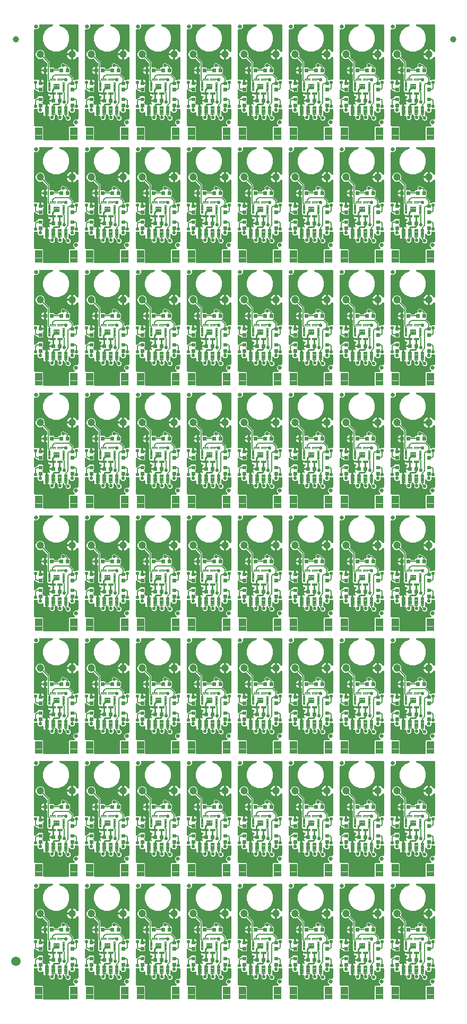
<source format=gtl>
G04 EAGLE Gerber RS-274X export*
G75*
%MOMM*%
%FSLAX34Y34*%
%LPD*%
%INTop Copper*%
%IPPOS*%
%AMOC8*
5,1,8,0,0,1.08239X$1,22.5*%
G01*
%ADD10C,0.635000*%
%ADD11C,0.096000*%
%ADD12C,0.102000*%
%ADD13C,0.101500*%
%ADD14C,0.099000*%
%ADD15C,1.200000*%
%ADD16C,1.000000*%
%ADD17C,1.500000*%
%ADD18C,0.558800*%
%ADD19C,0.254000*%
%ADD20C,0.127000*%

G36*
X626638Y785130D02*
X626638Y785130D01*
X626757Y785137D01*
X626795Y785150D01*
X626836Y785155D01*
X626946Y785198D01*
X627059Y785235D01*
X627094Y785257D01*
X627131Y785272D01*
X627227Y785341D01*
X627328Y785405D01*
X627356Y785435D01*
X627389Y785458D01*
X627465Y785550D01*
X627546Y785637D01*
X627566Y785672D01*
X627591Y785703D01*
X627642Y785811D01*
X627700Y785915D01*
X627710Y785955D01*
X627727Y785991D01*
X627749Y786108D01*
X627779Y786223D01*
X627783Y786283D01*
X627787Y786303D01*
X627785Y786324D01*
X627789Y786384D01*
X627789Y806615D01*
X628815Y807641D01*
X635888Y807641D01*
X636025Y807658D01*
X636164Y807671D01*
X636183Y807678D01*
X636203Y807681D01*
X636332Y807732D01*
X636463Y807779D01*
X636480Y807790D01*
X636499Y807798D01*
X636612Y807879D01*
X636727Y807957D01*
X636740Y807973D01*
X636756Y807984D01*
X636845Y808092D01*
X636937Y808196D01*
X636946Y808214D01*
X636959Y808229D01*
X637018Y808355D01*
X637082Y808479D01*
X637086Y808499D01*
X637095Y808517D01*
X637121Y808653D01*
X637151Y808789D01*
X637151Y808810D01*
X637155Y808829D01*
X637146Y808968D01*
X637142Y809107D01*
X637136Y809127D01*
X637135Y809147D01*
X637092Y809279D01*
X637053Y809413D01*
X637043Y809430D01*
X637037Y809449D01*
X636962Y809567D01*
X636892Y809687D01*
X636873Y809708D01*
X636867Y809718D01*
X636852Y809732D01*
X636785Y809807D01*
X634364Y812229D01*
X634364Y815911D01*
X636969Y818516D01*
X641096Y818516D01*
X641214Y818531D01*
X641333Y818538D01*
X641371Y818551D01*
X641412Y818556D01*
X641522Y818599D01*
X641635Y818636D01*
X641670Y818658D01*
X641707Y818673D01*
X641803Y818742D01*
X641904Y818806D01*
X641932Y818836D01*
X641965Y818859D01*
X642041Y818951D01*
X642122Y819038D01*
X642142Y819073D01*
X642167Y819104D01*
X642218Y819212D01*
X642276Y819316D01*
X642286Y819356D01*
X642303Y819392D01*
X642325Y819509D01*
X642355Y819624D01*
X642359Y819684D01*
X642363Y819704D01*
X642361Y819725D01*
X642365Y819785D01*
X642365Y834136D01*
X642350Y834254D01*
X642343Y834373D01*
X642330Y834411D01*
X642325Y834452D01*
X642282Y834562D01*
X642245Y834675D01*
X642223Y834710D01*
X642208Y834747D01*
X642139Y834843D01*
X642075Y834944D01*
X642045Y834972D01*
X642022Y835005D01*
X641930Y835081D01*
X641843Y835162D01*
X641808Y835182D01*
X641777Y835207D01*
X641669Y835258D01*
X641565Y835316D01*
X641525Y835326D01*
X641489Y835343D01*
X641372Y835365D01*
X641257Y835395D01*
X641197Y835399D01*
X641177Y835403D01*
X641156Y835401D01*
X641096Y835405D01*
X637794Y835405D01*
X637676Y835390D01*
X637557Y835383D01*
X637519Y835370D01*
X637478Y835365D01*
X637368Y835322D01*
X637255Y835285D01*
X637220Y835263D01*
X637183Y835248D01*
X637087Y835179D01*
X636986Y835115D01*
X636958Y835085D01*
X636925Y835062D01*
X636849Y834970D01*
X636768Y834883D01*
X636748Y834848D01*
X636723Y834817D01*
X636672Y834709D01*
X636614Y834605D01*
X636604Y834565D01*
X636587Y834529D01*
X636565Y834412D01*
X636535Y834297D01*
X636531Y834237D01*
X636527Y834217D01*
X636529Y834196D01*
X636525Y834136D01*
X636525Y831436D01*
X634144Y829055D01*
X630776Y829055D01*
X628497Y831334D01*
X628388Y831419D01*
X628281Y831508D01*
X628262Y831517D01*
X628246Y831529D01*
X628118Y831585D01*
X627993Y831644D01*
X627973Y831647D01*
X627954Y831655D01*
X627816Y831677D01*
X627680Y831703D01*
X627660Y831702D01*
X627640Y831705D01*
X627501Y831692D01*
X627363Y831684D01*
X627344Y831677D01*
X627324Y831675D01*
X627192Y831628D01*
X627061Y831586D01*
X627043Y831575D01*
X627024Y831568D01*
X626909Y831490D01*
X626792Y831415D01*
X626778Y831401D01*
X626761Y831389D01*
X626669Y831285D01*
X626574Y831184D01*
X626564Y831166D01*
X626551Y831151D01*
X626487Y831027D01*
X626420Y830905D01*
X626415Y830886D01*
X626406Y830868D01*
X626376Y830732D01*
X626341Y830597D01*
X626339Y830569D01*
X626336Y830557D01*
X626337Y830537D01*
X626331Y830437D01*
X626331Y825754D01*
X626346Y825636D01*
X626353Y825517D01*
X626366Y825479D01*
X626371Y825438D01*
X626414Y825328D01*
X626451Y825215D01*
X626473Y825180D01*
X626488Y825143D01*
X626557Y825047D01*
X626621Y824946D01*
X626651Y824918D01*
X626674Y824885D01*
X626766Y824809D01*
X626853Y824728D01*
X626888Y824708D01*
X626919Y824683D01*
X627027Y824632D01*
X627131Y824574D01*
X627171Y824564D01*
X627207Y824547D01*
X627324Y824525D01*
X627439Y824495D01*
X627499Y824491D01*
X627519Y824487D01*
X627540Y824489D01*
X627600Y824485D01*
X627794Y824485D01*
X630175Y822104D01*
X630175Y818736D01*
X627794Y816355D01*
X624426Y816355D01*
X622045Y818736D01*
X622045Y821264D01*
X622033Y821362D01*
X622030Y821461D01*
X622013Y821519D01*
X622005Y821579D01*
X621969Y821671D01*
X621941Y821767D01*
X621911Y821819D01*
X621888Y821875D01*
X621830Y821955D01*
X621780Y822041D01*
X621714Y822116D01*
X621702Y822132D01*
X621692Y822140D01*
X621674Y822161D01*
X620154Y823681D01*
X620154Y823830D01*
X620139Y823948D01*
X620132Y824067D01*
X620119Y824105D01*
X620114Y824146D01*
X620071Y824256D01*
X620034Y824369D01*
X620012Y824404D01*
X619997Y824441D01*
X619928Y824537D01*
X619864Y824638D01*
X619834Y824666D01*
X619811Y824699D01*
X619719Y824775D01*
X619632Y824856D01*
X619597Y824876D01*
X619566Y824901D01*
X619458Y824952D01*
X619354Y825010D01*
X619314Y825020D01*
X619278Y825037D01*
X619161Y825059D01*
X619046Y825089D01*
X618986Y825093D01*
X618966Y825097D01*
X618945Y825095D01*
X618885Y825099D01*
X618744Y825099D01*
X618626Y825084D01*
X618507Y825077D01*
X618469Y825064D01*
X618428Y825059D01*
X618318Y825016D01*
X618205Y824979D01*
X618170Y824957D01*
X618133Y824942D01*
X618037Y824873D01*
X617936Y824809D01*
X617908Y824779D01*
X617875Y824756D01*
X617799Y824664D01*
X617718Y824577D01*
X617698Y824542D01*
X617673Y824511D01*
X617622Y824403D01*
X617564Y824299D01*
X617554Y824259D01*
X617537Y824223D01*
X617515Y824106D01*
X617485Y823991D01*
X617481Y823931D01*
X617477Y823911D01*
X617479Y823890D01*
X617475Y823830D01*
X617475Y820006D01*
X615094Y817625D01*
X611726Y817625D01*
X609345Y820006D01*
X609345Y823539D01*
X609350Y823549D01*
X609359Y823588D01*
X609375Y823626D01*
X609394Y823744D01*
X609420Y823859D01*
X609419Y823900D01*
X609425Y823940D01*
X609414Y824058D01*
X609410Y824177D01*
X609399Y824216D01*
X609395Y824256D01*
X609355Y824368D01*
X609322Y824483D01*
X609302Y824518D01*
X609288Y824556D01*
X609221Y824654D01*
X609161Y824757D01*
X609121Y824802D01*
X609109Y824819D01*
X609094Y824832D01*
X609054Y824878D01*
X607957Y825974D01*
X607864Y826047D01*
X607774Y826126D01*
X607738Y826144D01*
X607706Y826169D01*
X607597Y826216D01*
X607491Y826271D01*
X607451Y826279D01*
X607414Y826295D01*
X607297Y826314D01*
X607181Y826340D01*
X607140Y826339D01*
X607100Y826345D01*
X606982Y826334D01*
X606863Y826331D01*
X606824Y826319D01*
X606784Y826315D01*
X606672Y826275D01*
X606557Y826242D01*
X606523Y826222D01*
X606484Y826208D01*
X606386Y826141D01*
X606283Y826081D01*
X606238Y826041D01*
X606221Y826029D01*
X606208Y826014D01*
X606162Y825974D01*
X605066Y824878D01*
X604993Y824783D01*
X604914Y824694D01*
X604896Y824658D01*
X604871Y824626D01*
X604824Y824517D01*
X604770Y824411D01*
X604761Y824372D01*
X604745Y824334D01*
X604726Y824217D01*
X604700Y824101D01*
X604701Y824060D01*
X604695Y824020D01*
X604706Y823902D01*
X604710Y823783D01*
X604721Y823744D01*
X604725Y823704D01*
X604765Y823592D01*
X604775Y823557D01*
X604775Y820006D01*
X602394Y817625D01*
X599026Y817625D01*
X596645Y820006D01*
X596645Y822629D01*
X596630Y822754D01*
X596620Y822879D01*
X596610Y822911D01*
X596605Y822945D01*
X596559Y823061D01*
X596519Y823181D01*
X596501Y823209D01*
X596488Y823240D01*
X596415Y823342D01*
X596346Y823448D01*
X596321Y823470D01*
X596302Y823498D01*
X596205Y823578D01*
X596112Y823663D01*
X596083Y823679D01*
X596057Y823700D01*
X595943Y823754D01*
X595832Y823814D01*
X595799Y823822D01*
X595769Y823836D01*
X595646Y823859D01*
X595523Y823890D01*
X595490Y823889D01*
X595457Y823896D01*
X595331Y823888D01*
X595205Y823887D01*
X595157Y823877D01*
X595139Y823876D01*
X595119Y823869D01*
X595047Y823855D01*
X594952Y823829D01*
X593559Y823829D01*
X593559Y832890D01*
X593544Y833008D01*
X593537Y833127D01*
X593535Y833134D01*
X593549Y833190D01*
X593553Y833250D01*
X593557Y833270D01*
X593555Y833290D01*
X593559Y833350D01*
X593559Y842411D01*
X594952Y842411D01*
X595651Y842223D01*
X595788Y842205D01*
X595926Y842181D01*
X595946Y842183D01*
X595966Y842180D01*
X596104Y842196D01*
X596243Y842208D01*
X596262Y842214D01*
X596282Y842217D01*
X596411Y842266D01*
X596543Y842312D01*
X596560Y842323D01*
X596579Y842331D01*
X596692Y842411D01*
X596808Y842488D01*
X596821Y842503D01*
X596838Y842515D01*
X596928Y842621D01*
X597021Y842724D01*
X597030Y842742D01*
X597043Y842758D01*
X597104Y842882D01*
X597168Y843006D01*
X597173Y843026D01*
X597182Y843044D01*
X597210Y843180D01*
X597241Y843315D01*
X597241Y843336D01*
X597245Y843355D01*
X597238Y843494D01*
X597235Y843633D01*
X597230Y843653D01*
X597229Y843673D01*
X597187Y843806D01*
X597150Y843940D01*
X597137Y843965D01*
X597134Y843977D01*
X597123Y843994D01*
X597078Y844084D01*
X596727Y844692D01*
X596519Y845468D01*
X596519Y846861D01*
X601830Y846861D01*
X601948Y846876D01*
X602067Y846883D01*
X602105Y846895D01*
X602145Y846901D01*
X602256Y846944D01*
X602369Y846981D01*
X602403Y847003D01*
X602441Y847018D01*
X602537Y847087D01*
X602638Y847151D01*
X602666Y847181D01*
X602698Y847204D01*
X602774Y847296D01*
X602856Y847383D01*
X602875Y847418D01*
X602901Y847449D01*
X602952Y847557D01*
X603009Y847661D01*
X603019Y847701D01*
X603037Y847737D01*
X603059Y847854D01*
X603089Y847969D01*
X603093Y848029D01*
X603096Y848049D01*
X603095Y848070D01*
X603099Y848130D01*
X603099Y848590D01*
X603084Y848708D01*
X603077Y848827D01*
X603064Y848865D01*
X603059Y848906D01*
X603015Y849016D01*
X602979Y849129D01*
X602957Y849164D01*
X602942Y849201D01*
X602872Y849297D01*
X602809Y849398D01*
X602779Y849426D01*
X602755Y849459D01*
X602664Y849535D01*
X602577Y849616D01*
X602542Y849636D01*
X602510Y849661D01*
X602403Y849712D01*
X602298Y849770D01*
X602259Y849780D01*
X602223Y849797D01*
X602106Y849819D01*
X601990Y849849D01*
X601930Y849853D01*
X601910Y849857D01*
X601890Y849855D01*
X601830Y849859D01*
X596519Y849859D01*
X596519Y851252D01*
X596727Y852028D01*
X597129Y852723D01*
X597697Y853291D01*
X597731Y853311D01*
X597847Y853399D01*
X597965Y853484D01*
X597973Y853495D01*
X597984Y853503D01*
X598074Y853617D01*
X598168Y853729D01*
X598173Y853742D01*
X598182Y853752D01*
X598241Y853886D01*
X598303Y854017D01*
X598306Y854030D01*
X598311Y854043D01*
X598335Y854186D01*
X598363Y854330D01*
X598362Y854343D01*
X598364Y854356D01*
X598352Y854501D01*
X598343Y854647D01*
X598339Y854660D01*
X598338Y854673D01*
X598290Y854811D01*
X598245Y854949D01*
X598238Y854961D01*
X598233Y854974D01*
X598153Y855095D01*
X598075Y855218D01*
X598065Y855227D01*
X598058Y855239D01*
X597949Y855336D01*
X597843Y855436D01*
X597832Y855443D01*
X597822Y855452D01*
X597692Y855520D01*
X597565Y855590D01*
X597552Y855593D01*
X597540Y855599D01*
X597398Y855633D01*
X597257Y855669D01*
X597239Y855670D01*
X597230Y855672D01*
X597213Y855672D01*
X597096Y855679D01*
X596916Y855679D01*
X596141Y855887D01*
X595446Y856288D01*
X594878Y856856D01*
X594477Y857551D01*
X594269Y858326D01*
X594269Y858701D01*
X601310Y858701D01*
X601428Y858716D01*
X601547Y858723D01*
X601585Y858735D01*
X601625Y858740D01*
X601736Y858784D01*
X601849Y858821D01*
X601883Y858843D01*
X601921Y858857D01*
X602017Y858927D01*
X602118Y858991D01*
X602146Y859021D01*
X602178Y859044D01*
X602254Y859136D01*
X602336Y859223D01*
X602355Y859258D01*
X602381Y859289D01*
X602432Y859397D01*
X602489Y859501D01*
X602499Y859540D01*
X602517Y859577D01*
X602539Y859694D01*
X602569Y859809D01*
X602573Y859869D01*
X602576Y859889D01*
X602576Y859890D01*
X602575Y859910D01*
X602579Y859970D01*
X602564Y860088D01*
X602557Y860207D01*
X602544Y860245D01*
X602539Y860286D01*
X602495Y860396D01*
X602459Y860510D01*
X602437Y860544D01*
X602422Y860581D01*
X602352Y860678D01*
X602288Y860778D01*
X602259Y860806D01*
X602235Y860839D01*
X602143Y860915D01*
X602057Y860996D01*
X602021Y861016D01*
X601990Y861042D01*
X601883Y861092D01*
X601778Y861150D01*
X601739Y861160D01*
X601703Y861177D01*
X601586Y861199D01*
X601470Y861229D01*
X601410Y861233D01*
X601390Y861237D01*
X601370Y861236D01*
X601310Y861239D01*
X594269Y861239D01*
X594269Y861614D01*
X594284Y861718D01*
X594307Y861821D01*
X594305Y861875D01*
X594312Y861928D01*
X594300Y862034D01*
X594297Y862139D01*
X594282Y862191D01*
X594276Y862244D01*
X594238Y862343D01*
X594209Y862445D01*
X594181Y862491D01*
X594162Y862541D01*
X594101Y862628D01*
X594047Y862719D01*
X593991Y862783D01*
X593978Y862801D01*
X593966Y862811D01*
X593941Y862840D01*
X592789Y863991D01*
X592789Y878894D01*
X592777Y878992D01*
X592774Y879091D01*
X592757Y879149D01*
X592749Y879209D01*
X592713Y879301D01*
X592685Y879397D01*
X592655Y879449D01*
X592632Y879505D01*
X592574Y879585D01*
X592524Y879671D01*
X592458Y879746D01*
X592454Y879750D01*
X592454Y889810D01*
X592439Y889928D01*
X592432Y890047D01*
X592419Y890085D01*
X592414Y890126D01*
X592371Y890236D01*
X592334Y890349D01*
X592312Y890384D01*
X592297Y890421D01*
X592228Y890517D01*
X592164Y890618D01*
X592134Y890646D01*
X592111Y890679D01*
X592019Y890755D01*
X591932Y890836D01*
X591897Y890856D01*
X591866Y890881D01*
X591758Y890932D01*
X591654Y890990D01*
X591614Y891000D01*
X591578Y891017D01*
X591461Y891039D01*
X591346Y891069D01*
X591286Y891073D01*
X591266Y891077D01*
X591245Y891075D01*
X591185Y891079D01*
X590859Y891079D01*
X590859Y896390D01*
X590844Y896508D01*
X590837Y896627D01*
X590835Y896634D01*
X590849Y896690D01*
X590853Y896750D01*
X590857Y896770D01*
X590855Y896790D01*
X590859Y896850D01*
X590859Y902161D01*
X591185Y902161D01*
X591303Y902176D01*
X591422Y902183D01*
X591460Y902196D01*
X591501Y902201D01*
X591611Y902244D01*
X591724Y902281D01*
X591759Y902303D01*
X591796Y902318D01*
X591892Y902387D01*
X591993Y902451D01*
X592021Y902481D01*
X592054Y902504D01*
X592130Y902596D01*
X592211Y902683D01*
X592231Y902718D01*
X592256Y902749D01*
X592307Y902857D01*
X592365Y902961D01*
X592375Y903001D01*
X592392Y903037D01*
X592414Y903154D01*
X592444Y903269D01*
X592448Y903329D01*
X592452Y903349D01*
X592450Y903370D01*
X592454Y903430D01*
X592454Y908005D01*
X592442Y908103D01*
X592439Y908202D01*
X592422Y908260D01*
X592414Y908320D01*
X592378Y908412D01*
X592350Y908508D01*
X592320Y908560D01*
X592297Y908616D01*
X592239Y908696D01*
X592189Y908782D01*
X592123Y908857D01*
X592111Y908873D01*
X592101Y908881D01*
X592083Y908902D01*
X585919Y915066D01*
X585895Y915084D01*
X585876Y915107D01*
X585770Y915181D01*
X585667Y915261D01*
X585640Y915273D01*
X585616Y915290D01*
X585495Y915336D01*
X585376Y915387D01*
X585346Y915392D01*
X585319Y915403D01*
X585190Y915417D01*
X585062Y915437D01*
X585032Y915435D01*
X585003Y915438D01*
X584874Y915420D01*
X584745Y915407D01*
X584717Y915397D01*
X584688Y915393D01*
X584535Y915341D01*
X583106Y914749D01*
X580214Y914749D01*
X577541Y915856D01*
X575496Y917901D01*
X574389Y920574D01*
X574389Y923466D01*
X575496Y926139D01*
X577541Y928184D01*
X580214Y929291D01*
X583106Y929291D01*
X585779Y928184D01*
X587824Y926139D01*
X588931Y923466D01*
X588931Y920574D01*
X588339Y919145D01*
X588331Y919116D01*
X588317Y919090D01*
X588289Y918963D01*
X588255Y918838D01*
X588254Y918808D01*
X588248Y918779D01*
X588252Y918650D01*
X588250Y918520D01*
X588257Y918491D01*
X588257Y918462D01*
X588294Y918337D01*
X588324Y918211D01*
X588338Y918184D01*
X588346Y918156D01*
X588412Y918044D01*
X588473Y917929D01*
X588492Y917907D01*
X588507Y917882D01*
X588614Y917761D01*
X594778Y911597D01*
X596266Y910109D01*
X596266Y902160D01*
X596281Y902042D01*
X596288Y901923D01*
X596301Y901885D01*
X596306Y901844D01*
X596349Y901734D01*
X596386Y901621D01*
X596408Y901586D01*
X596423Y901549D01*
X596492Y901453D01*
X596556Y901352D01*
X596586Y901324D01*
X596609Y901291D01*
X596701Y901215D01*
X596788Y901134D01*
X596823Y901114D01*
X596854Y901089D01*
X596962Y901038D01*
X597066Y900980D01*
X597106Y900970D01*
X597142Y900953D01*
X597259Y900931D01*
X597374Y900901D01*
X597434Y900897D01*
X597454Y900893D01*
X597475Y900895D01*
X597535Y900891D01*
X602588Y900891D01*
X603631Y899848D01*
X603631Y899795D01*
X603646Y899677D01*
X603653Y899558D01*
X603666Y899520D01*
X603671Y899479D01*
X603714Y899369D01*
X603751Y899256D01*
X603773Y899221D01*
X603788Y899184D01*
X603857Y899088D01*
X603921Y898987D01*
X603951Y898959D01*
X603974Y898926D01*
X604066Y898850D01*
X604153Y898769D01*
X604188Y898749D01*
X604219Y898724D01*
X604327Y898673D01*
X604431Y898615D01*
X604471Y898605D01*
X604507Y898588D01*
X604624Y898566D01*
X604739Y898536D01*
X604799Y898532D01*
X604819Y898528D01*
X604840Y898530D01*
X604900Y898526D01*
X609220Y898526D01*
X609338Y898541D01*
X609457Y898548D01*
X609495Y898561D01*
X609536Y898566D01*
X609646Y898609D01*
X609759Y898646D01*
X609794Y898668D01*
X609831Y898683D01*
X609927Y898752D01*
X610028Y898816D01*
X610056Y898846D01*
X610089Y898869D01*
X610165Y898961D01*
X610246Y899048D01*
X610266Y899083D01*
X610291Y899114D01*
X610342Y899222D01*
X610400Y899326D01*
X610410Y899366D01*
X610427Y899402D01*
X610449Y899519D01*
X610479Y899634D01*
X610483Y899694D01*
X610487Y899714D01*
X610485Y899735D01*
X610489Y899795D01*
X610489Y899848D01*
X611532Y900891D01*
X613156Y900891D01*
X613274Y900906D01*
X613393Y900913D01*
X613431Y900926D01*
X613472Y900931D01*
X613582Y900974D01*
X613695Y901011D01*
X613730Y901033D01*
X613767Y901048D01*
X613863Y901117D01*
X613964Y901181D01*
X613992Y901211D01*
X614025Y901234D01*
X614101Y901326D01*
X614182Y901413D01*
X614202Y901448D01*
X614227Y901479D01*
X614278Y901587D01*
X614336Y901691D01*
X614346Y901731D01*
X614363Y901767D01*
X614385Y901884D01*
X614415Y901999D01*
X614419Y902059D01*
X614423Y902079D01*
X614421Y902100D01*
X614425Y902160D01*
X614425Y905924D01*
X616806Y908305D01*
X620174Y908305D01*
X621961Y906517D01*
X622039Y906457D01*
X622111Y906389D01*
X622164Y906360D01*
X622212Y906323D01*
X622303Y906283D01*
X622390Y906235D01*
X622448Y906220D01*
X622504Y906196D01*
X622602Y906181D01*
X622698Y906156D01*
X622798Y906150D01*
X622818Y906146D01*
X622830Y906148D01*
X622858Y906146D01*
X623089Y906146D01*
X626666Y902569D01*
X626666Y902160D01*
X626681Y902042D01*
X626688Y901923D01*
X626701Y901885D01*
X626706Y901844D01*
X626749Y901734D01*
X626786Y901621D01*
X626808Y901586D01*
X626823Y901549D01*
X626892Y901453D01*
X626956Y901352D01*
X626986Y901324D01*
X627009Y901291D01*
X627101Y901215D01*
X627188Y901134D01*
X627223Y901114D01*
X627254Y901089D01*
X627362Y901038D01*
X627466Y900980D01*
X627506Y900970D01*
X627542Y900953D01*
X627659Y900931D01*
X627774Y900901D01*
X627834Y900897D01*
X627854Y900893D01*
X627875Y900895D01*
X627935Y900891D01*
X627988Y900891D01*
X629031Y899848D01*
X629031Y893392D01*
X628254Y892616D01*
X628181Y892522D01*
X628102Y892433D01*
X628084Y892396D01*
X628059Y892365D01*
X628012Y892255D01*
X627958Y892149D01*
X627949Y892110D01*
X627933Y892073D01*
X627914Y891955D01*
X627888Y891839D01*
X627889Y891799D01*
X627883Y891759D01*
X627894Y891640D01*
X627898Y891521D01*
X627909Y891482D01*
X627913Y891442D01*
X627953Y891330D01*
X627986Y891216D01*
X628007Y891181D01*
X628020Y891143D01*
X628087Y891044D01*
X628148Y890942D01*
X628188Y890897D01*
X628199Y890880D01*
X628214Y890866D01*
X628254Y890821D01*
X629657Y889418D01*
X634366Y884709D01*
X634366Y881760D01*
X634381Y881642D01*
X634388Y881523D01*
X634401Y881485D01*
X634406Y881444D01*
X634449Y881334D01*
X634486Y881221D01*
X634508Y881186D01*
X634523Y881149D01*
X634592Y881053D01*
X634656Y880952D01*
X634686Y880924D01*
X634709Y880891D01*
X634801Y880815D01*
X634888Y880734D01*
X634923Y880714D01*
X634954Y880689D01*
X635062Y880638D01*
X635166Y880580D01*
X635206Y880570D01*
X635242Y880553D01*
X635359Y880531D01*
X635474Y880501D01*
X635534Y880497D01*
X635554Y880493D01*
X635575Y880495D01*
X635635Y880491D01*
X636171Y880491D01*
X636269Y880503D01*
X636368Y880506D01*
X636426Y880523D01*
X636486Y880531D01*
X636578Y880567D01*
X636673Y880595D01*
X636725Y880625D01*
X636782Y880648D01*
X636862Y880706D01*
X636947Y880756D01*
X637023Y880822D01*
X637039Y880834D01*
X637047Y880844D01*
X637068Y880862D01*
X637840Y881635D01*
X641096Y881635D01*
X641214Y881650D01*
X641333Y881657D01*
X641371Y881670D01*
X641412Y881675D01*
X641522Y881718D01*
X641635Y881755D01*
X641670Y881777D01*
X641707Y881792D01*
X641803Y881861D01*
X641904Y881925D01*
X641932Y881955D01*
X641965Y881978D01*
X642041Y882070D01*
X642122Y882157D01*
X642142Y882192D01*
X642167Y882223D01*
X642218Y882331D01*
X642276Y882435D01*
X642286Y882475D01*
X642303Y882511D01*
X642325Y882628D01*
X642355Y882743D01*
X642359Y882803D01*
X642363Y882823D01*
X642361Y882844D01*
X642365Y882904D01*
X642365Y917287D01*
X642352Y917391D01*
X642348Y917495D01*
X642332Y917548D01*
X642325Y917603D01*
X642287Y917700D01*
X642257Y917800D01*
X642229Y917847D01*
X642208Y917898D01*
X642147Y917983D01*
X642093Y918073D01*
X642054Y918111D01*
X642022Y918156D01*
X641941Y918223D01*
X641867Y918296D01*
X641819Y918323D01*
X641777Y918359D01*
X641682Y918403D01*
X641592Y918456D01*
X641539Y918471D01*
X641489Y918494D01*
X641387Y918514D01*
X641286Y918542D01*
X641231Y918544D01*
X641177Y918554D01*
X641072Y918547D01*
X640968Y918550D01*
X640914Y918538D01*
X640859Y918534D01*
X640760Y918502D01*
X640658Y918479D01*
X640609Y918453D01*
X640557Y918436D01*
X640468Y918380D01*
X640376Y918332D01*
X640334Y918295D01*
X640288Y918266D01*
X640216Y918190D01*
X640138Y918120D01*
X640085Y918050D01*
X640070Y918034D01*
X640063Y918021D01*
X640041Y917992D01*
X639094Y916576D01*
X637904Y915386D01*
X636506Y914451D01*
X634951Y913808D01*
X634209Y913660D01*
X634209Y921540D01*
X634194Y921658D01*
X634187Y921777D01*
X634174Y921815D01*
X634169Y921855D01*
X634126Y921966D01*
X634110Y922014D01*
X634120Y922032D01*
X634130Y922071D01*
X634147Y922107D01*
X634169Y922224D01*
X634199Y922340D01*
X634203Y922400D01*
X634207Y922420D01*
X634205Y922440D01*
X634209Y922500D01*
X634209Y930380D01*
X634951Y930232D01*
X636506Y929589D01*
X637904Y928654D01*
X639094Y927464D01*
X640041Y926048D01*
X640109Y925969D01*
X640170Y925884D01*
X640213Y925849D01*
X640249Y925807D01*
X640335Y925748D01*
X640415Y925681D01*
X640465Y925658D01*
X640511Y925627D01*
X640609Y925590D01*
X640703Y925546D01*
X640757Y925535D01*
X640809Y925516D01*
X640913Y925506D01*
X641016Y925486D01*
X641071Y925489D01*
X641125Y925484D01*
X641229Y925499D01*
X641333Y925506D01*
X641385Y925523D01*
X641440Y925531D01*
X641536Y925572D01*
X641635Y925604D01*
X641682Y925633D01*
X641733Y925655D01*
X641816Y925718D01*
X641904Y925774D01*
X641942Y925814D01*
X641986Y925848D01*
X642050Y925929D01*
X642122Y926006D01*
X642149Y926054D01*
X642183Y926097D01*
X642225Y926193D01*
X642276Y926284D01*
X642289Y926337D01*
X642312Y926388D01*
X642329Y926491D01*
X642355Y926592D01*
X642361Y926680D01*
X642364Y926702D01*
X642363Y926716D01*
X642365Y926753D01*
X642365Y968756D01*
X642350Y968874D01*
X642343Y968993D01*
X642330Y969031D01*
X642325Y969072D01*
X642282Y969182D01*
X642245Y969295D01*
X642223Y969330D01*
X642208Y969367D01*
X642139Y969463D01*
X642075Y969564D01*
X642045Y969592D01*
X642022Y969625D01*
X641930Y969701D01*
X641843Y969782D01*
X641808Y969802D01*
X641777Y969827D01*
X641669Y969878D01*
X641565Y969936D01*
X641525Y969946D01*
X641489Y969963D01*
X641372Y969985D01*
X641257Y970015D01*
X641197Y970019D01*
X641177Y970023D01*
X641156Y970021D01*
X641096Y970025D01*
X613295Y970025D01*
X613226Y970017D01*
X613156Y970018D01*
X613069Y969997D01*
X612980Y969985D01*
X612915Y969960D01*
X612847Y969943D01*
X612767Y969901D01*
X612684Y969868D01*
X612627Y969827D01*
X612566Y969795D01*
X612499Y969734D01*
X612426Y969682D01*
X612382Y969628D01*
X612330Y969581D01*
X612281Y969506D01*
X612224Y969437D01*
X612194Y969373D01*
X612156Y969315D01*
X612126Y969230D01*
X612088Y969149D01*
X612075Y969080D01*
X612052Y969014D01*
X612045Y968925D01*
X612028Y968837D01*
X612033Y968767D01*
X612027Y968697D01*
X612043Y968609D01*
X612048Y968519D01*
X612070Y968453D01*
X612082Y968384D01*
X612118Y968302D01*
X612146Y968217D01*
X612183Y968158D01*
X612212Y968094D01*
X612268Y968024D01*
X612316Y967948D01*
X612367Y967900D01*
X612411Y967846D01*
X612483Y967791D01*
X612548Y967730D01*
X612609Y967696D01*
X612665Y967654D01*
X612809Y967583D01*
X618858Y965078D01*
X624718Y959219D01*
X627889Y951563D01*
X627889Y943277D01*
X624718Y935621D01*
X618859Y929762D01*
X611203Y926591D01*
X602917Y926591D01*
X595261Y929762D01*
X589402Y935621D01*
X586231Y943277D01*
X586231Y951563D01*
X589402Y959219D01*
X595261Y965078D01*
X601311Y967583D01*
X601371Y967618D01*
X601436Y967644D01*
X601509Y967696D01*
X601587Y967741D01*
X601637Y967790D01*
X601694Y967830D01*
X601751Y967900D01*
X601815Y967962D01*
X601852Y968022D01*
X601896Y968075D01*
X601935Y968157D01*
X601982Y968233D01*
X602002Y968300D01*
X602032Y968363D01*
X602049Y968451D01*
X602075Y968537D01*
X602079Y968607D01*
X602092Y968676D01*
X602086Y968765D01*
X602090Y968855D01*
X602076Y968923D01*
X602072Y968993D01*
X602044Y969078D01*
X602026Y969166D01*
X601995Y969229D01*
X601974Y969295D01*
X601926Y969371D01*
X601886Y969452D01*
X601841Y969505D01*
X601804Y969564D01*
X601738Y969626D01*
X601680Y969694D01*
X601623Y969734D01*
X601572Y969782D01*
X601493Y969825D01*
X601420Y969877D01*
X601355Y969902D01*
X601294Y969936D01*
X601207Y969958D01*
X601123Y969990D01*
X601053Y969998D01*
X600986Y970015D01*
X600825Y970025D01*
X581025Y970025D01*
X580907Y970010D01*
X580788Y970003D01*
X580750Y969990D01*
X580709Y969985D01*
X580599Y969942D01*
X580486Y969905D01*
X580451Y969883D01*
X580414Y969868D01*
X580318Y969799D01*
X580217Y969735D01*
X580189Y969705D01*
X580156Y969682D01*
X580080Y969590D01*
X579999Y969503D01*
X579979Y969468D01*
X579954Y969437D01*
X579903Y969329D01*
X579845Y969225D01*
X579835Y969185D01*
X579818Y969149D01*
X579796Y969032D01*
X579766Y968917D01*
X579762Y968857D01*
X579758Y968837D01*
X579760Y968816D01*
X579756Y968756D01*
X579756Y964629D01*
X577151Y962024D01*
X573024Y962024D01*
X572906Y962009D01*
X572787Y962002D01*
X572749Y961989D01*
X572708Y961984D01*
X572598Y961941D01*
X572485Y961904D01*
X572450Y961882D01*
X572413Y961867D01*
X572317Y961798D01*
X572216Y961734D01*
X572188Y961704D01*
X572155Y961681D01*
X572079Y961589D01*
X571998Y961502D01*
X571978Y961467D01*
X571953Y961436D01*
X571902Y961328D01*
X571844Y961224D01*
X571834Y961184D01*
X571817Y961148D01*
X571795Y961031D01*
X571765Y960916D01*
X571761Y960856D01*
X571757Y960836D01*
X571759Y960815D01*
X571755Y960755D01*
X571755Y882904D01*
X571770Y882786D01*
X571777Y882667D01*
X571790Y882629D01*
X571795Y882588D01*
X571838Y882478D01*
X571875Y882365D01*
X571897Y882330D01*
X571912Y882293D01*
X571981Y882197D01*
X572045Y882096D01*
X572075Y882068D01*
X572098Y882035D01*
X572190Y881959D01*
X572277Y881878D01*
X572312Y881858D01*
X572343Y881833D01*
X572451Y881782D01*
X572555Y881724D01*
X572595Y881714D01*
X572631Y881697D01*
X572748Y881675D01*
X572863Y881645D01*
X572923Y881641D01*
X572943Y881637D01*
X572964Y881639D01*
X573024Y881635D01*
X576283Y881635D01*
X576359Y881576D01*
X576442Y881500D01*
X576484Y881479D01*
X576521Y881450D01*
X576624Y881405D01*
X576724Y881353D01*
X576770Y881342D01*
X576813Y881323D01*
X576924Y881306D01*
X577033Y881280D01*
X577080Y881281D01*
X577127Y881273D01*
X577239Y881284D01*
X577351Y881286D01*
X577397Y881299D01*
X577444Y881303D01*
X577550Y881341D01*
X577658Y881371D01*
X577723Y881404D01*
X577743Y881411D01*
X577758Y881421D01*
X577802Y881443D01*
X577992Y881553D01*
X578768Y881761D01*
X580161Y881761D01*
X580161Y876450D01*
X580176Y876332D01*
X580183Y876213D01*
X580195Y876175D01*
X580201Y876135D01*
X580244Y876024D01*
X580281Y875911D01*
X580303Y875877D01*
X580318Y875839D01*
X580387Y875743D01*
X580451Y875642D01*
X580481Y875614D01*
X580504Y875582D01*
X580596Y875506D01*
X580683Y875424D01*
X580718Y875405D01*
X580749Y875379D01*
X580793Y875359D01*
X580848Y875282D01*
X580911Y875182D01*
X580941Y875154D01*
X580965Y875121D01*
X581056Y875045D01*
X581143Y874964D01*
X581178Y874944D01*
X581210Y874919D01*
X581317Y874868D01*
X581422Y874810D01*
X581461Y874800D01*
X581497Y874783D01*
X581614Y874761D01*
X581730Y874731D01*
X581790Y874727D01*
X581810Y874723D01*
X581830Y874725D01*
X581890Y874721D01*
X587201Y874721D01*
X587201Y873328D01*
X586993Y872552D01*
X586591Y871857D01*
X585954Y871219D01*
X585881Y871125D01*
X585802Y871036D01*
X585784Y871000D01*
X585759Y870968D01*
X585712Y870859D01*
X585657Y870753D01*
X585649Y870713D01*
X585633Y870676D01*
X585614Y870559D01*
X585588Y870443D01*
X585589Y870402D01*
X585583Y870362D01*
X585594Y870243D01*
X585598Y870125D01*
X585609Y870086D01*
X585613Y870046D01*
X585653Y869934D01*
X585686Y869819D01*
X585706Y869784D01*
X585720Y869746D01*
X585787Y869648D01*
X585848Y869545D01*
X585887Y869500D01*
X585899Y869483D01*
X585914Y869470D01*
X585931Y869451D01*
X585931Y862992D01*
X584888Y861949D01*
X578432Y861949D01*
X577389Y862992D01*
X577389Y863045D01*
X577374Y863163D01*
X577367Y863282D01*
X577354Y863320D01*
X577349Y863361D01*
X577306Y863471D01*
X577269Y863584D01*
X577247Y863619D01*
X577232Y863656D01*
X577163Y863752D01*
X577099Y863853D01*
X577069Y863881D01*
X577046Y863914D01*
X576954Y863990D01*
X576867Y864071D01*
X576832Y864091D01*
X576801Y864116D01*
X576693Y864167D01*
X576589Y864225D01*
X576549Y864235D01*
X576513Y864252D01*
X576396Y864274D01*
X576281Y864304D01*
X576221Y864308D01*
X576201Y864312D01*
X576180Y864310D01*
X576120Y864314D01*
X575791Y864314D01*
X574178Y865926D01*
X573922Y866183D01*
X573812Y866268D01*
X573705Y866357D01*
X573686Y866366D01*
X573670Y866378D01*
X573543Y866434D01*
X573417Y866493D01*
X573397Y866497D01*
X573378Y866505D01*
X573241Y866526D01*
X573104Y866553D01*
X573084Y866551D01*
X573064Y866555D01*
X572926Y866542D01*
X572787Y866533D01*
X572768Y866527D01*
X572748Y866525D01*
X572617Y866478D01*
X572485Y866435D01*
X572467Y866424D01*
X572448Y866417D01*
X572333Y866339D01*
X572216Y866265D01*
X572202Y866250D01*
X572185Y866239D01*
X572093Y866135D01*
X571998Y866033D01*
X571988Y866015D01*
X571975Y866000D01*
X571912Y865877D01*
X571844Y865755D01*
X571839Y865735D01*
X571830Y865717D01*
X571800Y865581D01*
X571765Y865447D01*
X571763Y865419D01*
X571760Y865407D01*
X571761Y865386D01*
X571755Y865286D01*
X571755Y851754D01*
X571772Y851616D01*
X571785Y851478D01*
X571792Y851459D01*
X571795Y851439D01*
X571846Y851309D01*
X571893Y851178D01*
X571904Y851162D01*
X571912Y851143D01*
X571993Y851030D01*
X572071Y850915D01*
X572087Y850902D01*
X572098Y850886D01*
X572206Y850797D01*
X572310Y850705D01*
X572328Y850696D01*
X572343Y850683D01*
X572469Y850623D01*
X572593Y850560D01*
X572613Y850556D01*
X572631Y850547D01*
X572768Y850521D01*
X572903Y850491D01*
X572924Y850491D01*
X572943Y850487D01*
X573082Y850496D01*
X573221Y850500D01*
X573241Y850506D01*
X573261Y850507D01*
X573393Y850550D01*
X573527Y850589D01*
X573544Y850599D01*
X573563Y850605D01*
X573681Y850680D01*
X573801Y850750D01*
X573822Y850769D01*
X573832Y850775D01*
X573846Y850790D01*
X573922Y850857D01*
X574178Y851113D01*
X575791Y852726D01*
X576120Y852726D01*
X576238Y852741D01*
X576357Y852748D01*
X576395Y852761D01*
X576436Y852766D01*
X576546Y852809D01*
X576659Y852846D01*
X576694Y852868D01*
X576731Y852883D01*
X576827Y852952D01*
X576928Y853016D01*
X576956Y853046D01*
X576989Y853069D01*
X577064Y853161D01*
X577146Y853248D01*
X577166Y853283D01*
X577191Y853314D01*
X577242Y853422D01*
X577300Y853526D01*
X577310Y853566D01*
X577327Y853602D01*
X577349Y853719D01*
X577379Y853834D01*
X577383Y853894D01*
X577387Y853914D01*
X577385Y853935D01*
X577389Y853995D01*
X577389Y854048D01*
X578432Y855091D01*
X584888Y855091D01*
X585931Y854048D01*
X585931Y847592D01*
X585056Y846718D01*
X584983Y846624D01*
X584904Y846534D01*
X584886Y846498D01*
X584861Y846466D01*
X584814Y846357D01*
X584759Y846251D01*
X584751Y846212D01*
X584735Y846174D01*
X584716Y846057D01*
X584690Y845941D01*
X584691Y845900D01*
X584685Y845860D01*
X584696Y845742D01*
X584699Y845623D01*
X584711Y845584D01*
X584715Y845544D01*
X584755Y845431D01*
X584788Y845317D01*
X584808Y845283D01*
X584822Y845244D01*
X584889Y845146D01*
X584949Y845043D01*
X584989Y844998D01*
X585001Y844981D01*
X585016Y844968D01*
X585056Y844923D01*
X585931Y844048D01*
X585931Y842980D01*
X585947Y842849D01*
X585958Y842717D01*
X585967Y842691D01*
X585971Y842664D01*
X586019Y842542D01*
X586063Y842416D01*
X586078Y842394D01*
X586088Y842369D01*
X586165Y842262D01*
X586239Y842151D01*
X586259Y842133D01*
X586274Y842111D01*
X586377Y842027D01*
X586475Y841938D01*
X586499Y841926D01*
X586519Y841909D01*
X586639Y841852D01*
X586756Y841791D01*
X586783Y841785D01*
X586807Y841773D01*
X586937Y841748D01*
X587066Y841718D01*
X587093Y841718D01*
X587119Y841713D01*
X587251Y841721D01*
X587384Y841724D01*
X587410Y841731D01*
X587437Y841733D01*
X587563Y841774D01*
X587690Y841809D01*
X587725Y841826D01*
X587739Y841831D01*
X587758Y841843D01*
X587835Y841881D01*
X588392Y842203D01*
X589168Y842411D01*
X590561Y842411D01*
X590561Y833350D01*
X590576Y833232D01*
X590583Y833113D01*
X590585Y833106D01*
X590571Y833050D01*
X590567Y832990D01*
X590563Y832970D01*
X590565Y832950D01*
X590561Y832890D01*
X590561Y823829D01*
X589168Y823829D01*
X588392Y824037D01*
X587697Y824439D01*
X587129Y825007D01*
X586727Y825702D01*
X586519Y826478D01*
X586519Y829167D01*
X586502Y829305D01*
X586489Y829443D01*
X586482Y829462D01*
X586479Y829482D01*
X586428Y829611D01*
X586381Y829742D01*
X586370Y829759D01*
X586362Y829778D01*
X586281Y829890D01*
X586203Y830005D01*
X586187Y830019D01*
X586176Y830035D01*
X586068Y830124D01*
X585964Y830216D01*
X585946Y830225D01*
X585931Y830238D01*
X585805Y830297D01*
X585681Y830360D01*
X585661Y830365D01*
X585643Y830374D01*
X585506Y830400D01*
X585371Y830430D01*
X585350Y830430D01*
X585331Y830433D01*
X585192Y830425D01*
X585053Y830420D01*
X585033Y830415D01*
X585013Y830414D01*
X584881Y830371D01*
X584747Y830332D01*
X584730Y830322D01*
X584711Y830316D01*
X584593Y830241D01*
X584473Y830171D01*
X584452Y830152D01*
X584442Y830145D01*
X584428Y830130D01*
X584353Y830064D01*
X583344Y829055D01*
X579976Y829055D01*
X577595Y831436D01*
X577595Y834136D01*
X577580Y834254D01*
X577573Y834373D01*
X577560Y834411D01*
X577555Y834452D01*
X577512Y834562D01*
X577475Y834675D01*
X577453Y834710D01*
X577438Y834747D01*
X577369Y834843D01*
X577305Y834944D01*
X577275Y834972D01*
X577252Y835005D01*
X577160Y835081D01*
X577073Y835162D01*
X577038Y835182D01*
X577007Y835207D01*
X576899Y835258D01*
X576795Y835316D01*
X576755Y835326D01*
X576719Y835343D01*
X576602Y835365D01*
X576487Y835395D01*
X576427Y835399D01*
X576407Y835403D01*
X576386Y835401D01*
X576326Y835405D01*
X573024Y835405D01*
X572906Y835390D01*
X572787Y835383D01*
X572749Y835370D01*
X572708Y835365D01*
X572598Y835322D01*
X572485Y835285D01*
X572450Y835263D01*
X572413Y835248D01*
X572317Y835179D01*
X572216Y835115D01*
X572188Y835085D01*
X572155Y835062D01*
X572079Y834970D01*
X571998Y834883D01*
X571978Y834848D01*
X571953Y834817D01*
X571902Y834709D01*
X571844Y834605D01*
X571834Y834565D01*
X571817Y834529D01*
X571795Y834412D01*
X571765Y834297D01*
X571761Y834237D01*
X571757Y834217D01*
X571759Y834196D01*
X571755Y834136D01*
X571755Y808910D01*
X571770Y808792D01*
X571777Y808673D01*
X571790Y808635D01*
X571795Y808594D01*
X571838Y808484D01*
X571875Y808371D01*
X571897Y808336D01*
X571912Y808299D01*
X571981Y808203D01*
X572045Y808102D01*
X572075Y808074D01*
X572098Y808041D01*
X572190Y807965D01*
X572277Y807884D01*
X572312Y807864D01*
X572343Y807839D01*
X572451Y807788D01*
X572555Y807730D01*
X572595Y807720D01*
X572631Y807703D01*
X572748Y807681D01*
X572863Y807651D01*
X572923Y807647D01*
X572943Y807643D01*
X572964Y807645D01*
X573024Y807641D01*
X585305Y807641D01*
X586331Y806615D01*
X586331Y786384D01*
X586346Y786266D01*
X586353Y786147D01*
X586366Y786109D01*
X586371Y786068D01*
X586414Y785958D01*
X586451Y785845D01*
X586473Y785810D01*
X586488Y785773D01*
X586557Y785677D01*
X586621Y785576D01*
X586651Y785548D01*
X586674Y785515D01*
X586766Y785439D01*
X586853Y785358D01*
X586888Y785338D01*
X586919Y785313D01*
X587027Y785262D01*
X587131Y785204D01*
X587171Y785194D01*
X587207Y785177D01*
X587324Y785155D01*
X587439Y785125D01*
X587499Y785121D01*
X587519Y785117D01*
X587540Y785119D01*
X587600Y785115D01*
X626520Y785115D01*
X626638Y785130D01*
G37*
G36*
X301518Y2810D02*
X301518Y2810D01*
X301637Y2817D01*
X301675Y2830D01*
X301716Y2835D01*
X301826Y2878D01*
X301939Y2915D01*
X301974Y2937D01*
X302011Y2952D01*
X302107Y3021D01*
X302208Y3085D01*
X302236Y3115D01*
X302269Y3138D01*
X302345Y3230D01*
X302426Y3317D01*
X302446Y3352D01*
X302471Y3383D01*
X302522Y3491D01*
X302580Y3595D01*
X302590Y3635D01*
X302607Y3671D01*
X302629Y3788D01*
X302659Y3903D01*
X302663Y3963D01*
X302667Y3983D01*
X302665Y4004D01*
X302669Y4064D01*
X302669Y24295D01*
X303695Y25321D01*
X310768Y25321D01*
X310905Y25338D01*
X311044Y25351D01*
X311063Y25358D01*
X311083Y25361D01*
X311212Y25412D01*
X311343Y25459D01*
X311360Y25470D01*
X311379Y25478D01*
X311492Y25559D01*
X311607Y25637D01*
X311620Y25653D01*
X311636Y25664D01*
X311725Y25772D01*
X311817Y25876D01*
X311826Y25894D01*
X311839Y25909D01*
X311898Y26035D01*
X311962Y26159D01*
X311966Y26179D01*
X311975Y26197D01*
X312001Y26333D01*
X312031Y26469D01*
X312031Y26490D01*
X312035Y26509D01*
X312026Y26648D01*
X312022Y26787D01*
X312016Y26807D01*
X312015Y26827D01*
X311972Y26959D01*
X311933Y27093D01*
X311923Y27110D01*
X311917Y27129D01*
X311842Y27247D01*
X311772Y27367D01*
X311753Y27388D01*
X311747Y27398D01*
X311732Y27412D01*
X311665Y27487D01*
X309244Y29909D01*
X309244Y33591D01*
X311849Y36196D01*
X315976Y36196D01*
X316094Y36211D01*
X316213Y36218D01*
X316251Y36231D01*
X316292Y36236D01*
X316402Y36279D01*
X316515Y36316D01*
X316550Y36338D01*
X316587Y36353D01*
X316683Y36422D01*
X316784Y36486D01*
X316812Y36516D01*
X316845Y36539D01*
X316921Y36631D01*
X317002Y36718D01*
X317022Y36753D01*
X317047Y36784D01*
X317098Y36892D01*
X317156Y36996D01*
X317166Y37036D01*
X317183Y37072D01*
X317205Y37189D01*
X317235Y37304D01*
X317239Y37364D01*
X317243Y37384D01*
X317241Y37405D01*
X317245Y37465D01*
X317245Y51816D01*
X317230Y51934D01*
X317223Y52053D01*
X317210Y52091D01*
X317205Y52132D01*
X317162Y52242D01*
X317125Y52355D01*
X317103Y52390D01*
X317088Y52427D01*
X317019Y52523D01*
X316955Y52624D01*
X316925Y52652D01*
X316902Y52685D01*
X316810Y52761D01*
X316723Y52842D01*
X316688Y52862D01*
X316657Y52887D01*
X316549Y52938D01*
X316445Y52996D01*
X316405Y53006D01*
X316369Y53023D01*
X316252Y53045D01*
X316137Y53075D01*
X316077Y53079D01*
X316057Y53083D01*
X316036Y53081D01*
X315976Y53085D01*
X312674Y53085D01*
X312556Y53070D01*
X312437Y53063D01*
X312399Y53050D01*
X312358Y53045D01*
X312248Y53002D01*
X312135Y52965D01*
X312100Y52943D01*
X312063Y52928D01*
X311967Y52859D01*
X311866Y52795D01*
X311838Y52765D01*
X311805Y52742D01*
X311729Y52650D01*
X311648Y52563D01*
X311628Y52528D01*
X311603Y52497D01*
X311552Y52389D01*
X311494Y52285D01*
X311484Y52245D01*
X311467Y52209D01*
X311445Y52092D01*
X311415Y51977D01*
X311411Y51917D01*
X311407Y51897D01*
X311409Y51876D01*
X311405Y51816D01*
X311405Y49116D01*
X309024Y46735D01*
X305656Y46735D01*
X303377Y49014D01*
X303268Y49099D01*
X303161Y49188D01*
X303142Y49197D01*
X303126Y49209D01*
X302998Y49265D01*
X302873Y49324D01*
X302853Y49327D01*
X302834Y49335D01*
X302696Y49357D01*
X302560Y49383D01*
X302540Y49382D01*
X302520Y49385D01*
X302381Y49372D01*
X302243Y49364D01*
X302224Y49357D01*
X302204Y49355D01*
X302072Y49308D01*
X301941Y49266D01*
X301923Y49255D01*
X301904Y49248D01*
X301789Y49170D01*
X301672Y49095D01*
X301658Y49081D01*
X301641Y49069D01*
X301549Y48965D01*
X301454Y48864D01*
X301444Y48846D01*
X301431Y48831D01*
X301367Y48707D01*
X301300Y48585D01*
X301295Y48566D01*
X301286Y48548D01*
X301256Y48412D01*
X301221Y48277D01*
X301219Y48249D01*
X301216Y48237D01*
X301217Y48217D01*
X301211Y48117D01*
X301211Y43434D01*
X301226Y43316D01*
X301233Y43197D01*
X301246Y43159D01*
X301251Y43118D01*
X301294Y43008D01*
X301331Y42895D01*
X301353Y42860D01*
X301368Y42823D01*
X301437Y42727D01*
X301501Y42626D01*
X301531Y42598D01*
X301554Y42565D01*
X301646Y42489D01*
X301733Y42408D01*
X301768Y42388D01*
X301799Y42363D01*
X301907Y42312D01*
X302011Y42254D01*
X302051Y42244D01*
X302087Y42227D01*
X302204Y42205D01*
X302319Y42175D01*
X302379Y42171D01*
X302399Y42167D01*
X302420Y42169D01*
X302480Y42165D01*
X302674Y42165D01*
X305055Y39784D01*
X305055Y36416D01*
X302674Y34035D01*
X299306Y34035D01*
X296925Y36416D01*
X296925Y38944D01*
X296913Y39042D01*
X296910Y39141D01*
X296893Y39199D01*
X296885Y39259D01*
X296849Y39351D01*
X296821Y39447D01*
X296791Y39499D01*
X296768Y39555D01*
X296710Y39635D01*
X296660Y39721D01*
X296594Y39796D01*
X296582Y39812D01*
X296572Y39820D01*
X296554Y39841D01*
X295034Y41361D01*
X295034Y41510D01*
X295019Y41628D01*
X295012Y41747D01*
X294999Y41785D01*
X294994Y41826D01*
X294951Y41936D01*
X294914Y42049D01*
X294892Y42084D01*
X294877Y42121D01*
X294808Y42217D01*
X294744Y42318D01*
X294714Y42346D01*
X294691Y42379D01*
X294599Y42455D01*
X294512Y42536D01*
X294477Y42556D01*
X294446Y42581D01*
X294338Y42632D01*
X294234Y42690D01*
X294194Y42700D01*
X294158Y42717D01*
X294041Y42739D01*
X293926Y42769D01*
X293866Y42773D01*
X293846Y42777D01*
X293825Y42775D01*
X293765Y42779D01*
X293624Y42779D01*
X293506Y42764D01*
X293387Y42757D01*
X293349Y42744D01*
X293308Y42739D01*
X293198Y42696D01*
X293085Y42659D01*
X293050Y42637D01*
X293013Y42622D01*
X292917Y42553D01*
X292816Y42489D01*
X292788Y42459D01*
X292755Y42436D01*
X292679Y42344D01*
X292598Y42257D01*
X292578Y42222D01*
X292553Y42191D01*
X292502Y42083D01*
X292444Y41979D01*
X292434Y41939D01*
X292417Y41903D01*
X292395Y41786D01*
X292365Y41671D01*
X292361Y41611D01*
X292357Y41591D01*
X292359Y41570D01*
X292355Y41510D01*
X292355Y37686D01*
X289974Y35305D01*
X286606Y35305D01*
X284225Y37686D01*
X284225Y41219D01*
X284230Y41229D01*
X284239Y41268D01*
X284255Y41306D01*
X284274Y41424D01*
X284300Y41539D01*
X284299Y41580D01*
X284305Y41620D01*
X284294Y41738D01*
X284290Y41857D01*
X284279Y41896D01*
X284275Y41936D01*
X284235Y42048D01*
X284202Y42163D01*
X284182Y42198D01*
X284168Y42236D01*
X284101Y42334D01*
X284041Y42437D01*
X284001Y42482D01*
X283989Y42499D01*
X283974Y42512D01*
X283934Y42558D01*
X282837Y43654D01*
X282744Y43727D01*
X282654Y43806D01*
X282618Y43824D01*
X282586Y43849D01*
X282477Y43896D01*
X282371Y43951D01*
X282331Y43959D01*
X282294Y43975D01*
X282177Y43994D01*
X282061Y44020D01*
X282020Y44019D01*
X281980Y44025D01*
X281862Y44014D01*
X281743Y44011D01*
X281704Y43999D01*
X281664Y43995D01*
X281552Y43955D01*
X281437Y43922D01*
X281403Y43902D01*
X281364Y43888D01*
X281266Y43821D01*
X281163Y43761D01*
X281118Y43721D01*
X281101Y43709D01*
X281088Y43694D01*
X281042Y43654D01*
X279946Y42558D01*
X279873Y42463D01*
X279794Y42374D01*
X279776Y42338D01*
X279751Y42306D01*
X279704Y42197D01*
X279650Y42091D01*
X279641Y42052D01*
X279625Y42014D01*
X279606Y41897D01*
X279580Y41781D01*
X279581Y41740D01*
X279575Y41700D01*
X279586Y41582D01*
X279590Y41463D01*
X279601Y41424D01*
X279605Y41384D01*
X279645Y41272D01*
X279655Y41237D01*
X279655Y37686D01*
X277274Y35305D01*
X273906Y35305D01*
X271525Y37686D01*
X271525Y40309D01*
X271510Y40434D01*
X271500Y40559D01*
X271490Y40591D01*
X271485Y40625D01*
X271439Y40741D01*
X271399Y40861D01*
X271381Y40889D01*
X271368Y40920D01*
X271295Y41022D01*
X271226Y41128D01*
X271201Y41150D01*
X271182Y41178D01*
X271085Y41258D01*
X270992Y41343D01*
X270963Y41359D01*
X270937Y41380D01*
X270823Y41434D01*
X270712Y41494D01*
X270679Y41502D01*
X270649Y41516D01*
X270526Y41539D01*
X270403Y41570D01*
X270370Y41569D01*
X270337Y41576D01*
X270211Y41568D01*
X270085Y41567D01*
X270037Y41557D01*
X270019Y41556D01*
X269999Y41549D01*
X269927Y41535D01*
X269832Y41509D01*
X268439Y41509D01*
X268439Y50570D01*
X268424Y50688D01*
X268417Y50807D01*
X268415Y50814D01*
X268429Y50870D01*
X268433Y50930D01*
X268437Y50950D01*
X268435Y50970D01*
X268439Y51030D01*
X268439Y60091D01*
X269832Y60091D01*
X270531Y59903D01*
X270668Y59885D01*
X270806Y59861D01*
X270826Y59863D01*
X270846Y59860D01*
X270984Y59876D01*
X271123Y59888D01*
X271142Y59894D01*
X271162Y59897D01*
X271291Y59946D01*
X271423Y59992D01*
X271440Y60003D01*
X271459Y60011D01*
X271572Y60091D01*
X271688Y60168D01*
X271701Y60183D01*
X271718Y60195D01*
X271808Y60301D01*
X271901Y60404D01*
X271910Y60422D01*
X271923Y60438D01*
X271984Y60562D01*
X272048Y60686D01*
X272053Y60706D01*
X272062Y60724D01*
X272090Y60860D01*
X272121Y60995D01*
X272121Y61016D01*
X272125Y61035D01*
X272118Y61174D01*
X272115Y61313D01*
X272110Y61333D01*
X272109Y61353D01*
X272067Y61486D01*
X272030Y61620D01*
X272017Y61645D01*
X272014Y61657D01*
X272003Y61674D01*
X271958Y61764D01*
X271607Y62372D01*
X271399Y63148D01*
X271399Y64541D01*
X276710Y64541D01*
X276828Y64556D01*
X276947Y64563D01*
X276985Y64575D01*
X277025Y64581D01*
X277136Y64624D01*
X277249Y64661D01*
X277283Y64683D01*
X277321Y64698D01*
X277417Y64767D01*
X277518Y64831D01*
X277546Y64861D01*
X277578Y64884D01*
X277654Y64976D01*
X277736Y65063D01*
X277755Y65098D01*
X277781Y65129D01*
X277832Y65237D01*
X277889Y65341D01*
X277899Y65381D01*
X277917Y65417D01*
X277939Y65534D01*
X277969Y65649D01*
X277973Y65709D01*
X277976Y65729D01*
X277975Y65750D01*
X277979Y65810D01*
X277979Y66270D01*
X277964Y66388D01*
X277957Y66507D01*
X277944Y66545D01*
X277939Y66586D01*
X277895Y66696D01*
X277859Y66809D01*
X277837Y66844D01*
X277822Y66881D01*
X277752Y66977D01*
X277689Y67078D01*
X277659Y67106D01*
X277635Y67139D01*
X277544Y67215D01*
X277457Y67296D01*
X277422Y67316D01*
X277390Y67341D01*
X277283Y67392D01*
X277178Y67450D01*
X277139Y67460D01*
X277103Y67477D01*
X276986Y67499D01*
X276870Y67529D01*
X276810Y67533D01*
X276790Y67537D01*
X276770Y67535D01*
X276710Y67539D01*
X271399Y67539D01*
X271399Y68932D01*
X271607Y69708D01*
X272009Y70403D01*
X272577Y70971D01*
X272611Y70991D01*
X272727Y71079D01*
X272845Y71164D01*
X272853Y71175D01*
X272864Y71183D01*
X272954Y71297D01*
X273048Y71409D01*
X273053Y71422D01*
X273062Y71432D01*
X273121Y71566D01*
X273183Y71697D01*
X273186Y71710D01*
X273191Y71723D01*
X273215Y71866D01*
X273243Y72010D01*
X273242Y72023D01*
X273244Y72036D01*
X273232Y72181D01*
X273223Y72327D01*
X273219Y72340D01*
X273218Y72353D01*
X273170Y72491D01*
X273125Y72629D01*
X273118Y72641D01*
X273113Y72654D01*
X273033Y72775D01*
X272955Y72898D01*
X272945Y72907D01*
X272938Y72919D01*
X272829Y73016D01*
X272723Y73116D01*
X272712Y73123D01*
X272702Y73132D01*
X272572Y73200D01*
X272445Y73270D01*
X272432Y73273D01*
X272420Y73279D01*
X272278Y73313D01*
X272137Y73349D01*
X272119Y73350D01*
X272110Y73352D01*
X272093Y73352D01*
X271976Y73359D01*
X271796Y73359D01*
X271021Y73567D01*
X270326Y73968D01*
X269758Y74536D01*
X269357Y75231D01*
X269149Y76006D01*
X269149Y76381D01*
X276190Y76381D01*
X276308Y76396D01*
X276427Y76403D01*
X276465Y76415D01*
X276505Y76420D01*
X276616Y76464D01*
X276729Y76501D01*
X276763Y76523D01*
X276801Y76537D01*
X276897Y76607D01*
X276998Y76671D01*
X277026Y76701D01*
X277058Y76724D01*
X277134Y76816D01*
X277216Y76903D01*
X277235Y76938D01*
X277261Y76969D01*
X277312Y77077D01*
X277369Y77181D01*
X277379Y77220D01*
X277397Y77257D01*
X277419Y77374D01*
X277449Y77489D01*
X277453Y77549D01*
X277456Y77569D01*
X277456Y77570D01*
X277455Y77590D01*
X277459Y77650D01*
X277444Y77768D01*
X277437Y77887D01*
X277424Y77925D01*
X277419Y77966D01*
X277375Y78076D01*
X277339Y78190D01*
X277317Y78224D01*
X277302Y78261D01*
X277232Y78358D01*
X277168Y78458D01*
X277139Y78486D01*
X277115Y78519D01*
X277023Y78595D01*
X276937Y78676D01*
X276901Y78696D01*
X276870Y78722D01*
X276763Y78772D01*
X276658Y78830D01*
X276619Y78840D01*
X276583Y78857D01*
X276466Y78879D01*
X276350Y78909D01*
X276290Y78913D01*
X276270Y78917D01*
X276250Y78916D01*
X276190Y78919D01*
X269149Y78919D01*
X269149Y79294D01*
X269164Y79398D01*
X269187Y79501D01*
X269185Y79555D01*
X269192Y79608D01*
X269180Y79714D01*
X269177Y79819D01*
X269162Y79871D01*
X269156Y79924D01*
X269118Y80023D01*
X269089Y80125D01*
X269061Y80171D01*
X269042Y80221D01*
X268981Y80308D01*
X268927Y80399D01*
X268871Y80463D01*
X268858Y80481D01*
X268846Y80491D01*
X268821Y80520D01*
X267669Y81671D01*
X267669Y96574D01*
X267657Y96672D01*
X267654Y96771D01*
X267637Y96829D01*
X267629Y96889D01*
X267593Y96981D01*
X267565Y97077D01*
X267535Y97129D01*
X267512Y97185D01*
X267454Y97265D01*
X267404Y97351D01*
X267338Y97426D01*
X267334Y97430D01*
X267334Y107490D01*
X267319Y107608D01*
X267312Y107727D01*
X267299Y107765D01*
X267294Y107806D01*
X267251Y107916D01*
X267214Y108029D01*
X267192Y108064D01*
X267177Y108101D01*
X267108Y108197D01*
X267044Y108298D01*
X267014Y108326D01*
X266991Y108359D01*
X266899Y108435D01*
X266812Y108516D01*
X266777Y108536D01*
X266746Y108561D01*
X266638Y108612D01*
X266534Y108670D01*
X266494Y108680D01*
X266458Y108697D01*
X266341Y108719D01*
X266226Y108749D01*
X266166Y108753D01*
X266146Y108757D01*
X266125Y108755D01*
X266065Y108759D01*
X265739Y108759D01*
X265739Y114070D01*
X265724Y114188D01*
X265717Y114307D01*
X265715Y114314D01*
X265729Y114370D01*
X265733Y114430D01*
X265737Y114450D01*
X265735Y114470D01*
X265739Y114530D01*
X265739Y119841D01*
X266065Y119841D01*
X266183Y119856D01*
X266302Y119863D01*
X266340Y119876D01*
X266381Y119881D01*
X266491Y119924D01*
X266604Y119961D01*
X266639Y119983D01*
X266676Y119998D01*
X266772Y120067D01*
X266873Y120131D01*
X266901Y120161D01*
X266934Y120184D01*
X267010Y120276D01*
X267091Y120363D01*
X267111Y120398D01*
X267136Y120429D01*
X267187Y120537D01*
X267245Y120641D01*
X267255Y120681D01*
X267272Y120717D01*
X267294Y120834D01*
X267324Y120949D01*
X267328Y121009D01*
X267332Y121029D01*
X267330Y121050D01*
X267334Y121110D01*
X267334Y125685D01*
X267322Y125783D01*
X267319Y125882D01*
X267302Y125940D01*
X267294Y126000D01*
X267258Y126092D01*
X267230Y126188D01*
X267200Y126240D01*
X267177Y126296D01*
X267119Y126376D01*
X267069Y126462D01*
X267003Y126537D01*
X266991Y126553D01*
X266981Y126561D01*
X266963Y126582D01*
X260799Y132746D01*
X260775Y132764D01*
X260756Y132787D01*
X260650Y132861D01*
X260547Y132941D01*
X260520Y132953D01*
X260496Y132970D01*
X260375Y133016D01*
X260256Y133067D01*
X260226Y133072D01*
X260199Y133083D01*
X260070Y133097D01*
X259942Y133117D01*
X259912Y133115D01*
X259883Y133118D01*
X259754Y133100D01*
X259625Y133087D01*
X259597Y133077D01*
X259568Y133073D01*
X259415Y133021D01*
X257986Y132429D01*
X255094Y132429D01*
X252421Y133536D01*
X250376Y135581D01*
X249269Y138254D01*
X249269Y141146D01*
X250376Y143819D01*
X252421Y145864D01*
X255094Y146971D01*
X257986Y146971D01*
X260659Y145864D01*
X262704Y143819D01*
X263811Y141146D01*
X263811Y138254D01*
X263219Y136825D01*
X263211Y136796D01*
X263197Y136770D01*
X263169Y136643D01*
X263135Y136518D01*
X263134Y136488D01*
X263128Y136459D01*
X263132Y136330D01*
X263130Y136200D01*
X263137Y136171D01*
X263137Y136142D01*
X263174Y136017D01*
X263204Y135891D01*
X263218Y135864D01*
X263226Y135836D01*
X263292Y135724D01*
X263353Y135609D01*
X263372Y135587D01*
X263387Y135562D01*
X263494Y135441D01*
X269658Y129277D01*
X271146Y127789D01*
X271146Y119840D01*
X271161Y119722D01*
X271168Y119603D01*
X271181Y119565D01*
X271186Y119524D01*
X271229Y119414D01*
X271266Y119301D01*
X271288Y119266D01*
X271303Y119229D01*
X271372Y119133D01*
X271436Y119032D01*
X271466Y119004D01*
X271489Y118971D01*
X271581Y118895D01*
X271668Y118814D01*
X271703Y118794D01*
X271734Y118769D01*
X271842Y118718D01*
X271946Y118660D01*
X271986Y118650D01*
X272022Y118633D01*
X272139Y118611D01*
X272254Y118581D01*
X272314Y118577D01*
X272334Y118573D01*
X272355Y118575D01*
X272415Y118571D01*
X277468Y118571D01*
X278511Y117528D01*
X278511Y117475D01*
X278526Y117357D01*
X278533Y117238D01*
X278546Y117200D01*
X278551Y117159D01*
X278594Y117049D01*
X278631Y116936D01*
X278653Y116901D01*
X278668Y116864D01*
X278737Y116768D01*
X278801Y116667D01*
X278831Y116639D01*
X278854Y116606D01*
X278946Y116530D01*
X279033Y116449D01*
X279068Y116429D01*
X279099Y116404D01*
X279207Y116353D01*
X279311Y116295D01*
X279351Y116285D01*
X279387Y116268D01*
X279504Y116246D01*
X279619Y116216D01*
X279679Y116212D01*
X279699Y116208D01*
X279720Y116210D01*
X279780Y116206D01*
X284100Y116206D01*
X284218Y116221D01*
X284337Y116228D01*
X284375Y116241D01*
X284416Y116246D01*
X284526Y116289D01*
X284639Y116326D01*
X284674Y116348D01*
X284711Y116363D01*
X284807Y116432D01*
X284908Y116496D01*
X284936Y116526D01*
X284969Y116549D01*
X285045Y116641D01*
X285126Y116728D01*
X285146Y116763D01*
X285171Y116794D01*
X285222Y116902D01*
X285280Y117006D01*
X285290Y117046D01*
X285307Y117082D01*
X285329Y117199D01*
X285359Y117314D01*
X285363Y117374D01*
X285367Y117394D01*
X285365Y117415D01*
X285369Y117475D01*
X285369Y117528D01*
X286412Y118571D01*
X288036Y118571D01*
X288154Y118586D01*
X288273Y118593D01*
X288311Y118606D01*
X288352Y118611D01*
X288462Y118654D01*
X288575Y118691D01*
X288610Y118713D01*
X288647Y118728D01*
X288743Y118797D01*
X288844Y118861D01*
X288872Y118891D01*
X288905Y118914D01*
X288981Y119006D01*
X289062Y119093D01*
X289082Y119128D01*
X289107Y119159D01*
X289158Y119267D01*
X289216Y119371D01*
X289226Y119411D01*
X289243Y119447D01*
X289265Y119564D01*
X289295Y119679D01*
X289299Y119739D01*
X289303Y119759D01*
X289301Y119780D01*
X289305Y119840D01*
X289305Y123604D01*
X291686Y125985D01*
X295054Y125985D01*
X296841Y124197D01*
X296919Y124137D01*
X296991Y124069D01*
X297044Y124040D01*
X297092Y124003D01*
X297183Y123963D01*
X297270Y123915D01*
X297328Y123900D01*
X297384Y123876D01*
X297482Y123861D01*
X297578Y123836D01*
X297678Y123830D01*
X297698Y123826D01*
X297710Y123828D01*
X297738Y123826D01*
X297969Y123826D01*
X301546Y120249D01*
X301546Y119840D01*
X301561Y119722D01*
X301568Y119603D01*
X301581Y119565D01*
X301586Y119524D01*
X301629Y119414D01*
X301666Y119301D01*
X301688Y119266D01*
X301703Y119229D01*
X301772Y119133D01*
X301836Y119032D01*
X301866Y119004D01*
X301889Y118971D01*
X301981Y118895D01*
X302068Y118814D01*
X302103Y118794D01*
X302134Y118769D01*
X302242Y118718D01*
X302346Y118660D01*
X302386Y118650D01*
X302422Y118633D01*
X302539Y118611D01*
X302654Y118581D01*
X302714Y118577D01*
X302734Y118573D01*
X302755Y118575D01*
X302815Y118571D01*
X302868Y118571D01*
X303911Y117528D01*
X303911Y111072D01*
X303134Y110296D01*
X303061Y110202D01*
X302982Y110113D01*
X302964Y110076D01*
X302939Y110045D01*
X302892Y109935D01*
X302838Y109829D01*
X302829Y109790D01*
X302813Y109753D01*
X302794Y109635D01*
X302768Y109519D01*
X302769Y109479D01*
X302763Y109439D01*
X302774Y109320D01*
X302778Y109201D01*
X302789Y109162D01*
X302793Y109122D01*
X302833Y109010D01*
X302866Y108896D01*
X302887Y108861D01*
X302900Y108823D01*
X302967Y108724D01*
X303028Y108622D01*
X303068Y108577D01*
X303079Y108560D01*
X303094Y108546D01*
X303134Y108501D01*
X304537Y107098D01*
X309246Y102389D01*
X309246Y99440D01*
X309261Y99322D01*
X309268Y99203D01*
X309281Y99165D01*
X309286Y99124D01*
X309329Y99014D01*
X309366Y98901D01*
X309388Y98866D01*
X309403Y98829D01*
X309472Y98733D01*
X309536Y98632D01*
X309566Y98604D01*
X309589Y98571D01*
X309681Y98495D01*
X309768Y98414D01*
X309803Y98394D01*
X309834Y98369D01*
X309942Y98318D01*
X310046Y98260D01*
X310086Y98250D01*
X310122Y98233D01*
X310239Y98211D01*
X310354Y98181D01*
X310414Y98177D01*
X310434Y98173D01*
X310455Y98175D01*
X310515Y98171D01*
X311051Y98171D01*
X311149Y98183D01*
X311248Y98186D01*
X311306Y98203D01*
X311366Y98211D01*
X311458Y98247D01*
X311553Y98275D01*
X311605Y98305D01*
X311662Y98328D01*
X311742Y98386D01*
X311827Y98436D01*
X311903Y98502D01*
X311919Y98514D01*
X311927Y98524D01*
X311948Y98542D01*
X312720Y99315D01*
X315976Y99315D01*
X316094Y99330D01*
X316213Y99337D01*
X316251Y99350D01*
X316292Y99355D01*
X316402Y99398D01*
X316515Y99435D01*
X316550Y99457D01*
X316587Y99472D01*
X316683Y99541D01*
X316784Y99605D01*
X316812Y99635D01*
X316845Y99658D01*
X316921Y99750D01*
X317002Y99837D01*
X317022Y99872D01*
X317047Y99903D01*
X317098Y100011D01*
X317156Y100115D01*
X317166Y100155D01*
X317183Y100191D01*
X317205Y100308D01*
X317235Y100423D01*
X317239Y100483D01*
X317243Y100503D01*
X317241Y100524D01*
X317245Y100584D01*
X317245Y134967D01*
X317232Y135071D01*
X317228Y135175D01*
X317212Y135228D01*
X317205Y135283D01*
X317167Y135380D01*
X317137Y135480D01*
X317109Y135527D01*
X317088Y135578D01*
X317027Y135663D01*
X316973Y135753D01*
X316934Y135791D01*
X316902Y135836D01*
X316821Y135903D01*
X316747Y135976D01*
X316699Y136003D01*
X316657Y136039D01*
X316562Y136083D01*
X316472Y136136D01*
X316419Y136151D01*
X316369Y136174D01*
X316267Y136194D01*
X316166Y136222D01*
X316111Y136224D01*
X316057Y136234D01*
X315952Y136227D01*
X315848Y136230D01*
X315794Y136218D01*
X315739Y136214D01*
X315640Y136182D01*
X315538Y136159D01*
X315489Y136133D01*
X315437Y136116D01*
X315348Y136060D01*
X315256Y136012D01*
X315214Y135975D01*
X315168Y135946D01*
X315096Y135870D01*
X315018Y135800D01*
X314965Y135730D01*
X314950Y135714D01*
X314943Y135701D01*
X314921Y135672D01*
X313974Y134256D01*
X312784Y133066D01*
X311386Y132131D01*
X309831Y131488D01*
X309089Y131340D01*
X309089Y139220D01*
X309074Y139338D01*
X309067Y139457D01*
X309054Y139495D01*
X309049Y139535D01*
X309006Y139646D01*
X308990Y139694D01*
X309000Y139712D01*
X309010Y139751D01*
X309027Y139787D01*
X309049Y139904D01*
X309079Y140020D01*
X309083Y140080D01*
X309087Y140100D01*
X309085Y140120D01*
X309089Y140180D01*
X309089Y148060D01*
X309831Y147912D01*
X311386Y147269D01*
X312784Y146334D01*
X313974Y145144D01*
X314921Y143728D01*
X314989Y143649D01*
X315050Y143564D01*
X315093Y143529D01*
X315129Y143487D01*
X315215Y143428D01*
X315295Y143361D01*
X315345Y143338D01*
X315391Y143307D01*
X315489Y143270D01*
X315583Y143226D01*
X315637Y143215D01*
X315689Y143196D01*
X315793Y143186D01*
X315896Y143166D01*
X315951Y143169D01*
X316005Y143164D01*
X316109Y143179D01*
X316213Y143186D01*
X316265Y143203D01*
X316320Y143211D01*
X316416Y143252D01*
X316515Y143284D01*
X316562Y143313D01*
X316613Y143335D01*
X316696Y143398D01*
X316784Y143454D01*
X316822Y143494D01*
X316866Y143528D01*
X316930Y143609D01*
X317002Y143686D01*
X317029Y143734D01*
X317063Y143777D01*
X317105Y143873D01*
X317156Y143964D01*
X317169Y144017D01*
X317192Y144068D01*
X317209Y144171D01*
X317235Y144272D01*
X317241Y144360D01*
X317244Y144382D01*
X317243Y144396D01*
X317245Y144433D01*
X317245Y186436D01*
X317230Y186554D01*
X317223Y186673D01*
X317210Y186711D01*
X317205Y186752D01*
X317162Y186862D01*
X317125Y186975D01*
X317103Y187010D01*
X317088Y187047D01*
X317019Y187143D01*
X316955Y187244D01*
X316925Y187272D01*
X316902Y187305D01*
X316810Y187381D01*
X316723Y187462D01*
X316688Y187482D01*
X316657Y187507D01*
X316549Y187558D01*
X316445Y187616D01*
X316405Y187626D01*
X316369Y187643D01*
X316252Y187665D01*
X316137Y187695D01*
X316077Y187699D01*
X316057Y187703D01*
X316036Y187701D01*
X315976Y187705D01*
X288175Y187705D01*
X288106Y187697D01*
X288036Y187698D01*
X287949Y187677D01*
X287860Y187665D01*
X287795Y187640D01*
X287727Y187623D01*
X287647Y187581D01*
X287564Y187548D01*
X287507Y187507D01*
X287446Y187475D01*
X287379Y187414D01*
X287306Y187362D01*
X287262Y187308D01*
X287210Y187261D01*
X287161Y187186D01*
X287104Y187117D01*
X287074Y187053D01*
X287036Y186995D01*
X287006Y186910D01*
X286968Y186829D01*
X286955Y186760D01*
X286932Y186694D01*
X286925Y186605D01*
X286908Y186517D01*
X286913Y186447D01*
X286907Y186377D01*
X286923Y186289D01*
X286928Y186199D01*
X286950Y186133D01*
X286962Y186064D01*
X286998Y185982D01*
X287026Y185897D01*
X287063Y185838D01*
X287092Y185774D01*
X287148Y185704D01*
X287196Y185628D01*
X287247Y185580D01*
X287291Y185526D01*
X287363Y185471D01*
X287428Y185410D01*
X287489Y185376D01*
X287545Y185334D01*
X287689Y185263D01*
X293738Y182758D01*
X299598Y176899D01*
X302769Y169243D01*
X302769Y160957D01*
X299598Y153301D01*
X293739Y147442D01*
X286083Y144271D01*
X277797Y144271D01*
X270141Y147442D01*
X264282Y153301D01*
X261111Y160957D01*
X261111Y169243D01*
X264282Y176899D01*
X270141Y182758D01*
X276191Y185263D01*
X276251Y185298D01*
X276316Y185324D01*
X276389Y185376D01*
X276467Y185421D01*
X276517Y185470D01*
X276574Y185510D01*
X276631Y185580D01*
X276695Y185642D01*
X276732Y185702D01*
X276776Y185755D01*
X276815Y185837D01*
X276862Y185913D01*
X276882Y185980D01*
X276912Y186043D01*
X276929Y186131D01*
X276955Y186217D01*
X276959Y186287D01*
X276972Y186356D01*
X276966Y186445D01*
X276970Y186535D01*
X276956Y186603D01*
X276952Y186673D01*
X276924Y186758D01*
X276906Y186846D01*
X276875Y186909D01*
X276854Y186975D01*
X276806Y187051D01*
X276766Y187132D01*
X276721Y187185D01*
X276684Y187244D01*
X276618Y187306D01*
X276560Y187374D01*
X276503Y187414D01*
X276452Y187462D01*
X276373Y187505D01*
X276300Y187557D01*
X276235Y187582D01*
X276174Y187616D01*
X276087Y187638D01*
X276003Y187670D01*
X275933Y187678D01*
X275866Y187695D01*
X275705Y187705D01*
X255905Y187705D01*
X255787Y187690D01*
X255668Y187683D01*
X255630Y187670D01*
X255589Y187665D01*
X255479Y187622D01*
X255366Y187585D01*
X255331Y187563D01*
X255294Y187548D01*
X255198Y187479D01*
X255097Y187415D01*
X255069Y187385D01*
X255036Y187362D01*
X254960Y187270D01*
X254879Y187183D01*
X254859Y187148D01*
X254834Y187117D01*
X254783Y187009D01*
X254725Y186905D01*
X254715Y186865D01*
X254698Y186829D01*
X254676Y186712D01*
X254646Y186597D01*
X254642Y186537D01*
X254638Y186517D01*
X254640Y186496D01*
X254636Y186436D01*
X254636Y182309D01*
X252031Y179704D01*
X247904Y179704D01*
X247786Y179689D01*
X247667Y179682D01*
X247629Y179669D01*
X247588Y179664D01*
X247478Y179621D01*
X247365Y179584D01*
X247330Y179562D01*
X247293Y179547D01*
X247197Y179478D01*
X247096Y179414D01*
X247068Y179384D01*
X247035Y179361D01*
X246959Y179269D01*
X246878Y179182D01*
X246858Y179147D01*
X246833Y179116D01*
X246782Y179008D01*
X246724Y178904D01*
X246714Y178864D01*
X246697Y178828D01*
X246675Y178711D01*
X246645Y178596D01*
X246641Y178536D01*
X246637Y178516D01*
X246639Y178495D01*
X246635Y178435D01*
X246635Y100584D01*
X246650Y100466D01*
X246657Y100347D01*
X246670Y100309D01*
X246675Y100268D01*
X246718Y100158D01*
X246755Y100045D01*
X246777Y100010D01*
X246792Y99973D01*
X246861Y99877D01*
X246925Y99776D01*
X246955Y99748D01*
X246978Y99715D01*
X247070Y99639D01*
X247157Y99558D01*
X247192Y99538D01*
X247223Y99513D01*
X247331Y99462D01*
X247435Y99404D01*
X247475Y99394D01*
X247511Y99377D01*
X247628Y99355D01*
X247743Y99325D01*
X247803Y99321D01*
X247823Y99317D01*
X247844Y99319D01*
X247904Y99315D01*
X251163Y99315D01*
X251239Y99256D01*
X251322Y99180D01*
X251364Y99159D01*
X251401Y99130D01*
X251504Y99085D01*
X251604Y99033D01*
X251650Y99022D01*
X251693Y99003D01*
X251804Y98986D01*
X251913Y98960D01*
X251960Y98961D01*
X252007Y98953D01*
X252119Y98964D01*
X252231Y98966D01*
X252277Y98979D01*
X252324Y98983D01*
X252430Y99021D01*
X252538Y99051D01*
X252603Y99084D01*
X252623Y99091D01*
X252638Y99101D01*
X252682Y99123D01*
X252872Y99233D01*
X253648Y99441D01*
X255041Y99441D01*
X255041Y94130D01*
X255056Y94012D01*
X255063Y93893D01*
X255075Y93855D01*
X255081Y93815D01*
X255124Y93704D01*
X255161Y93591D01*
X255183Y93557D01*
X255198Y93519D01*
X255267Y93423D01*
X255331Y93322D01*
X255361Y93294D01*
X255384Y93262D01*
X255476Y93186D01*
X255563Y93104D01*
X255598Y93085D01*
X255629Y93059D01*
X255673Y93039D01*
X255728Y92962D01*
X255791Y92862D01*
X255821Y92834D01*
X255845Y92801D01*
X255936Y92725D01*
X256023Y92644D01*
X256058Y92624D01*
X256090Y92599D01*
X256197Y92548D01*
X256302Y92490D01*
X256341Y92480D01*
X256377Y92463D01*
X256494Y92441D01*
X256610Y92411D01*
X256670Y92407D01*
X256690Y92403D01*
X256710Y92405D01*
X256770Y92401D01*
X262081Y92401D01*
X262081Y91008D01*
X261873Y90232D01*
X261471Y89537D01*
X260834Y88899D01*
X260761Y88805D01*
X260682Y88716D01*
X260664Y88680D01*
X260639Y88648D01*
X260592Y88539D01*
X260537Y88433D01*
X260529Y88393D01*
X260513Y88356D01*
X260494Y88239D01*
X260468Y88123D01*
X260469Y88082D01*
X260463Y88042D01*
X260474Y87923D01*
X260478Y87805D01*
X260489Y87766D01*
X260493Y87726D01*
X260533Y87614D01*
X260566Y87499D01*
X260586Y87464D01*
X260600Y87426D01*
X260667Y87328D01*
X260728Y87225D01*
X260767Y87180D01*
X260779Y87163D01*
X260794Y87150D01*
X260811Y87131D01*
X260811Y80672D01*
X259768Y79629D01*
X253312Y79629D01*
X252269Y80672D01*
X252269Y80725D01*
X252254Y80843D01*
X252247Y80962D01*
X252234Y81000D01*
X252229Y81041D01*
X252186Y81151D01*
X252149Y81264D01*
X252127Y81299D01*
X252112Y81336D01*
X252043Y81432D01*
X251979Y81533D01*
X251949Y81561D01*
X251926Y81594D01*
X251834Y81670D01*
X251747Y81751D01*
X251712Y81771D01*
X251681Y81796D01*
X251573Y81847D01*
X251469Y81905D01*
X251429Y81915D01*
X251393Y81932D01*
X251276Y81954D01*
X251161Y81984D01*
X251101Y81988D01*
X251081Y81992D01*
X251060Y81990D01*
X251000Y81994D01*
X250671Y81994D01*
X249058Y83606D01*
X248802Y83863D01*
X248692Y83948D01*
X248585Y84037D01*
X248566Y84046D01*
X248550Y84058D01*
X248423Y84114D01*
X248297Y84173D01*
X248277Y84177D01*
X248258Y84185D01*
X248121Y84206D01*
X247984Y84233D01*
X247964Y84231D01*
X247944Y84235D01*
X247806Y84222D01*
X247667Y84213D01*
X247648Y84207D01*
X247628Y84205D01*
X247497Y84158D01*
X247365Y84115D01*
X247347Y84104D01*
X247328Y84097D01*
X247213Y84019D01*
X247096Y83945D01*
X247082Y83930D01*
X247065Y83919D01*
X246973Y83815D01*
X246878Y83713D01*
X246868Y83695D01*
X246855Y83680D01*
X246792Y83557D01*
X246724Y83435D01*
X246719Y83415D01*
X246710Y83397D01*
X246680Y83261D01*
X246645Y83127D01*
X246643Y83099D01*
X246640Y83087D01*
X246641Y83066D01*
X246635Y82966D01*
X246635Y69434D01*
X246652Y69296D01*
X246665Y69158D01*
X246672Y69139D01*
X246675Y69119D01*
X246726Y68989D01*
X246773Y68858D01*
X246784Y68842D01*
X246792Y68823D01*
X246873Y68710D01*
X246951Y68595D01*
X246967Y68582D01*
X246978Y68566D01*
X247086Y68477D01*
X247190Y68385D01*
X247208Y68376D01*
X247223Y68363D01*
X247349Y68303D01*
X247473Y68240D01*
X247493Y68236D01*
X247511Y68227D01*
X247648Y68201D01*
X247783Y68171D01*
X247804Y68171D01*
X247823Y68167D01*
X247962Y68176D01*
X248101Y68180D01*
X248121Y68186D01*
X248141Y68187D01*
X248273Y68230D01*
X248407Y68269D01*
X248424Y68279D01*
X248443Y68285D01*
X248561Y68360D01*
X248681Y68430D01*
X248702Y68449D01*
X248712Y68455D01*
X248726Y68470D01*
X248802Y68537D01*
X249058Y68793D01*
X250671Y70406D01*
X251000Y70406D01*
X251118Y70421D01*
X251237Y70428D01*
X251275Y70441D01*
X251316Y70446D01*
X251426Y70489D01*
X251539Y70526D01*
X251574Y70548D01*
X251611Y70563D01*
X251707Y70632D01*
X251808Y70696D01*
X251836Y70726D01*
X251869Y70749D01*
X251944Y70841D01*
X252026Y70928D01*
X252046Y70963D01*
X252071Y70994D01*
X252122Y71102D01*
X252180Y71206D01*
X252190Y71246D01*
X252207Y71282D01*
X252229Y71399D01*
X252259Y71514D01*
X252263Y71574D01*
X252267Y71594D01*
X252265Y71615D01*
X252269Y71675D01*
X252269Y71728D01*
X253312Y72771D01*
X259768Y72771D01*
X260811Y71728D01*
X260811Y65272D01*
X259936Y64398D01*
X259863Y64304D01*
X259784Y64214D01*
X259766Y64178D01*
X259741Y64146D01*
X259694Y64037D01*
X259639Y63931D01*
X259631Y63892D01*
X259615Y63854D01*
X259596Y63737D01*
X259570Y63621D01*
X259571Y63580D01*
X259565Y63540D01*
X259576Y63422D01*
X259579Y63303D01*
X259591Y63264D01*
X259595Y63224D01*
X259635Y63111D01*
X259668Y62997D01*
X259688Y62963D01*
X259702Y62924D01*
X259769Y62826D01*
X259829Y62723D01*
X259869Y62678D01*
X259881Y62661D01*
X259896Y62648D01*
X259936Y62603D01*
X260811Y61728D01*
X260811Y60660D01*
X260827Y60529D01*
X260838Y60397D01*
X260847Y60371D01*
X260851Y60344D01*
X260899Y60222D01*
X260943Y60096D01*
X260958Y60074D01*
X260968Y60049D01*
X261045Y59942D01*
X261119Y59831D01*
X261139Y59813D01*
X261154Y59791D01*
X261257Y59707D01*
X261355Y59618D01*
X261379Y59606D01*
X261399Y59589D01*
X261519Y59532D01*
X261636Y59471D01*
X261663Y59465D01*
X261687Y59453D01*
X261817Y59428D01*
X261946Y59398D01*
X261973Y59398D01*
X261999Y59393D01*
X262131Y59401D01*
X262264Y59404D01*
X262290Y59411D01*
X262317Y59413D01*
X262443Y59454D01*
X262570Y59489D01*
X262605Y59506D01*
X262619Y59511D01*
X262638Y59523D01*
X262715Y59561D01*
X263272Y59883D01*
X264048Y60091D01*
X265441Y60091D01*
X265441Y51030D01*
X265456Y50912D01*
X265463Y50793D01*
X265465Y50786D01*
X265451Y50730D01*
X265447Y50670D01*
X265443Y50650D01*
X265445Y50630D01*
X265441Y50570D01*
X265441Y41509D01*
X264048Y41509D01*
X263272Y41717D01*
X262577Y42119D01*
X262009Y42687D01*
X261607Y43382D01*
X261399Y44158D01*
X261399Y46847D01*
X261382Y46985D01*
X261369Y47123D01*
X261362Y47142D01*
X261359Y47162D01*
X261308Y47291D01*
X261261Y47422D01*
X261250Y47439D01*
X261242Y47458D01*
X261161Y47570D01*
X261083Y47685D01*
X261067Y47699D01*
X261056Y47715D01*
X260948Y47804D01*
X260844Y47896D01*
X260826Y47905D01*
X260811Y47918D01*
X260685Y47977D01*
X260561Y48040D01*
X260541Y48045D01*
X260523Y48054D01*
X260386Y48080D01*
X260251Y48110D01*
X260230Y48110D01*
X260211Y48113D01*
X260072Y48105D01*
X259933Y48100D01*
X259913Y48095D01*
X259893Y48094D01*
X259761Y48051D01*
X259627Y48012D01*
X259610Y48002D01*
X259591Y47996D01*
X259473Y47921D01*
X259353Y47851D01*
X259332Y47832D01*
X259322Y47825D01*
X259308Y47810D01*
X259233Y47744D01*
X258224Y46735D01*
X254856Y46735D01*
X252475Y49116D01*
X252475Y51816D01*
X252460Y51934D01*
X252453Y52053D01*
X252440Y52091D01*
X252435Y52132D01*
X252392Y52242D01*
X252355Y52355D01*
X252333Y52390D01*
X252318Y52427D01*
X252249Y52523D01*
X252185Y52624D01*
X252155Y52652D01*
X252132Y52685D01*
X252040Y52761D01*
X251953Y52842D01*
X251918Y52862D01*
X251887Y52887D01*
X251779Y52938D01*
X251675Y52996D01*
X251635Y53006D01*
X251599Y53023D01*
X251482Y53045D01*
X251367Y53075D01*
X251307Y53079D01*
X251287Y53083D01*
X251266Y53081D01*
X251206Y53085D01*
X247904Y53085D01*
X247786Y53070D01*
X247667Y53063D01*
X247629Y53050D01*
X247588Y53045D01*
X247478Y53002D01*
X247365Y52965D01*
X247330Y52943D01*
X247293Y52928D01*
X247197Y52859D01*
X247096Y52795D01*
X247068Y52765D01*
X247035Y52742D01*
X246959Y52650D01*
X246878Y52563D01*
X246858Y52528D01*
X246833Y52497D01*
X246782Y52389D01*
X246724Y52285D01*
X246714Y52245D01*
X246697Y52209D01*
X246675Y52092D01*
X246645Y51977D01*
X246641Y51917D01*
X246637Y51897D01*
X246639Y51876D01*
X246635Y51816D01*
X246635Y26590D01*
X246650Y26472D01*
X246657Y26353D01*
X246670Y26315D01*
X246675Y26274D01*
X246718Y26164D01*
X246755Y26051D01*
X246777Y26016D01*
X246792Y25979D01*
X246861Y25883D01*
X246925Y25782D01*
X246955Y25754D01*
X246978Y25721D01*
X247070Y25645D01*
X247157Y25564D01*
X247192Y25544D01*
X247223Y25519D01*
X247331Y25468D01*
X247435Y25410D01*
X247475Y25400D01*
X247511Y25383D01*
X247628Y25361D01*
X247743Y25331D01*
X247803Y25327D01*
X247823Y25323D01*
X247844Y25325D01*
X247904Y25321D01*
X260185Y25321D01*
X261211Y24295D01*
X261211Y4064D01*
X261226Y3946D01*
X261233Y3827D01*
X261246Y3789D01*
X261251Y3748D01*
X261294Y3638D01*
X261331Y3525D01*
X261353Y3490D01*
X261368Y3453D01*
X261437Y3357D01*
X261501Y3256D01*
X261531Y3228D01*
X261554Y3195D01*
X261646Y3119D01*
X261733Y3038D01*
X261768Y3018D01*
X261799Y2993D01*
X261907Y2942D01*
X262011Y2884D01*
X262051Y2874D01*
X262087Y2857D01*
X262204Y2835D01*
X262319Y2805D01*
X262379Y2801D01*
X262399Y2797D01*
X262420Y2799D01*
X262480Y2795D01*
X301400Y2795D01*
X301518Y2810D01*
G37*
G36*
X626638Y1371870D02*
X626638Y1371870D01*
X626757Y1371877D01*
X626795Y1371890D01*
X626836Y1371895D01*
X626946Y1371938D01*
X627059Y1371975D01*
X627094Y1371997D01*
X627131Y1372012D01*
X627227Y1372081D01*
X627328Y1372145D01*
X627356Y1372175D01*
X627389Y1372198D01*
X627465Y1372290D01*
X627546Y1372377D01*
X627566Y1372412D01*
X627591Y1372443D01*
X627642Y1372551D01*
X627700Y1372655D01*
X627710Y1372695D01*
X627727Y1372731D01*
X627749Y1372848D01*
X627779Y1372963D01*
X627783Y1373023D01*
X627787Y1373043D01*
X627785Y1373064D01*
X627789Y1373124D01*
X627789Y1393355D01*
X628815Y1394381D01*
X635888Y1394381D01*
X636025Y1394398D01*
X636164Y1394411D01*
X636183Y1394418D01*
X636203Y1394421D01*
X636332Y1394472D01*
X636463Y1394519D01*
X636480Y1394530D01*
X636499Y1394538D01*
X636612Y1394619D01*
X636727Y1394697D01*
X636740Y1394713D01*
X636756Y1394724D01*
X636845Y1394832D01*
X636937Y1394936D01*
X636946Y1394954D01*
X636959Y1394969D01*
X637018Y1395095D01*
X637082Y1395219D01*
X637086Y1395239D01*
X637095Y1395257D01*
X637121Y1395393D01*
X637151Y1395529D01*
X637151Y1395550D01*
X637155Y1395569D01*
X637146Y1395708D01*
X637142Y1395847D01*
X637136Y1395867D01*
X637135Y1395887D01*
X637092Y1396019D01*
X637053Y1396153D01*
X637043Y1396170D01*
X637037Y1396189D01*
X636962Y1396307D01*
X636892Y1396427D01*
X636873Y1396448D01*
X636867Y1396458D01*
X636852Y1396472D01*
X636785Y1396547D01*
X634364Y1398969D01*
X634364Y1402651D01*
X636969Y1405256D01*
X641096Y1405256D01*
X641214Y1405271D01*
X641333Y1405278D01*
X641371Y1405291D01*
X641412Y1405296D01*
X641522Y1405339D01*
X641635Y1405376D01*
X641670Y1405398D01*
X641707Y1405413D01*
X641803Y1405482D01*
X641904Y1405546D01*
X641932Y1405576D01*
X641965Y1405599D01*
X642041Y1405691D01*
X642122Y1405778D01*
X642142Y1405813D01*
X642167Y1405844D01*
X642218Y1405952D01*
X642276Y1406056D01*
X642286Y1406096D01*
X642303Y1406132D01*
X642325Y1406249D01*
X642355Y1406364D01*
X642359Y1406424D01*
X642363Y1406444D01*
X642361Y1406465D01*
X642365Y1406525D01*
X642365Y1420876D01*
X642350Y1420994D01*
X642343Y1421113D01*
X642330Y1421151D01*
X642325Y1421192D01*
X642282Y1421302D01*
X642245Y1421415D01*
X642223Y1421450D01*
X642208Y1421487D01*
X642139Y1421583D01*
X642075Y1421684D01*
X642045Y1421712D01*
X642022Y1421745D01*
X641930Y1421821D01*
X641843Y1421902D01*
X641808Y1421922D01*
X641777Y1421947D01*
X641669Y1421998D01*
X641565Y1422056D01*
X641525Y1422066D01*
X641489Y1422083D01*
X641372Y1422105D01*
X641257Y1422135D01*
X641197Y1422139D01*
X641177Y1422143D01*
X641156Y1422141D01*
X641096Y1422145D01*
X637794Y1422145D01*
X637676Y1422130D01*
X637557Y1422123D01*
X637519Y1422110D01*
X637478Y1422105D01*
X637368Y1422062D01*
X637255Y1422025D01*
X637220Y1422003D01*
X637183Y1421988D01*
X637087Y1421919D01*
X636986Y1421855D01*
X636958Y1421825D01*
X636925Y1421802D01*
X636849Y1421710D01*
X636768Y1421623D01*
X636748Y1421588D01*
X636723Y1421557D01*
X636672Y1421449D01*
X636614Y1421345D01*
X636604Y1421305D01*
X636587Y1421269D01*
X636565Y1421152D01*
X636535Y1421037D01*
X636531Y1420977D01*
X636527Y1420957D01*
X636529Y1420936D01*
X636525Y1420876D01*
X636525Y1418176D01*
X634144Y1415795D01*
X630776Y1415795D01*
X628497Y1418074D01*
X628388Y1418159D01*
X628281Y1418248D01*
X628262Y1418257D01*
X628246Y1418269D01*
X628118Y1418325D01*
X627993Y1418384D01*
X627973Y1418387D01*
X627954Y1418395D01*
X627816Y1418417D01*
X627680Y1418443D01*
X627660Y1418442D01*
X627640Y1418445D01*
X627501Y1418432D01*
X627363Y1418424D01*
X627344Y1418417D01*
X627324Y1418415D01*
X627192Y1418368D01*
X627061Y1418326D01*
X627043Y1418315D01*
X627024Y1418308D01*
X626909Y1418230D01*
X626792Y1418155D01*
X626778Y1418141D01*
X626761Y1418129D01*
X626669Y1418025D01*
X626574Y1417924D01*
X626564Y1417906D01*
X626551Y1417891D01*
X626487Y1417767D01*
X626420Y1417645D01*
X626415Y1417626D01*
X626406Y1417608D01*
X626376Y1417472D01*
X626341Y1417337D01*
X626339Y1417309D01*
X626336Y1417297D01*
X626337Y1417277D01*
X626331Y1417177D01*
X626331Y1412494D01*
X626346Y1412376D01*
X626353Y1412257D01*
X626366Y1412219D01*
X626371Y1412178D01*
X626414Y1412068D01*
X626451Y1411955D01*
X626473Y1411920D01*
X626488Y1411883D01*
X626557Y1411787D01*
X626621Y1411686D01*
X626651Y1411658D01*
X626674Y1411625D01*
X626766Y1411549D01*
X626853Y1411468D01*
X626888Y1411448D01*
X626919Y1411423D01*
X627027Y1411372D01*
X627131Y1411314D01*
X627171Y1411304D01*
X627207Y1411287D01*
X627324Y1411265D01*
X627439Y1411235D01*
X627499Y1411231D01*
X627519Y1411227D01*
X627540Y1411229D01*
X627600Y1411225D01*
X627794Y1411225D01*
X630175Y1408844D01*
X630175Y1405476D01*
X627794Y1403095D01*
X624426Y1403095D01*
X622045Y1405476D01*
X622045Y1408004D01*
X622033Y1408102D01*
X622030Y1408201D01*
X622013Y1408259D01*
X622005Y1408319D01*
X621969Y1408411D01*
X621941Y1408507D01*
X621911Y1408559D01*
X621888Y1408615D01*
X621830Y1408695D01*
X621780Y1408781D01*
X621714Y1408856D01*
X621702Y1408872D01*
X621692Y1408880D01*
X621674Y1408901D01*
X620154Y1410421D01*
X620154Y1410570D01*
X620139Y1410688D01*
X620132Y1410807D01*
X620119Y1410845D01*
X620114Y1410886D01*
X620071Y1410996D01*
X620034Y1411109D01*
X620012Y1411144D01*
X619997Y1411181D01*
X619928Y1411277D01*
X619864Y1411378D01*
X619834Y1411406D01*
X619811Y1411439D01*
X619719Y1411515D01*
X619632Y1411596D01*
X619597Y1411616D01*
X619566Y1411641D01*
X619458Y1411692D01*
X619354Y1411750D01*
X619314Y1411760D01*
X619278Y1411777D01*
X619161Y1411799D01*
X619046Y1411829D01*
X618986Y1411833D01*
X618966Y1411837D01*
X618945Y1411835D01*
X618885Y1411839D01*
X618744Y1411839D01*
X618626Y1411824D01*
X618507Y1411817D01*
X618469Y1411804D01*
X618428Y1411799D01*
X618318Y1411756D01*
X618205Y1411719D01*
X618170Y1411697D01*
X618133Y1411682D01*
X618037Y1411613D01*
X617936Y1411549D01*
X617908Y1411519D01*
X617875Y1411496D01*
X617799Y1411404D01*
X617718Y1411317D01*
X617698Y1411282D01*
X617673Y1411251D01*
X617622Y1411143D01*
X617564Y1411039D01*
X617554Y1410999D01*
X617537Y1410963D01*
X617515Y1410846D01*
X617485Y1410731D01*
X617481Y1410671D01*
X617477Y1410651D01*
X617479Y1410630D01*
X617475Y1410570D01*
X617475Y1406746D01*
X615094Y1404365D01*
X611726Y1404365D01*
X609345Y1406746D01*
X609345Y1410279D01*
X609350Y1410289D01*
X609359Y1410328D01*
X609375Y1410365D01*
X609394Y1410483D01*
X609420Y1410599D01*
X609419Y1410640D01*
X609425Y1410679D01*
X609414Y1410798D01*
X609410Y1410917D01*
X609399Y1410956D01*
X609395Y1410996D01*
X609355Y1411108D01*
X609322Y1411223D01*
X609302Y1411257D01*
X609288Y1411295D01*
X609221Y1411394D01*
X609161Y1411497D01*
X609121Y1411542D01*
X609109Y1411559D01*
X609094Y1411572D01*
X609054Y1411618D01*
X607957Y1412714D01*
X607863Y1412787D01*
X607774Y1412866D01*
X607738Y1412884D01*
X607706Y1412909D01*
X607597Y1412956D01*
X607491Y1413011D01*
X607452Y1413019D01*
X607414Y1413035D01*
X607297Y1413054D01*
X607181Y1413080D01*
X607140Y1413079D01*
X607100Y1413085D01*
X606982Y1413074D01*
X606863Y1413071D01*
X606824Y1413059D01*
X606784Y1413055D01*
X606671Y1413015D01*
X606557Y1412982D01*
X606522Y1412962D01*
X606484Y1412948D01*
X606386Y1412881D01*
X606283Y1412821D01*
X606238Y1412781D01*
X606221Y1412769D01*
X606208Y1412754D01*
X606162Y1412714D01*
X605066Y1411618D01*
X604993Y1411523D01*
X604914Y1411434D01*
X604896Y1411398D01*
X604871Y1411366D01*
X604824Y1411257D01*
X604770Y1411151D01*
X604761Y1411112D01*
X604745Y1411074D01*
X604726Y1410957D01*
X604700Y1410841D01*
X604701Y1410800D01*
X604695Y1410760D01*
X604706Y1410642D01*
X604710Y1410523D01*
X604721Y1410484D01*
X604725Y1410444D01*
X604765Y1410332D01*
X604775Y1410297D01*
X604775Y1406746D01*
X602394Y1404365D01*
X599026Y1404365D01*
X596645Y1406746D01*
X596645Y1409369D01*
X596630Y1409494D01*
X596620Y1409619D01*
X596610Y1409651D01*
X596605Y1409684D01*
X596559Y1409801D01*
X596519Y1409921D01*
X596501Y1409949D01*
X596488Y1409980D01*
X596415Y1410082D01*
X596346Y1410187D01*
X596321Y1410210D01*
X596302Y1410238D01*
X596205Y1410318D01*
X596112Y1410403D01*
X596083Y1410419D01*
X596057Y1410440D01*
X595943Y1410494D01*
X595832Y1410553D01*
X595799Y1410562D01*
X595769Y1410576D01*
X595645Y1410599D01*
X595523Y1410630D01*
X595490Y1410629D01*
X595457Y1410636D01*
X595331Y1410628D01*
X595205Y1410627D01*
X595157Y1410617D01*
X595139Y1410616D01*
X595119Y1410609D01*
X595047Y1410595D01*
X594952Y1410569D01*
X593559Y1410569D01*
X593559Y1419630D01*
X593544Y1419748D01*
X593537Y1419867D01*
X593535Y1419874D01*
X593549Y1419930D01*
X593553Y1419990D01*
X593557Y1420010D01*
X593555Y1420030D01*
X593559Y1420090D01*
X593559Y1429151D01*
X594952Y1429151D01*
X595651Y1428963D01*
X595788Y1428945D01*
X595926Y1428921D01*
X595946Y1428923D01*
X595966Y1428920D01*
X596104Y1428936D01*
X596243Y1428948D01*
X596262Y1428954D01*
X596282Y1428957D01*
X596411Y1429006D01*
X596543Y1429052D01*
X596560Y1429063D01*
X596579Y1429071D01*
X596692Y1429151D01*
X596808Y1429228D01*
X596821Y1429243D01*
X596838Y1429255D01*
X596928Y1429361D01*
X597021Y1429464D01*
X597030Y1429482D01*
X597043Y1429498D01*
X597104Y1429622D01*
X597168Y1429746D01*
X597173Y1429766D01*
X597182Y1429784D01*
X597210Y1429920D01*
X597241Y1430055D01*
X597241Y1430076D01*
X597245Y1430095D01*
X597238Y1430234D01*
X597235Y1430373D01*
X597230Y1430393D01*
X597229Y1430413D01*
X597187Y1430546D01*
X597150Y1430680D01*
X597137Y1430705D01*
X597134Y1430717D01*
X597123Y1430734D01*
X597078Y1430824D01*
X596727Y1431432D01*
X596519Y1432208D01*
X596519Y1433601D01*
X601830Y1433601D01*
X601948Y1433616D01*
X602067Y1433623D01*
X602105Y1433635D01*
X602145Y1433641D01*
X602256Y1433684D01*
X602369Y1433721D01*
X602403Y1433743D01*
X602441Y1433758D01*
X602537Y1433827D01*
X602638Y1433891D01*
X602666Y1433921D01*
X602698Y1433944D01*
X602774Y1434036D01*
X602856Y1434123D01*
X602875Y1434158D01*
X602901Y1434189D01*
X602952Y1434297D01*
X603009Y1434401D01*
X603019Y1434441D01*
X603037Y1434477D01*
X603059Y1434594D01*
X603089Y1434709D01*
X603093Y1434769D01*
X603096Y1434789D01*
X603095Y1434810D01*
X603099Y1434870D01*
X603099Y1435330D01*
X603084Y1435448D01*
X603077Y1435567D01*
X603064Y1435605D01*
X603059Y1435646D01*
X603015Y1435756D01*
X602979Y1435869D01*
X602957Y1435904D01*
X602942Y1435941D01*
X602872Y1436037D01*
X602809Y1436138D01*
X602779Y1436166D01*
X602755Y1436199D01*
X602664Y1436275D01*
X602577Y1436356D01*
X602542Y1436376D01*
X602510Y1436401D01*
X602403Y1436452D01*
X602298Y1436510D01*
X602259Y1436520D01*
X602223Y1436537D01*
X602106Y1436559D01*
X601990Y1436589D01*
X601930Y1436593D01*
X601910Y1436597D01*
X601890Y1436595D01*
X601830Y1436599D01*
X596519Y1436599D01*
X596519Y1437992D01*
X596727Y1438768D01*
X597129Y1439463D01*
X597697Y1440031D01*
X597731Y1440051D01*
X597847Y1440139D01*
X597965Y1440224D01*
X597973Y1440235D01*
X597984Y1440243D01*
X598074Y1440357D01*
X598168Y1440469D01*
X598173Y1440482D01*
X598182Y1440492D01*
X598241Y1440626D01*
X598303Y1440757D01*
X598306Y1440770D01*
X598311Y1440783D01*
X598335Y1440926D01*
X598363Y1441070D01*
X598362Y1441083D01*
X598364Y1441096D01*
X598352Y1441241D01*
X598343Y1441387D01*
X598339Y1441400D01*
X598338Y1441413D01*
X598290Y1441551D01*
X598245Y1441689D01*
X598238Y1441701D01*
X598233Y1441714D01*
X598153Y1441835D01*
X598075Y1441958D01*
X598065Y1441967D01*
X598058Y1441979D01*
X597949Y1442076D01*
X597843Y1442176D01*
X597832Y1442183D01*
X597822Y1442192D01*
X597692Y1442260D01*
X597565Y1442330D01*
X597552Y1442333D01*
X597540Y1442339D01*
X597398Y1442373D01*
X597257Y1442409D01*
X597239Y1442410D01*
X597230Y1442412D01*
X597213Y1442412D01*
X597096Y1442419D01*
X596916Y1442419D01*
X596141Y1442627D01*
X595446Y1443028D01*
X594878Y1443596D01*
X594477Y1444291D01*
X594269Y1445066D01*
X594269Y1445441D01*
X601310Y1445441D01*
X601428Y1445456D01*
X601547Y1445463D01*
X601585Y1445475D01*
X601625Y1445480D01*
X601736Y1445524D01*
X601849Y1445561D01*
X601883Y1445583D01*
X601921Y1445597D01*
X602017Y1445667D01*
X602118Y1445731D01*
X602146Y1445761D01*
X602178Y1445784D01*
X602254Y1445876D01*
X602336Y1445963D01*
X602355Y1445998D01*
X602381Y1446029D01*
X602432Y1446137D01*
X602489Y1446241D01*
X602499Y1446280D01*
X602517Y1446317D01*
X602539Y1446434D01*
X602569Y1446549D01*
X602573Y1446609D01*
X602576Y1446629D01*
X602576Y1446630D01*
X602575Y1446650D01*
X602579Y1446710D01*
X602564Y1446828D01*
X602557Y1446947D01*
X602544Y1446985D01*
X602539Y1447026D01*
X602495Y1447136D01*
X602459Y1447250D01*
X602437Y1447284D01*
X602422Y1447321D01*
X602352Y1447418D01*
X602288Y1447518D01*
X602259Y1447546D01*
X602235Y1447579D01*
X602143Y1447655D01*
X602057Y1447736D01*
X602021Y1447756D01*
X601990Y1447782D01*
X601883Y1447832D01*
X601778Y1447890D01*
X601739Y1447900D01*
X601703Y1447917D01*
X601586Y1447939D01*
X601470Y1447969D01*
X601410Y1447973D01*
X601390Y1447977D01*
X601370Y1447976D01*
X601310Y1447979D01*
X594269Y1447979D01*
X594269Y1448354D01*
X594284Y1448458D01*
X594307Y1448561D01*
X594305Y1448615D01*
X594312Y1448668D01*
X594300Y1448774D01*
X594297Y1448879D01*
X594282Y1448931D01*
X594276Y1448984D01*
X594238Y1449083D01*
X594209Y1449185D01*
X594181Y1449231D01*
X594162Y1449281D01*
X594101Y1449368D01*
X594047Y1449459D01*
X593991Y1449523D01*
X593978Y1449541D01*
X593966Y1449551D01*
X593941Y1449580D01*
X592789Y1450731D01*
X592789Y1465634D01*
X592777Y1465732D01*
X592774Y1465831D01*
X592757Y1465889D01*
X592749Y1465949D01*
X592713Y1466041D01*
X592685Y1466137D01*
X592655Y1466189D01*
X592632Y1466245D01*
X592574Y1466325D01*
X592524Y1466411D01*
X592458Y1466486D01*
X592454Y1466490D01*
X592454Y1476550D01*
X592439Y1476668D01*
X592432Y1476787D01*
X592419Y1476825D01*
X592414Y1476866D01*
X592371Y1476976D01*
X592334Y1477089D01*
X592312Y1477124D01*
X592297Y1477161D01*
X592228Y1477257D01*
X592164Y1477358D01*
X592134Y1477386D01*
X592111Y1477419D01*
X592019Y1477495D01*
X591932Y1477576D01*
X591897Y1477596D01*
X591866Y1477621D01*
X591758Y1477672D01*
X591654Y1477730D01*
X591614Y1477740D01*
X591578Y1477757D01*
X591461Y1477779D01*
X591346Y1477809D01*
X591286Y1477813D01*
X591266Y1477817D01*
X591245Y1477815D01*
X591185Y1477819D01*
X590859Y1477819D01*
X590859Y1483130D01*
X590844Y1483248D01*
X590837Y1483367D01*
X590835Y1483374D01*
X590849Y1483430D01*
X590853Y1483490D01*
X590857Y1483510D01*
X590855Y1483530D01*
X590859Y1483590D01*
X590859Y1488901D01*
X591185Y1488901D01*
X591303Y1488916D01*
X591422Y1488923D01*
X591460Y1488936D01*
X591501Y1488941D01*
X591611Y1488984D01*
X591724Y1489021D01*
X591759Y1489043D01*
X591796Y1489058D01*
X591892Y1489127D01*
X591993Y1489191D01*
X592021Y1489221D01*
X592054Y1489244D01*
X592130Y1489336D01*
X592211Y1489423D01*
X592231Y1489458D01*
X592256Y1489489D01*
X592307Y1489597D01*
X592365Y1489701D01*
X592375Y1489741D01*
X592392Y1489777D01*
X592414Y1489894D01*
X592444Y1490009D01*
X592448Y1490069D01*
X592452Y1490089D01*
X592450Y1490110D01*
X592454Y1490170D01*
X592454Y1494745D01*
X592442Y1494843D01*
X592439Y1494942D01*
X592422Y1495000D01*
X592414Y1495060D01*
X592378Y1495152D01*
X592350Y1495248D01*
X592320Y1495300D01*
X592297Y1495356D01*
X592239Y1495436D01*
X592189Y1495522D01*
X592123Y1495597D01*
X592111Y1495613D01*
X592101Y1495621D01*
X592083Y1495642D01*
X585919Y1501806D01*
X585895Y1501824D01*
X585876Y1501847D01*
X585770Y1501921D01*
X585667Y1502001D01*
X585640Y1502013D01*
X585616Y1502030D01*
X585495Y1502076D01*
X585376Y1502127D01*
X585346Y1502132D01*
X585319Y1502143D01*
X585190Y1502157D01*
X585062Y1502177D01*
X585032Y1502175D01*
X585003Y1502178D01*
X584874Y1502160D01*
X584745Y1502147D01*
X584717Y1502137D01*
X584688Y1502133D01*
X584535Y1502081D01*
X583106Y1501489D01*
X580214Y1501489D01*
X577541Y1502596D01*
X575496Y1504641D01*
X574389Y1507314D01*
X574389Y1510206D01*
X575496Y1512879D01*
X577541Y1514924D01*
X580214Y1516031D01*
X583106Y1516031D01*
X585779Y1514924D01*
X587824Y1512879D01*
X588931Y1510206D01*
X588931Y1507314D01*
X588339Y1505885D01*
X588331Y1505856D01*
X588317Y1505830D01*
X588289Y1505703D01*
X588255Y1505578D01*
X588254Y1505548D01*
X588248Y1505519D01*
X588252Y1505390D01*
X588250Y1505260D01*
X588257Y1505231D01*
X588257Y1505202D01*
X588294Y1505077D01*
X588324Y1504951D01*
X588338Y1504924D01*
X588346Y1504896D01*
X588412Y1504784D01*
X588473Y1504669D01*
X588492Y1504647D01*
X588507Y1504622D01*
X588614Y1504501D01*
X594778Y1498337D01*
X596266Y1496849D01*
X596266Y1488900D01*
X596281Y1488782D01*
X596288Y1488663D01*
X596301Y1488625D01*
X596306Y1488584D01*
X596349Y1488474D01*
X596386Y1488361D01*
X596408Y1488326D01*
X596423Y1488289D01*
X596492Y1488193D01*
X596556Y1488092D01*
X596586Y1488064D01*
X596609Y1488031D01*
X596701Y1487955D01*
X596788Y1487874D01*
X596823Y1487854D01*
X596854Y1487829D01*
X596962Y1487778D01*
X597066Y1487720D01*
X597106Y1487710D01*
X597142Y1487693D01*
X597259Y1487671D01*
X597374Y1487641D01*
X597434Y1487637D01*
X597454Y1487633D01*
X597475Y1487635D01*
X597535Y1487631D01*
X602588Y1487631D01*
X603631Y1486588D01*
X603631Y1486535D01*
X603646Y1486417D01*
X603653Y1486298D01*
X603666Y1486260D01*
X603671Y1486219D01*
X603714Y1486109D01*
X603751Y1485996D01*
X603773Y1485961D01*
X603788Y1485924D01*
X603857Y1485828D01*
X603921Y1485727D01*
X603951Y1485699D01*
X603974Y1485666D01*
X604066Y1485590D01*
X604153Y1485509D01*
X604188Y1485489D01*
X604219Y1485464D01*
X604327Y1485413D01*
X604431Y1485355D01*
X604471Y1485345D01*
X604507Y1485328D01*
X604624Y1485306D01*
X604739Y1485276D01*
X604799Y1485272D01*
X604819Y1485268D01*
X604840Y1485270D01*
X604900Y1485266D01*
X609220Y1485266D01*
X609338Y1485281D01*
X609457Y1485288D01*
X609495Y1485301D01*
X609536Y1485306D01*
X609646Y1485349D01*
X609759Y1485386D01*
X609794Y1485408D01*
X609831Y1485423D01*
X609927Y1485492D01*
X610028Y1485556D01*
X610056Y1485586D01*
X610089Y1485609D01*
X610165Y1485701D01*
X610246Y1485788D01*
X610266Y1485823D01*
X610291Y1485854D01*
X610342Y1485962D01*
X610400Y1486066D01*
X610410Y1486106D01*
X610427Y1486142D01*
X610449Y1486259D01*
X610479Y1486374D01*
X610483Y1486434D01*
X610487Y1486454D01*
X610485Y1486475D01*
X610489Y1486535D01*
X610489Y1486588D01*
X611532Y1487631D01*
X613156Y1487631D01*
X613274Y1487646D01*
X613393Y1487653D01*
X613431Y1487666D01*
X613472Y1487671D01*
X613582Y1487714D01*
X613695Y1487751D01*
X613730Y1487773D01*
X613767Y1487788D01*
X613863Y1487857D01*
X613964Y1487921D01*
X613992Y1487951D01*
X614025Y1487974D01*
X614101Y1488066D01*
X614182Y1488153D01*
X614202Y1488188D01*
X614227Y1488219D01*
X614278Y1488327D01*
X614336Y1488431D01*
X614346Y1488471D01*
X614363Y1488507D01*
X614385Y1488624D01*
X614415Y1488739D01*
X614419Y1488799D01*
X614423Y1488819D01*
X614421Y1488840D01*
X614425Y1488900D01*
X614425Y1492664D01*
X616806Y1495045D01*
X620174Y1495045D01*
X621961Y1493257D01*
X622039Y1493197D01*
X622111Y1493129D01*
X622164Y1493100D01*
X622212Y1493063D01*
X622303Y1493023D01*
X622390Y1492975D01*
X622448Y1492960D01*
X622504Y1492936D01*
X622602Y1492921D01*
X622698Y1492896D01*
X622798Y1492890D01*
X622818Y1492886D01*
X622830Y1492888D01*
X622858Y1492886D01*
X623089Y1492886D01*
X626666Y1489309D01*
X626666Y1488900D01*
X626681Y1488782D01*
X626688Y1488663D01*
X626701Y1488625D01*
X626706Y1488584D01*
X626749Y1488474D01*
X626786Y1488361D01*
X626808Y1488326D01*
X626823Y1488289D01*
X626892Y1488193D01*
X626956Y1488092D01*
X626986Y1488064D01*
X627009Y1488031D01*
X627101Y1487955D01*
X627188Y1487874D01*
X627223Y1487854D01*
X627254Y1487829D01*
X627362Y1487778D01*
X627466Y1487720D01*
X627506Y1487710D01*
X627542Y1487693D01*
X627659Y1487671D01*
X627774Y1487641D01*
X627834Y1487637D01*
X627854Y1487633D01*
X627875Y1487635D01*
X627935Y1487631D01*
X627988Y1487631D01*
X629031Y1486588D01*
X629031Y1480132D01*
X628254Y1479356D01*
X628181Y1479262D01*
X628102Y1479173D01*
X628084Y1479136D01*
X628059Y1479105D01*
X628012Y1478995D01*
X627958Y1478889D01*
X627949Y1478850D01*
X627933Y1478813D01*
X627914Y1478695D01*
X627888Y1478579D01*
X627889Y1478539D01*
X627883Y1478499D01*
X627894Y1478380D01*
X627898Y1478261D01*
X627909Y1478222D01*
X627913Y1478182D01*
X627953Y1478070D01*
X627986Y1477956D01*
X628007Y1477921D01*
X628020Y1477883D01*
X628087Y1477784D01*
X628148Y1477682D01*
X628188Y1477637D01*
X628199Y1477620D01*
X628214Y1477606D01*
X628254Y1477561D01*
X629657Y1476158D01*
X634366Y1471449D01*
X634366Y1468500D01*
X634381Y1468382D01*
X634388Y1468263D01*
X634401Y1468225D01*
X634406Y1468184D01*
X634449Y1468074D01*
X634486Y1467961D01*
X634508Y1467926D01*
X634523Y1467889D01*
X634592Y1467793D01*
X634656Y1467692D01*
X634686Y1467664D01*
X634709Y1467631D01*
X634801Y1467555D01*
X634888Y1467474D01*
X634923Y1467454D01*
X634954Y1467429D01*
X635062Y1467378D01*
X635166Y1467320D01*
X635206Y1467310D01*
X635242Y1467293D01*
X635359Y1467271D01*
X635474Y1467241D01*
X635534Y1467237D01*
X635554Y1467233D01*
X635575Y1467235D01*
X635635Y1467231D01*
X636171Y1467231D01*
X636269Y1467243D01*
X636368Y1467246D01*
X636426Y1467263D01*
X636486Y1467271D01*
X636578Y1467307D01*
X636673Y1467335D01*
X636725Y1467365D01*
X636782Y1467388D01*
X636862Y1467446D01*
X636947Y1467496D01*
X637023Y1467562D01*
X637039Y1467574D01*
X637047Y1467584D01*
X637068Y1467602D01*
X637840Y1468375D01*
X641096Y1468375D01*
X641214Y1468390D01*
X641333Y1468397D01*
X641371Y1468410D01*
X641412Y1468415D01*
X641522Y1468458D01*
X641635Y1468495D01*
X641670Y1468517D01*
X641707Y1468532D01*
X641803Y1468601D01*
X641904Y1468665D01*
X641932Y1468695D01*
X641965Y1468718D01*
X642041Y1468810D01*
X642122Y1468897D01*
X642142Y1468932D01*
X642167Y1468963D01*
X642218Y1469071D01*
X642276Y1469175D01*
X642286Y1469215D01*
X642303Y1469251D01*
X642325Y1469368D01*
X642355Y1469483D01*
X642359Y1469543D01*
X642363Y1469563D01*
X642361Y1469584D01*
X642365Y1469644D01*
X642365Y1504027D01*
X642352Y1504131D01*
X642348Y1504235D01*
X642332Y1504288D01*
X642325Y1504343D01*
X642287Y1504440D01*
X642257Y1504540D01*
X642229Y1504587D01*
X642208Y1504638D01*
X642147Y1504723D01*
X642093Y1504813D01*
X642054Y1504851D01*
X642022Y1504896D01*
X641941Y1504963D01*
X641867Y1505036D01*
X641819Y1505063D01*
X641777Y1505099D01*
X641682Y1505143D01*
X641592Y1505196D01*
X641539Y1505211D01*
X641489Y1505234D01*
X641387Y1505254D01*
X641286Y1505282D01*
X641231Y1505284D01*
X641177Y1505294D01*
X641072Y1505287D01*
X640968Y1505290D01*
X640914Y1505278D01*
X640859Y1505274D01*
X640760Y1505242D01*
X640658Y1505219D01*
X640609Y1505193D01*
X640557Y1505176D01*
X640468Y1505120D01*
X640376Y1505072D01*
X640334Y1505035D01*
X640288Y1505006D01*
X640216Y1504930D01*
X640138Y1504860D01*
X640085Y1504790D01*
X640070Y1504774D01*
X640063Y1504761D01*
X640041Y1504732D01*
X639094Y1503316D01*
X637904Y1502126D01*
X636506Y1501191D01*
X634951Y1500548D01*
X634209Y1500400D01*
X634209Y1508280D01*
X634194Y1508398D01*
X634187Y1508517D01*
X634174Y1508555D01*
X634169Y1508595D01*
X634126Y1508706D01*
X634110Y1508754D01*
X634120Y1508772D01*
X634130Y1508811D01*
X634147Y1508847D01*
X634169Y1508964D01*
X634199Y1509080D01*
X634203Y1509140D01*
X634207Y1509160D01*
X634205Y1509180D01*
X634209Y1509240D01*
X634209Y1517120D01*
X634951Y1516972D01*
X636506Y1516329D01*
X637904Y1515394D01*
X639094Y1514204D01*
X640041Y1512788D01*
X640109Y1512709D01*
X640170Y1512624D01*
X640213Y1512589D01*
X640249Y1512547D01*
X640335Y1512488D01*
X640415Y1512421D01*
X640465Y1512398D01*
X640511Y1512367D01*
X640609Y1512330D01*
X640703Y1512286D01*
X640757Y1512275D01*
X640809Y1512256D01*
X640913Y1512246D01*
X641016Y1512226D01*
X641071Y1512229D01*
X641125Y1512224D01*
X641229Y1512239D01*
X641333Y1512246D01*
X641385Y1512263D01*
X641440Y1512271D01*
X641536Y1512312D01*
X641635Y1512344D01*
X641682Y1512373D01*
X641733Y1512395D01*
X641816Y1512458D01*
X641904Y1512514D01*
X641942Y1512554D01*
X641986Y1512588D01*
X642050Y1512669D01*
X642122Y1512746D01*
X642149Y1512794D01*
X642183Y1512837D01*
X642225Y1512933D01*
X642276Y1513024D01*
X642289Y1513077D01*
X642312Y1513128D01*
X642329Y1513231D01*
X642355Y1513332D01*
X642361Y1513420D01*
X642364Y1513442D01*
X642363Y1513456D01*
X642365Y1513493D01*
X642365Y1555496D01*
X642350Y1555614D01*
X642343Y1555733D01*
X642330Y1555771D01*
X642325Y1555812D01*
X642282Y1555922D01*
X642245Y1556035D01*
X642223Y1556070D01*
X642208Y1556107D01*
X642139Y1556203D01*
X642075Y1556304D01*
X642045Y1556332D01*
X642022Y1556365D01*
X641930Y1556441D01*
X641843Y1556522D01*
X641808Y1556542D01*
X641777Y1556567D01*
X641669Y1556618D01*
X641565Y1556676D01*
X641525Y1556686D01*
X641489Y1556703D01*
X641372Y1556725D01*
X641257Y1556755D01*
X641197Y1556759D01*
X641177Y1556763D01*
X641156Y1556761D01*
X641096Y1556765D01*
X613295Y1556765D01*
X613226Y1556757D01*
X613156Y1556758D01*
X613069Y1556737D01*
X612980Y1556725D01*
X612915Y1556700D01*
X612847Y1556683D01*
X612767Y1556641D01*
X612684Y1556608D01*
X612627Y1556567D01*
X612566Y1556535D01*
X612499Y1556474D01*
X612426Y1556422D01*
X612382Y1556368D01*
X612330Y1556321D01*
X612281Y1556246D01*
X612224Y1556177D01*
X612194Y1556113D01*
X612156Y1556055D01*
X612126Y1555970D01*
X612088Y1555889D01*
X612075Y1555820D01*
X612052Y1555754D01*
X612045Y1555665D01*
X612028Y1555577D01*
X612033Y1555507D01*
X612027Y1555437D01*
X612043Y1555349D01*
X612048Y1555259D01*
X612070Y1555193D01*
X612082Y1555124D01*
X612118Y1555042D01*
X612146Y1554957D01*
X612183Y1554898D01*
X612212Y1554834D01*
X612268Y1554764D01*
X612316Y1554688D01*
X612367Y1554640D01*
X612411Y1554586D01*
X612483Y1554531D01*
X612548Y1554470D01*
X612609Y1554436D01*
X612665Y1554394D01*
X612809Y1554323D01*
X618858Y1551818D01*
X624718Y1545959D01*
X627889Y1538303D01*
X627889Y1530017D01*
X624718Y1522361D01*
X618859Y1516502D01*
X611203Y1513331D01*
X602917Y1513331D01*
X595261Y1516502D01*
X589402Y1522361D01*
X586231Y1530017D01*
X586231Y1538303D01*
X589402Y1545959D01*
X595261Y1551818D01*
X601311Y1554323D01*
X601371Y1554358D01*
X601436Y1554384D01*
X601509Y1554436D01*
X601587Y1554481D01*
X601637Y1554530D01*
X601694Y1554570D01*
X601751Y1554640D01*
X601815Y1554702D01*
X601852Y1554762D01*
X601896Y1554815D01*
X601935Y1554897D01*
X601982Y1554973D01*
X602002Y1555040D01*
X602032Y1555103D01*
X602049Y1555191D01*
X602075Y1555277D01*
X602079Y1555347D01*
X602092Y1555416D01*
X602086Y1555505D01*
X602090Y1555595D01*
X602076Y1555663D01*
X602072Y1555733D01*
X602044Y1555818D01*
X602026Y1555906D01*
X601995Y1555969D01*
X601974Y1556035D01*
X601926Y1556111D01*
X601886Y1556192D01*
X601841Y1556245D01*
X601804Y1556304D01*
X601738Y1556366D01*
X601680Y1556434D01*
X601623Y1556474D01*
X601572Y1556522D01*
X601493Y1556565D01*
X601420Y1556617D01*
X601355Y1556642D01*
X601294Y1556676D01*
X601207Y1556698D01*
X601123Y1556730D01*
X601053Y1556738D01*
X600986Y1556755D01*
X600825Y1556765D01*
X581025Y1556765D01*
X580907Y1556750D01*
X580788Y1556743D01*
X580750Y1556730D01*
X580709Y1556725D01*
X580599Y1556682D01*
X580486Y1556645D01*
X580451Y1556623D01*
X580414Y1556608D01*
X580318Y1556539D01*
X580217Y1556475D01*
X580189Y1556445D01*
X580156Y1556422D01*
X580080Y1556330D01*
X579999Y1556243D01*
X579979Y1556208D01*
X579954Y1556177D01*
X579903Y1556069D01*
X579845Y1555965D01*
X579835Y1555925D01*
X579818Y1555889D01*
X579796Y1555772D01*
X579766Y1555657D01*
X579762Y1555597D01*
X579758Y1555577D01*
X579760Y1555556D01*
X579756Y1555496D01*
X579756Y1551369D01*
X577151Y1548764D01*
X573024Y1548764D01*
X572906Y1548749D01*
X572787Y1548742D01*
X572749Y1548729D01*
X572708Y1548724D01*
X572598Y1548681D01*
X572485Y1548644D01*
X572450Y1548622D01*
X572413Y1548607D01*
X572317Y1548538D01*
X572216Y1548474D01*
X572188Y1548444D01*
X572155Y1548421D01*
X572079Y1548329D01*
X571998Y1548242D01*
X571978Y1548207D01*
X571953Y1548176D01*
X571902Y1548068D01*
X571844Y1547964D01*
X571834Y1547924D01*
X571817Y1547888D01*
X571795Y1547771D01*
X571765Y1547656D01*
X571761Y1547596D01*
X571757Y1547576D01*
X571759Y1547555D01*
X571755Y1547495D01*
X571755Y1469644D01*
X571770Y1469526D01*
X571777Y1469407D01*
X571790Y1469369D01*
X571795Y1469328D01*
X571838Y1469218D01*
X571875Y1469105D01*
X571897Y1469070D01*
X571912Y1469033D01*
X571981Y1468937D01*
X572045Y1468836D01*
X572075Y1468808D01*
X572098Y1468775D01*
X572190Y1468699D01*
X572277Y1468618D01*
X572312Y1468598D01*
X572343Y1468573D01*
X572451Y1468522D01*
X572555Y1468464D01*
X572595Y1468454D01*
X572631Y1468437D01*
X572748Y1468415D01*
X572863Y1468385D01*
X572923Y1468381D01*
X572943Y1468377D01*
X572964Y1468379D01*
X573024Y1468375D01*
X576282Y1468375D01*
X576359Y1468316D01*
X576442Y1468240D01*
X576484Y1468219D01*
X576521Y1468190D01*
X576624Y1468145D01*
X576724Y1468093D01*
X576770Y1468082D01*
X576813Y1468063D01*
X576924Y1468046D01*
X577033Y1468020D01*
X577081Y1468021D01*
X577127Y1468013D01*
X577239Y1468024D01*
X577351Y1468026D01*
X577397Y1468039D01*
X577444Y1468043D01*
X577549Y1468081D01*
X577658Y1468111D01*
X577722Y1468143D01*
X577743Y1468151D01*
X577758Y1468161D01*
X577802Y1468183D01*
X577992Y1468293D01*
X578768Y1468501D01*
X580161Y1468501D01*
X580161Y1463190D01*
X580176Y1463072D01*
X580183Y1462953D01*
X580195Y1462915D01*
X580201Y1462875D01*
X580244Y1462764D01*
X580281Y1462651D01*
X580303Y1462617D01*
X580318Y1462579D01*
X580387Y1462483D01*
X580451Y1462382D01*
X580481Y1462354D01*
X580504Y1462322D01*
X580596Y1462246D01*
X580683Y1462164D01*
X580718Y1462145D01*
X580749Y1462119D01*
X580793Y1462099D01*
X580848Y1462022D01*
X580911Y1461922D01*
X580941Y1461894D01*
X580965Y1461861D01*
X581056Y1461785D01*
X581143Y1461704D01*
X581178Y1461684D01*
X581210Y1461659D01*
X581317Y1461608D01*
X581422Y1461550D01*
X581461Y1461540D01*
X581497Y1461523D01*
X581614Y1461501D01*
X581730Y1461471D01*
X581790Y1461467D01*
X581810Y1461463D01*
X581830Y1461465D01*
X581890Y1461461D01*
X587201Y1461461D01*
X587201Y1460068D01*
X586993Y1459292D01*
X586591Y1458597D01*
X585954Y1457959D01*
X585881Y1457865D01*
X585802Y1457776D01*
X585784Y1457740D01*
X585759Y1457708D01*
X585712Y1457599D01*
X585657Y1457493D01*
X585649Y1457453D01*
X585633Y1457416D01*
X585614Y1457299D01*
X585588Y1457183D01*
X585589Y1457142D01*
X585583Y1457102D01*
X585594Y1456983D01*
X585598Y1456865D01*
X585609Y1456826D01*
X585613Y1456786D01*
X585653Y1456674D01*
X585686Y1456559D01*
X585706Y1456524D01*
X585720Y1456486D01*
X585787Y1456388D01*
X585848Y1456285D01*
X585887Y1456240D01*
X585899Y1456223D01*
X585914Y1456210D01*
X585931Y1456191D01*
X585931Y1449732D01*
X584888Y1448689D01*
X578432Y1448689D01*
X577389Y1449732D01*
X577389Y1449785D01*
X577374Y1449903D01*
X577367Y1450022D01*
X577354Y1450060D01*
X577349Y1450101D01*
X577306Y1450211D01*
X577269Y1450324D01*
X577247Y1450359D01*
X577232Y1450396D01*
X577163Y1450492D01*
X577099Y1450593D01*
X577069Y1450621D01*
X577046Y1450654D01*
X576954Y1450730D01*
X576867Y1450811D01*
X576832Y1450831D01*
X576801Y1450856D01*
X576693Y1450907D01*
X576589Y1450965D01*
X576549Y1450975D01*
X576513Y1450992D01*
X576396Y1451014D01*
X576281Y1451044D01*
X576221Y1451048D01*
X576201Y1451052D01*
X576180Y1451050D01*
X576120Y1451054D01*
X575791Y1451054D01*
X574178Y1452667D01*
X573922Y1452923D01*
X573812Y1453008D01*
X573705Y1453097D01*
X573686Y1453106D01*
X573670Y1453118D01*
X573543Y1453174D01*
X573417Y1453233D01*
X573397Y1453237D01*
X573378Y1453245D01*
X573241Y1453266D01*
X573104Y1453293D01*
X573084Y1453291D01*
X573064Y1453295D01*
X572926Y1453282D01*
X572787Y1453273D01*
X572768Y1453267D01*
X572748Y1453265D01*
X572617Y1453218D01*
X572485Y1453175D01*
X572467Y1453164D01*
X572448Y1453157D01*
X572333Y1453079D01*
X572216Y1453005D01*
X572202Y1452990D01*
X572185Y1452979D01*
X572093Y1452875D01*
X571998Y1452773D01*
X571988Y1452755D01*
X571975Y1452740D01*
X571912Y1452617D01*
X571844Y1452495D01*
X571839Y1452475D01*
X571830Y1452457D01*
X571800Y1452321D01*
X571765Y1452187D01*
X571763Y1452159D01*
X571760Y1452147D01*
X571761Y1452126D01*
X571755Y1452026D01*
X571755Y1438494D01*
X571772Y1438356D01*
X571785Y1438218D01*
X571792Y1438199D01*
X571795Y1438179D01*
X571846Y1438049D01*
X571893Y1437918D01*
X571904Y1437902D01*
X571912Y1437883D01*
X571993Y1437770D01*
X572071Y1437655D01*
X572087Y1437642D01*
X572098Y1437626D01*
X572206Y1437537D01*
X572310Y1437445D01*
X572328Y1437436D01*
X572343Y1437423D01*
X572469Y1437363D01*
X572593Y1437300D01*
X572613Y1437296D01*
X572631Y1437287D01*
X572768Y1437261D01*
X572903Y1437231D01*
X572924Y1437231D01*
X572943Y1437227D01*
X573082Y1437236D01*
X573221Y1437240D01*
X573241Y1437246D01*
X573261Y1437247D01*
X573393Y1437290D01*
X573527Y1437329D01*
X573544Y1437339D01*
X573563Y1437345D01*
X573681Y1437420D01*
X573801Y1437490D01*
X573822Y1437509D01*
X573832Y1437515D01*
X573846Y1437530D01*
X573922Y1437597D01*
X574178Y1437853D01*
X575791Y1439466D01*
X576120Y1439466D01*
X576238Y1439481D01*
X576357Y1439488D01*
X576395Y1439501D01*
X576436Y1439506D01*
X576546Y1439549D01*
X576659Y1439586D01*
X576694Y1439608D01*
X576731Y1439623D01*
X576827Y1439692D01*
X576928Y1439756D01*
X576956Y1439786D01*
X576989Y1439809D01*
X577064Y1439901D01*
X577146Y1439988D01*
X577166Y1440023D01*
X577191Y1440054D01*
X577242Y1440162D01*
X577300Y1440266D01*
X577310Y1440306D01*
X577327Y1440342D01*
X577349Y1440459D01*
X577379Y1440574D01*
X577383Y1440634D01*
X577387Y1440654D01*
X577385Y1440675D01*
X577389Y1440735D01*
X577389Y1440788D01*
X578432Y1441831D01*
X584888Y1441831D01*
X585931Y1440788D01*
X585931Y1434332D01*
X585056Y1433458D01*
X584983Y1433364D01*
X584904Y1433274D01*
X584886Y1433238D01*
X584861Y1433206D01*
X584814Y1433097D01*
X584759Y1432991D01*
X584751Y1432952D01*
X584735Y1432914D01*
X584716Y1432797D01*
X584690Y1432681D01*
X584691Y1432640D01*
X584685Y1432600D01*
X584696Y1432482D01*
X584699Y1432363D01*
X584711Y1432324D01*
X584715Y1432284D01*
X584755Y1432171D01*
X584788Y1432057D01*
X584808Y1432023D01*
X584822Y1431984D01*
X584889Y1431886D01*
X584949Y1431783D01*
X584989Y1431738D01*
X585001Y1431721D01*
X585016Y1431708D01*
X585056Y1431663D01*
X585931Y1430788D01*
X585931Y1429720D01*
X585947Y1429589D01*
X585958Y1429457D01*
X585967Y1429431D01*
X585971Y1429404D01*
X586019Y1429282D01*
X586063Y1429156D01*
X586078Y1429134D01*
X586088Y1429109D01*
X586165Y1429002D01*
X586239Y1428891D01*
X586259Y1428873D01*
X586274Y1428851D01*
X586377Y1428767D01*
X586475Y1428678D01*
X586499Y1428666D01*
X586519Y1428649D01*
X586639Y1428592D01*
X586756Y1428531D01*
X586783Y1428525D01*
X586807Y1428513D01*
X586937Y1428488D01*
X587066Y1428458D01*
X587093Y1428458D01*
X587119Y1428453D01*
X587251Y1428461D01*
X587384Y1428464D01*
X587410Y1428471D01*
X587437Y1428473D01*
X587563Y1428514D01*
X587690Y1428549D01*
X587725Y1428566D01*
X587739Y1428571D01*
X587758Y1428583D01*
X587835Y1428621D01*
X588392Y1428943D01*
X589168Y1429151D01*
X590561Y1429151D01*
X590561Y1420090D01*
X590576Y1419972D01*
X590583Y1419853D01*
X590585Y1419846D01*
X590571Y1419790D01*
X590567Y1419730D01*
X590563Y1419710D01*
X590565Y1419690D01*
X590561Y1419630D01*
X590561Y1410569D01*
X589168Y1410569D01*
X588392Y1410777D01*
X587697Y1411179D01*
X587129Y1411747D01*
X586727Y1412442D01*
X586519Y1413218D01*
X586519Y1415907D01*
X586502Y1416045D01*
X586489Y1416183D01*
X586482Y1416202D01*
X586479Y1416222D01*
X586428Y1416351D01*
X586381Y1416482D01*
X586370Y1416499D01*
X586362Y1416518D01*
X586281Y1416630D01*
X586203Y1416745D01*
X586187Y1416759D01*
X586176Y1416775D01*
X586068Y1416864D01*
X585964Y1416956D01*
X585946Y1416965D01*
X585931Y1416978D01*
X585805Y1417037D01*
X585681Y1417100D01*
X585661Y1417105D01*
X585643Y1417114D01*
X585506Y1417140D01*
X585371Y1417170D01*
X585350Y1417170D01*
X585331Y1417173D01*
X585192Y1417165D01*
X585053Y1417160D01*
X585033Y1417155D01*
X585013Y1417154D01*
X584881Y1417111D01*
X584747Y1417072D01*
X584730Y1417062D01*
X584711Y1417056D01*
X584593Y1416981D01*
X584473Y1416911D01*
X584452Y1416892D01*
X584442Y1416885D01*
X584428Y1416870D01*
X584353Y1416804D01*
X583344Y1415795D01*
X579976Y1415795D01*
X577595Y1418176D01*
X577595Y1420876D01*
X577580Y1420994D01*
X577573Y1421113D01*
X577560Y1421151D01*
X577555Y1421192D01*
X577512Y1421302D01*
X577475Y1421415D01*
X577453Y1421450D01*
X577438Y1421487D01*
X577369Y1421583D01*
X577305Y1421684D01*
X577275Y1421712D01*
X577252Y1421745D01*
X577160Y1421821D01*
X577073Y1421902D01*
X577038Y1421922D01*
X577007Y1421947D01*
X576899Y1421998D01*
X576795Y1422056D01*
X576755Y1422066D01*
X576719Y1422083D01*
X576602Y1422105D01*
X576487Y1422135D01*
X576427Y1422139D01*
X576407Y1422143D01*
X576386Y1422141D01*
X576326Y1422145D01*
X573024Y1422145D01*
X572906Y1422130D01*
X572787Y1422123D01*
X572749Y1422110D01*
X572708Y1422105D01*
X572598Y1422062D01*
X572485Y1422025D01*
X572450Y1422003D01*
X572413Y1421988D01*
X572317Y1421919D01*
X572216Y1421855D01*
X572188Y1421825D01*
X572155Y1421802D01*
X572079Y1421710D01*
X571998Y1421623D01*
X571978Y1421588D01*
X571953Y1421557D01*
X571902Y1421449D01*
X571844Y1421345D01*
X571834Y1421305D01*
X571817Y1421269D01*
X571795Y1421152D01*
X571765Y1421037D01*
X571761Y1420977D01*
X571757Y1420957D01*
X571759Y1420936D01*
X571755Y1420876D01*
X571755Y1395650D01*
X571770Y1395532D01*
X571777Y1395413D01*
X571790Y1395375D01*
X571795Y1395334D01*
X571838Y1395224D01*
X571875Y1395111D01*
X571897Y1395076D01*
X571912Y1395039D01*
X571981Y1394943D01*
X572045Y1394842D01*
X572075Y1394814D01*
X572098Y1394781D01*
X572190Y1394705D01*
X572277Y1394624D01*
X572312Y1394604D01*
X572343Y1394579D01*
X572451Y1394528D01*
X572555Y1394470D01*
X572595Y1394460D01*
X572631Y1394443D01*
X572748Y1394421D01*
X572863Y1394391D01*
X572923Y1394387D01*
X572943Y1394383D01*
X572964Y1394385D01*
X573024Y1394381D01*
X585305Y1394381D01*
X586331Y1393355D01*
X586331Y1373124D01*
X586346Y1373006D01*
X586353Y1372887D01*
X586366Y1372849D01*
X586371Y1372808D01*
X586414Y1372698D01*
X586451Y1372585D01*
X586473Y1372550D01*
X586488Y1372513D01*
X586557Y1372417D01*
X586621Y1372316D01*
X586651Y1372288D01*
X586674Y1372255D01*
X586766Y1372179D01*
X586853Y1372098D01*
X586888Y1372078D01*
X586919Y1372053D01*
X587027Y1372002D01*
X587131Y1371944D01*
X587171Y1371934D01*
X587207Y1371917D01*
X587324Y1371895D01*
X587439Y1371865D01*
X587499Y1371861D01*
X587519Y1371857D01*
X587540Y1371859D01*
X587600Y1371855D01*
X626520Y1371855D01*
X626638Y1371870D01*
G37*
G36*
X301518Y1176290D02*
X301518Y1176290D01*
X301637Y1176297D01*
X301675Y1176310D01*
X301716Y1176315D01*
X301826Y1176358D01*
X301939Y1176395D01*
X301974Y1176417D01*
X302011Y1176432D01*
X302107Y1176501D01*
X302208Y1176565D01*
X302236Y1176595D01*
X302269Y1176618D01*
X302345Y1176710D01*
X302426Y1176797D01*
X302446Y1176832D01*
X302471Y1176863D01*
X302522Y1176971D01*
X302580Y1177075D01*
X302590Y1177115D01*
X302607Y1177151D01*
X302629Y1177268D01*
X302659Y1177383D01*
X302663Y1177443D01*
X302667Y1177463D01*
X302665Y1177484D01*
X302669Y1177544D01*
X302669Y1197775D01*
X303695Y1198801D01*
X310768Y1198801D01*
X310905Y1198818D01*
X311044Y1198831D01*
X311063Y1198838D01*
X311083Y1198841D01*
X311212Y1198892D01*
X311343Y1198939D01*
X311360Y1198950D01*
X311379Y1198958D01*
X311492Y1199039D01*
X311607Y1199117D01*
X311620Y1199133D01*
X311636Y1199144D01*
X311725Y1199252D01*
X311817Y1199356D01*
X311826Y1199374D01*
X311839Y1199389D01*
X311898Y1199515D01*
X311962Y1199639D01*
X311966Y1199659D01*
X311975Y1199677D01*
X312001Y1199813D01*
X312031Y1199949D01*
X312031Y1199970D01*
X312035Y1199989D01*
X312026Y1200128D01*
X312022Y1200267D01*
X312016Y1200287D01*
X312015Y1200307D01*
X311972Y1200439D01*
X311933Y1200573D01*
X311923Y1200590D01*
X311917Y1200609D01*
X311842Y1200727D01*
X311772Y1200847D01*
X311753Y1200868D01*
X311747Y1200878D01*
X311732Y1200892D01*
X311665Y1200967D01*
X309244Y1203389D01*
X309244Y1207071D01*
X311849Y1209676D01*
X315976Y1209676D01*
X316094Y1209691D01*
X316213Y1209698D01*
X316251Y1209711D01*
X316292Y1209716D01*
X316402Y1209759D01*
X316515Y1209796D01*
X316550Y1209818D01*
X316587Y1209833D01*
X316683Y1209902D01*
X316784Y1209966D01*
X316812Y1209996D01*
X316845Y1210019D01*
X316921Y1210111D01*
X317002Y1210198D01*
X317022Y1210233D01*
X317047Y1210264D01*
X317098Y1210372D01*
X317156Y1210476D01*
X317166Y1210516D01*
X317183Y1210552D01*
X317205Y1210669D01*
X317235Y1210784D01*
X317239Y1210844D01*
X317243Y1210864D01*
X317241Y1210885D01*
X317245Y1210945D01*
X317245Y1225296D01*
X317230Y1225414D01*
X317223Y1225533D01*
X317210Y1225571D01*
X317205Y1225612D01*
X317162Y1225722D01*
X317125Y1225835D01*
X317103Y1225870D01*
X317088Y1225907D01*
X317019Y1226003D01*
X316955Y1226104D01*
X316925Y1226132D01*
X316902Y1226165D01*
X316810Y1226241D01*
X316723Y1226322D01*
X316688Y1226342D01*
X316657Y1226367D01*
X316549Y1226418D01*
X316445Y1226476D01*
X316405Y1226486D01*
X316369Y1226503D01*
X316252Y1226525D01*
X316137Y1226555D01*
X316077Y1226559D01*
X316057Y1226563D01*
X316036Y1226561D01*
X315976Y1226565D01*
X312674Y1226565D01*
X312556Y1226550D01*
X312437Y1226543D01*
X312399Y1226530D01*
X312358Y1226525D01*
X312248Y1226482D01*
X312135Y1226445D01*
X312100Y1226423D01*
X312063Y1226408D01*
X311967Y1226339D01*
X311866Y1226275D01*
X311838Y1226245D01*
X311805Y1226222D01*
X311729Y1226130D01*
X311648Y1226043D01*
X311628Y1226008D01*
X311603Y1225977D01*
X311552Y1225869D01*
X311494Y1225765D01*
X311484Y1225725D01*
X311467Y1225689D01*
X311445Y1225572D01*
X311415Y1225457D01*
X311411Y1225397D01*
X311407Y1225377D01*
X311409Y1225356D01*
X311405Y1225296D01*
X311405Y1222596D01*
X309024Y1220215D01*
X305656Y1220215D01*
X303377Y1222494D01*
X303268Y1222579D01*
X303161Y1222668D01*
X303142Y1222677D01*
X303126Y1222689D01*
X302998Y1222745D01*
X302873Y1222804D01*
X302853Y1222807D01*
X302834Y1222815D01*
X302696Y1222837D01*
X302560Y1222863D01*
X302540Y1222862D01*
X302520Y1222865D01*
X302381Y1222852D01*
X302243Y1222844D01*
X302224Y1222837D01*
X302204Y1222835D01*
X302072Y1222788D01*
X301941Y1222746D01*
X301923Y1222735D01*
X301904Y1222728D01*
X301789Y1222650D01*
X301672Y1222575D01*
X301658Y1222561D01*
X301641Y1222549D01*
X301549Y1222445D01*
X301454Y1222344D01*
X301444Y1222326D01*
X301431Y1222311D01*
X301367Y1222187D01*
X301300Y1222065D01*
X301295Y1222046D01*
X301286Y1222028D01*
X301256Y1221892D01*
X301221Y1221757D01*
X301219Y1221729D01*
X301216Y1221717D01*
X301217Y1221697D01*
X301211Y1221597D01*
X301211Y1216914D01*
X301226Y1216796D01*
X301233Y1216677D01*
X301246Y1216639D01*
X301251Y1216598D01*
X301294Y1216488D01*
X301331Y1216375D01*
X301353Y1216340D01*
X301368Y1216303D01*
X301437Y1216207D01*
X301501Y1216106D01*
X301531Y1216078D01*
X301554Y1216045D01*
X301646Y1215969D01*
X301733Y1215888D01*
X301768Y1215868D01*
X301799Y1215843D01*
X301907Y1215792D01*
X302011Y1215734D01*
X302051Y1215724D01*
X302087Y1215707D01*
X302204Y1215685D01*
X302319Y1215655D01*
X302379Y1215651D01*
X302399Y1215647D01*
X302420Y1215649D01*
X302480Y1215645D01*
X302674Y1215645D01*
X305055Y1213264D01*
X305055Y1209896D01*
X302674Y1207515D01*
X299306Y1207515D01*
X296925Y1209896D01*
X296925Y1212424D01*
X296913Y1212522D01*
X296910Y1212621D01*
X296893Y1212679D01*
X296885Y1212739D01*
X296849Y1212831D01*
X296821Y1212927D01*
X296791Y1212979D01*
X296768Y1213035D01*
X296710Y1213115D01*
X296660Y1213201D01*
X296594Y1213276D01*
X296582Y1213292D01*
X296572Y1213300D01*
X296554Y1213321D01*
X295034Y1214841D01*
X295034Y1214990D01*
X295019Y1215108D01*
X295012Y1215227D01*
X294999Y1215265D01*
X294994Y1215306D01*
X294951Y1215416D01*
X294914Y1215529D01*
X294892Y1215564D01*
X294877Y1215601D01*
X294808Y1215697D01*
X294744Y1215798D01*
X294714Y1215826D01*
X294691Y1215859D01*
X294599Y1215935D01*
X294512Y1216016D01*
X294477Y1216036D01*
X294446Y1216061D01*
X294338Y1216112D01*
X294234Y1216170D01*
X294194Y1216180D01*
X294158Y1216197D01*
X294041Y1216219D01*
X293926Y1216249D01*
X293866Y1216253D01*
X293846Y1216257D01*
X293825Y1216255D01*
X293765Y1216259D01*
X293624Y1216259D01*
X293506Y1216244D01*
X293387Y1216237D01*
X293349Y1216224D01*
X293308Y1216219D01*
X293198Y1216176D01*
X293085Y1216139D01*
X293050Y1216117D01*
X293013Y1216102D01*
X292917Y1216033D01*
X292816Y1215969D01*
X292788Y1215939D01*
X292755Y1215916D01*
X292679Y1215824D01*
X292598Y1215737D01*
X292578Y1215702D01*
X292553Y1215671D01*
X292502Y1215563D01*
X292444Y1215459D01*
X292434Y1215419D01*
X292417Y1215383D01*
X292395Y1215266D01*
X292365Y1215151D01*
X292361Y1215091D01*
X292357Y1215071D01*
X292359Y1215050D01*
X292355Y1214990D01*
X292355Y1211166D01*
X289974Y1208785D01*
X286606Y1208785D01*
X284225Y1211166D01*
X284225Y1214699D01*
X284230Y1214709D01*
X284239Y1214748D01*
X284255Y1214786D01*
X284274Y1214904D01*
X284300Y1215019D01*
X284299Y1215060D01*
X284305Y1215100D01*
X284294Y1215218D01*
X284290Y1215337D01*
X284279Y1215376D01*
X284275Y1215416D01*
X284235Y1215528D01*
X284202Y1215643D01*
X284182Y1215678D01*
X284168Y1215716D01*
X284101Y1215814D01*
X284041Y1215917D01*
X284001Y1215962D01*
X283989Y1215979D01*
X283974Y1215992D01*
X283934Y1216038D01*
X282837Y1217134D01*
X282744Y1217207D01*
X282654Y1217286D01*
X282618Y1217304D01*
X282586Y1217329D01*
X282477Y1217376D01*
X282371Y1217431D01*
X282331Y1217439D01*
X282294Y1217455D01*
X282177Y1217474D01*
X282061Y1217500D01*
X282020Y1217499D01*
X281980Y1217505D01*
X281862Y1217494D01*
X281743Y1217491D01*
X281704Y1217479D01*
X281664Y1217475D01*
X281552Y1217435D01*
X281437Y1217402D01*
X281402Y1217382D01*
X281364Y1217368D01*
X281266Y1217301D01*
X281163Y1217241D01*
X281118Y1217201D01*
X281101Y1217189D01*
X281088Y1217174D01*
X281042Y1217134D01*
X279946Y1216037D01*
X279873Y1215943D01*
X279794Y1215854D01*
X279776Y1215818D01*
X279751Y1215786D01*
X279704Y1215677D01*
X279649Y1215571D01*
X279641Y1215531D01*
X279625Y1215494D01*
X279606Y1215377D01*
X279580Y1215260D01*
X279581Y1215220D01*
X279575Y1215180D01*
X279586Y1215061D01*
X279590Y1214943D01*
X279601Y1214904D01*
X279605Y1214864D01*
X279645Y1214751D01*
X279655Y1214717D01*
X279655Y1211166D01*
X277274Y1208785D01*
X273906Y1208785D01*
X271525Y1211166D01*
X271525Y1213789D01*
X271510Y1213914D01*
X271500Y1214039D01*
X271490Y1214071D01*
X271485Y1214105D01*
X271439Y1214221D01*
X271399Y1214341D01*
X271381Y1214369D01*
X271368Y1214400D01*
X271295Y1214502D01*
X271226Y1214608D01*
X271201Y1214630D01*
X271182Y1214658D01*
X271085Y1214738D01*
X270992Y1214823D01*
X270963Y1214839D01*
X270937Y1214860D01*
X270823Y1214914D01*
X270712Y1214974D01*
X270679Y1214982D01*
X270649Y1214996D01*
X270526Y1215019D01*
X270403Y1215050D01*
X270370Y1215049D01*
X270337Y1215056D01*
X270211Y1215048D01*
X270085Y1215047D01*
X270037Y1215037D01*
X270019Y1215036D01*
X269999Y1215029D01*
X269927Y1215015D01*
X269832Y1214989D01*
X268439Y1214989D01*
X268439Y1224050D01*
X268424Y1224168D01*
X268417Y1224287D01*
X268415Y1224294D01*
X268429Y1224350D01*
X268433Y1224410D01*
X268437Y1224430D01*
X268435Y1224450D01*
X268439Y1224510D01*
X268439Y1233571D01*
X269832Y1233571D01*
X270531Y1233383D01*
X270668Y1233365D01*
X270806Y1233341D01*
X270826Y1233343D01*
X270846Y1233340D01*
X270984Y1233356D01*
X271123Y1233368D01*
X271142Y1233374D01*
X271162Y1233377D01*
X271291Y1233426D01*
X271423Y1233472D01*
X271440Y1233483D01*
X271459Y1233491D01*
X271572Y1233571D01*
X271688Y1233648D01*
X271701Y1233663D01*
X271718Y1233675D01*
X271808Y1233781D01*
X271901Y1233884D01*
X271910Y1233902D01*
X271923Y1233918D01*
X271984Y1234042D01*
X272048Y1234166D01*
X272053Y1234186D01*
X272062Y1234204D01*
X272090Y1234340D01*
X272121Y1234475D01*
X272121Y1234496D01*
X272125Y1234515D01*
X272118Y1234654D01*
X272115Y1234793D01*
X272110Y1234813D01*
X272109Y1234833D01*
X272067Y1234966D01*
X272030Y1235100D01*
X272017Y1235125D01*
X272014Y1235137D01*
X272003Y1235154D01*
X271958Y1235244D01*
X271607Y1235852D01*
X271399Y1236628D01*
X271399Y1238021D01*
X276710Y1238021D01*
X276828Y1238036D01*
X276947Y1238043D01*
X276985Y1238055D01*
X277025Y1238061D01*
X277136Y1238104D01*
X277249Y1238141D01*
X277283Y1238163D01*
X277321Y1238178D01*
X277417Y1238247D01*
X277518Y1238311D01*
X277546Y1238341D01*
X277578Y1238364D01*
X277654Y1238456D01*
X277736Y1238543D01*
X277755Y1238578D01*
X277781Y1238609D01*
X277832Y1238717D01*
X277889Y1238821D01*
X277899Y1238861D01*
X277917Y1238897D01*
X277939Y1239014D01*
X277969Y1239129D01*
X277973Y1239189D01*
X277976Y1239209D01*
X277975Y1239230D01*
X277979Y1239290D01*
X277979Y1239750D01*
X277964Y1239868D01*
X277957Y1239987D01*
X277944Y1240025D01*
X277939Y1240066D01*
X277895Y1240176D01*
X277859Y1240289D01*
X277837Y1240324D01*
X277822Y1240361D01*
X277752Y1240457D01*
X277689Y1240558D01*
X277659Y1240586D01*
X277635Y1240619D01*
X277544Y1240695D01*
X277457Y1240776D01*
X277422Y1240796D01*
X277390Y1240821D01*
X277283Y1240872D01*
X277178Y1240930D01*
X277139Y1240940D01*
X277103Y1240957D01*
X276986Y1240979D01*
X276870Y1241009D01*
X276810Y1241013D01*
X276790Y1241017D01*
X276770Y1241015D01*
X276710Y1241019D01*
X271399Y1241019D01*
X271399Y1242412D01*
X271607Y1243188D01*
X272009Y1243883D01*
X272577Y1244451D01*
X272611Y1244471D01*
X272727Y1244559D01*
X272845Y1244644D01*
X272853Y1244655D01*
X272864Y1244663D01*
X272954Y1244777D01*
X273048Y1244889D01*
X273053Y1244902D01*
X273062Y1244912D01*
X273121Y1245046D01*
X273183Y1245177D01*
X273186Y1245190D01*
X273191Y1245203D01*
X273215Y1245346D01*
X273243Y1245490D01*
X273242Y1245503D01*
X273244Y1245516D01*
X273232Y1245661D01*
X273223Y1245807D01*
X273219Y1245820D01*
X273218Y1245833D01*
X273170Y1245971D01*
X273125Y1246109D01*
X273118Y1246121D01*
X273113Y1246134D01*
X273033Y1246255D01*
X272955Y1246378D01*
X272945Y1246387D01*
X272938Y1246399D01*
X272829Y1246496D01*
X272723Y1246596D01*
X272712Y1246603D01*
X272702Y1246612D01*
X272572Y1246680D01*
X272445Y1246750D01*
X272432Y1246753D01*
X272420Y1246759D01*
X272278Y1246793D01*
X272137Y1246829D01*
X272119Y1246830D01*
X272110Y1246832D01*
X272093Y1246832D01*
X271976Y1246839D01*
X271796Y1246839D01*
X271021Y1247047D01*
X270326Y1247448D01*
X269758Y1248016D01*
X269357Y1248711D01*
X269149Y1249486D01*
X269149Y1249861D01*
X276190Y1249861D01*
X276308Y1249876D01*
X276427Y1249883D01*
X276465Y1249895D01*
X276505Y1249900D01*
X276616Y1249944D01*
X276729Y1249981D01*
X276763Y1250003D01*
X276801Y1250017D01*
X276897Y1250087D01*
X276998Y1250151D01*
X277026Y1250181D01*
X277058Y1250204D01*
X277134Y1250296D01*
X277216Y1250383D01*
X277235Y1250418D01*
X277261Y1250449D01*
X277312Y1250557D01*
X277369Y1250661D01*
X277379Y1250700D01*
X277397Y1250737D01*
X277419Y1250854D01*
X277449Y1250969D01*
X277453Y1251029D01*
X277456Y1251049D01*
X277456Y1251050D01*
X277455Y1251070D01*
X277459Y1251130D01*
X277444Y1251248D01*
X277437Y1251367D01*
X277424Y1251405D01*
X277419Y1251446D01*
X277375Y1251556D01*
X277339Y1251670D01*
X277317Y1251704D01*
X277302Y1251741D01*
X277232Y1251838D01*
X277168Y1251938D01*
X277139Y1251966D01*
X277115Y1251999D01*
X277023Y1252075D01*
X276937Y1252156D01*
X276901Y1252176D01*
X276870Y1252202D01*
X276763Y1252252D01*
X276658Y1252310D01*
X276619Y1252320D01*
X276583Y1252337D01*
X276466Y1252359D01*
X276350Y1252389D01*
X276290Y1252393D01*
X276270Y1252397D01*
X276250Y1252396D01*
X276190Y1252399D01*
X269149Y1252399D01*
X269149Y1252774D01*
X269164Y1252878D01*
X269187Y1252981D01*
X269185Y1253035D01*
X269192Y1253088D01*
X269180Y1253194D01*
X269177Y1253299D01*
X269162Y1253351D01*
X269156Y1253404D01*
X269118Y1253503D01*
X269089Y1253605D01*
X269061Y1253651D01*
X269042Y1253701D01*
X268981Y1253788D01*
X268927Y1253879D01*
X268871Y1253943D01*
X268858Y1253961D01*
X268846Y1253971D01*
X268821Y1254000D01*
X267669Y1255151D01*
X267669Y1270054D01*
X267657Y1270152D01*
X267654Y1270251D01*
X267637Y1270309D01*
X267629Y1270369D01*
X267593Y1270461D01*
X267565Y1270557D01*
X267535Y1270609D01*
X267512Y1270665D01*
X267454Y1270745D01*
X267404Y1270831D01*
X267338Y1270906D01*
X267334Y1270910D01*
X267334Y1280970D01*
X267319Y1281088D01*
X267312Y1281207D01*
X267299Y1281245D01*
X267294Y1281286D01*
X267251Y1281396D01*
X267214Y1281509D01*
X267192Y1281544D01*
X267177Y1281581D01*
X267108Y1281677D01*
X267044Y1281778D01*
X267014Y1281806D01*
X266991Y1281839D01*
X266899Y1281915D01*
X266812Y1281996D01*
X266777Y1282016D01*
X266746Y1282041D01*
X266638Y1282092D01*
X266534Y1282150D01*
X266494Y1282160D01*
X266458Y1282177D01*
X266341Y1282199D01*
X266226Y1282229D01*
X266166Y1282233D01*
X266146Y1282237D01*
X266125Y1282235D01*
X266065Y1282239D01*
X265739Y1282239D01*
X265739Y1287550D01*
X265724Y1287668D01*
X265717Y1287787D01*
X265715Y1287794D01*
X265729Y1287850D01*
X265733Y1287910D01*
X265737Y1287930D01*
X265735Y1287950D01*
X265739Y1288010D01*
X265739Y1293321D01*
X266065Y1293321D01*
X266183Y1293336D01*
X266302Y1293343D01*
X266340Y1293356D01*
X266381Y1293361D01*
X266491Y1293404D01*
X266604Y1293441D01*
X266639Y1293463D01*
X266676Y1293478D01*
X266772Y1293547D01*
X266873Y1293611D01*
X266901Y1293641D01*
X266934Y1293664D01*
X267010Y1293756D01*
X267091Y1293843D01*
X267111Y1293878D01*
X267136Y1293909D01*
X267187Y1294017D01*
X267245Y1294121D01*
X267255Y1294161D01*
X267272Y1294197D01*
X267294Y1294314D01*
X267324Y1294429D01*
X267328Y1294489D01*
X267332Y1294509D01*
X267330Y1294530D01*
X267334Y1294590D01*
X267334Y1299165D01*
X267322Y1299263D01*
X267319Y1299362D01*
X267302Y1299420D01*
X267294Y1299480D01*
X267258Y1299573D01*
X267230Y1299668D01*
X267200Y1299720D01*
X267177Y1299776D01*
X267119Y1299856D01*
X267069Y1299942D01*
X267003Y1300017D01*
X266991Y1300033D01*
X266981Y1300041D01*
X266963Y1300062D01*
X260799Y1306226D01*
X260775Y1306244D01*
X260756Y1306267D01*
X260650Y1306341D01*
X260547Y1306421D01*
X260520Y1306433D01*
X260496Y1306450D01*
X260375Y1306496D01*
X260256Y1306547D01*
X260226Y1306552D01*
X260199Y1306563D01*
X260070Y1306577D01*
X259942Y1306597D01*
X259912Y1306595D01*
X259883Y1306598D01*
X259754Y1306580D01*
X259625Y1306567D01*
X259597Y1306557D01*
X259568Y1306553D01*
X259415Y1306501D01*
X257986Y1305909D01*
X255094Y1305909D01*
X252421Y1307016D01*
X250376Y1309061D01*
X249269Y1311734D01*
X249269Y1314626D01*
X250376Y1317299D01*
X252421Y1319344D01*
X255094Y1320451D01*
X257986Y1320451D01*
X260659Y1319344D01*
X262704Y1317299D01*
X263811Y1314626D01*
X263811Y1311734D01*
X263219Y1310305D01*
X263211Y1310276D01*
X263197Y1310250D01*
X263169Y1310123D01*
X263135Y1309998D01*
X263134Y1309968D01*
X263128Y1309939D01*
X263132Y1309810D01*
X263130Y1309680D01*
X263137Y1309651D01*
X263137Y1309622D01*
X263174Y1309497D01*
X263204Y1309371D01*
X263218Y1309344D01*
X263226Y1309316D01*
X263292Y1309204D01*
X263353Y1309089D01*
X263372Y1309068D01*
X263387Y1309042D01*
X263494Y1308921D01*
X269658Y1302757D01*
X271146Y1301269D01*
X271146Y1293320D01*
X271161Y1293202D01*
X271168Y1293083D01*
X271181Y1293045D01*
X271186Y1293004D01*
X271229Y1292894D01*
X271266Y1292781D01*
X271288Y1292746D01*
X271303Y1292709D01*
X271372Y1292613D01*
X271436Y1292512D01*
X271466Y1292484D01*
X271489Y1292451D01*
X271581Y1292375D01*
X271668Y1292294D01*
X271703Y1292274D01*
X271734Y1292249D01*
X271842Y1292198D01*
X271946Y1292140D01*
X271986Y1292130D01*
X272022Y1292113D01*
X272139Y1292091D01*
X272254Y1292061D01*
X272314Y1292057D01*
X272334Y1292053D01*
X272355Y1292055D01*
X272415Y1292051D01*
X277468Y1292051D01*
X278511Y1291008D01*
X278511Y1290955D01*
X278526Y1290837D01*
X278533Y1290718D01*
X278546Y1290680D01*
X278551Y1290639D01*
X278594Y1290529D01*
X278631Y1290416D01*
X278653Y1290381D01*
X278668Y1290344D01*
X278737Y1290248D01*
X278801Y1290147D01*
X278831Y1290119D01*
X278854Y1290086D01*
X278946Y1290010D01*
X279033Y1289929D01*
X279068Y1289909D01*
X279099Y1289884D01*
X279207Y1289833D01*
X279311Y1289775D01*
X279351Y1289765D01*
X279387Y1289748D01*
X279504Y1289726D01*
X279619Y1289696D01*
X279679Y1289692D01*
X279699Y1289688D01*
X279720Y1289690D01*
X279780Y1289686D01*
X284100Y1289686D01*
X284218Y1289701D01*
X284337Y1289708D01*
X284375Y1289721D01*
X284416Y1289726D01*
X284526Y1289769D01*
X284639Y1289806D01*
X284674Y1289828D01*
X284711Y1289843D01*
X284807Y1289912D01*
X284908Y1289976D01*
X284936Y1290006D01*
X284969Y1290029D01*
X285045Y1290121D01*
X285126Y1290208D01*
X285146Y1290243D01*
X285171Y1290274D01*
X285222Y1290382D01*
X285280Y1290486D01*
X285290Y1290526D01*
X285307Y1290562D01*
X285329Y1290679D01*
X285359Y1290794D01*
X285363Y1290854D01*
X285367Y1290874D01*
X285365Y1290895D01*
X285369Y1290955D01*
X285369Y1291008D01*
X286412Y1292051D01*
X288036Y1292051D01*
X288154Y1292066D01*
X288273Y1292073D01*
X288311Y1292086D01*
X288352Y1292091D01*
X288462Y1292134D01*
X288575Y1292171D01*
X288610Y1292193D01*
X288647Y1292208D01*
X288743Y1292277D01*
X288844Y1292341D01*
X288872Y1292371D01*
X288905Y1292394D01*
X288981Y1292486D01*
X289062Y1292573D01*
X289082Y1292608D01*
X289107Y1292639D01*
X289158Y1292747D01*
X289216Y1292851D01*
X289226Y1292891D01*
X289243Y1292927D01*
X289265Y1293044D01*
X289295Y1293159D01*
X289299Y1293219D01*
X289303Y1293239D01*
X289301Y1293260D01*
X289305Y1293320D01*
X289305Y1297084D01*
X291686Y1299465D01*
X295054Y1299465D01*
X296841Y1297677D01*
X296919Y1297617D01*
X296991Y1297549D01*
X297044Y1297520D01*
X297092Y1297483D01*
X297183Y1297443D01*
X297270Y1297395D01*
X297328Y1297380D01*
X297384Y1297356D01*
X297482Y1297341D01*
X297578Y1297316D01*
X297678Y1297310D01*
X297698Y1297306D01*
X297710Y1297308D01*
X297738Y1297306D01*
X297969Y1297306D01*
X301546Y1293729D01*
X301546Y1293320D01*
X301561Y1293202D01*
X301568Y1293083D01*
X301581Y1293045D01*
X301586Y1293004D01*
X301629Y1292894D01*
X301666Y1292781D01*
X301688Y1292746D01*
X301703Y1292709D01*
X301772Y1292613D01*
X301836Y1292512D01*
X301866Y1292484D01*
X301889Y1292451D01*
X301981Y1292375D01*
X302068Y1292294D01*
X302103Y1292274D01*
X302134Y1292249D01*
X302242Y1292198D01*
X302346Y1292140D01*
X302386Y1292130D01*
X302422Y1292113D01*
X302539Y1292091D01*
X302654Y1292061D01*
X302714Y1292057D01*
X302734Y1292053D01*
X302755Y1292055D01*
X302815Y1292051D01*
X302868Y1292051D01*
X303911Y1291008D01*
X303911Y1284552D01*
X303134Y1283776D01*
X303061Y1283682D01*
X302982Y1283593D01*
X302964Y1283556D01*
X302939Y1283525D01*
X302892Y1283415D01*
X302838Y1283309D01*
X302829Y1283270D01*
X302813Y1283233D01*
X302794Y1283115D01*
X302768Y1282999D01*
X302769Y1282959D01*
X302763Y1282919D01*
X302774Y1282800D01*
X302778Y1282681D01*
X302789Y1282642D01*
X302793Y1282602D01*
X302833Y1282490D01*
X302866Y1282376D01*
X302887Y1282341D01*
X302900Y1282303D01*
X302967Y1282204D01*
X303028Y1282102D01*
X303068Y1282057D01*
X303079Y1282040D01*
X303094Y1282026D01*
X303134Y1281981D01*
X304537Y1280578D01*
X309246Y1275869D01*
X309246Y1272920D01*
X309261Y1272802D01*
X309268Y1272683D01*
X309281Y1272645D01*
X309286Y1272604D01*
X309329Y1272494D01*
X309366Y1272381D01*
X309388Y1272346D01*
X309403Y1272309D01*
X309472Y1272213D01*
X309536Y1272112D01*
X309566Y1272084D01*
X309589Y1272051D01*
X309681Y1271975D01*
X309768Y1271894D01*
X309803Y1271874D01*
X309834Y1271849D01*
X309942Y1271798D01*
X310046Y1271740D01*
X310086Y1271730D01*
X310122Y1271713D01*
X310239Y1271691D01*
X310354Y1271661D01*
X310414Y1271657D01*
X310434Y1271653D01*
X310455Y1271655D01*
X310515Y1271651D01*
X311051Y1271651D01*
X311149Y1271663D01*
X311248Y1271666D01*
X311306Y1271683D01*
X311366Y1271691D01*
X311458Y1271727D01*
X311553Y1271755D01*
X311606Y1271785D01*
X311662Y1271808D01*
X311742Y1271866D01*
X311827Y1271916D01*
X311902Y1271982D01*
X311919Y1271994D01*
X311927Y1272004D01*
X311948Y1272023D01*
X312720Y1272795D01*
X315976Y1272795D01*
X316094Y1272810D01*
X316213Y1272817D01*
X316251Y1272830D01*
X316292Y1272835D01*
X316402Y1272878D01*
X316515Y1272915D01*
X316550Y1272937D01*
X316587Y1272952D01*
X316683Y1273021D01*
X316784Y1273085D01*
X316812Y1273115D01*
X316845Y1273138D01*
X316921Y1273230D01*
X317002Y1273317D01*
X317022Y1273352D01*
X317047Y1273383D01*
X317098Y1273491D01*
X317156Y1273595D01*
X317166Y1273635D01*
X317183Y1273671D01*
X317205Y1273788D01*
X317235Y1273903D01*
X317239Y1273963D01*
X317243Y1273983D01*
X317241Y1274004D01*
X317245Y1274064D01*
X317245Y1308447D01*
X317232Y1308551D01*
X317228Y1308655D01*
X317212Y1308708D01*
X317205Y1308763D01*
X317167Y1308860D01*
X317137Y1308960D01*
X317109Y1309007D01*
X317088Y1309058D01*
X317027Y1309143D01*
X316973Y1309233D01*
X316934Y1309271D01*
X316902Y1309316D01*
X316821Y1309383D01*
X316747Y1309456D01*
X316699Y1309483D01*
X316657Y1309519D01*
X316562Y1309563D01*
X316472Y1309616D01*
X316419Y1309631D01*
X316369Y1309654D01*
X316267Y1309674D01*
X316166Y1309702D01*
X316111Y1309704D01*
X316057Y1309714D01*
X315952Y1309707D01*
X315848Y1309710D01*
X315794Y1309698D01*
X315739Y1309694D01*
X315640Y1309662D01*
X315538Y1309639D01*
X315489Y1309613D01*
X315437Y1309596D01*
X315348Y1309540D01*
X315256Y1309492D01*
X315214Y1309455D01*
X315168Y1309426D01*
X315096Y1309350D01*
X315018Y1309280D01*
X314965Y1309210D01*
X314950Y1309194D01*
X314943Y1309181D01*
X314921Y1309152D01*
X313974Y1307736D01*
X312784Y1306546D01*
X311386Y1305611D01*
X309831Y1304968D01*
X309089Y1304820D01*
X309089Y1312700D01*
X309074Y1312818D01*
X309067Y1312937D01*
X309054Y1312975D01*
X309049Y1313015D01*
X309006Y1313126D01*
X308990Y1313174D01*
X309000Y1313192D01*
X309010Y1313231D01*
X309027Y1313267D01*
X309049Y1313384D01*
X309079Y1313500D01*
X309083Y1313560D01*
X309087Y1313580D01*
X309085Y1313600D01*
X309089Y1313660D01*
X309089Y1321540D01*
X309831Y1321392D01*
X311386Y1320749D01*
X312784Y1319814D01*
X313974Y1318624D01*
X314921Y1317208D01*
X314989Y1317129D01*
X315050Y1317044D01*
X315093Y1317009D01*
X315129Y1316967D01*
X315215Y1316908D01*
X315295Y1316841D01*
X315345Y1316818D01*
X315391Y1316787D01*
X315489Y1316750D01*
X315583Y1316706D01*
X315637Y1316695D01*
X315689Y1316676D01*
X315793Y1316666D01*
X315896Y1316646D01*
X315951Y1316649D01*
X316005Y1316644D01*
X316109Y1316659D01*
X316213Y1316666D01*
X316265Y1316683D01*
X316320Y1316691D01*
X316416Y1316732D01*
X316515Y1316764D01*
X316562Y1316793D01*
X316613Y1316815D01*
X316696Y1316878D01*
X316784Y1316934D01*
X316822Y1316974D01*
X316866Y1317008D01*
X316930Y1317089D01*
X317002Y1317166D01*
X317029Y1317214D01*
X317063Y1317257D01*
X317105Y1317353D01*
X317156Y1317444D01*
X317169Y1317497D01*
X317192Y1317548D01*
X317209Y1317651D01*
X317235Y1317752D01*
X317241Y1317840D01*
X317244Y1317862D01*
X317243Y1317876D01*
X317245Y1317913D01*
X317245Y1359916D01*
X317230Y1360034D01*
X317223Y1360153D01*
X317210Y1360191D01*
X317205Y1360232D01*
X317162Y1360342D01*
X317125Y1360455D01*
X317103Y1360490D01*
X317088Y1360527D01*
X317019Y1360623D01*
X316955Y1360724D01*
X316925Y1360752D01*
X316902Y1360785D01*
X316810Y1360861D01*
X316723Y1360942D01*
X316688Y1360962D01*
X316657Y1360987D01*
X316549Y1361038D01*
X316445Y1361096D01*
X316405Y1361106D01*
X316369Y1361123D01*
X316252Y1361145D01*
X316137Y1361175D01*
X316077Y1361179D01*
X316057Y1361183D01*
X316036Y1361181D01*
X315976Y1361185D01*
X288175Y1361185D01*
X288106Y1361177D01*
X288036Y1361178D01*
X287949Y1361157D01*
X287860Y1361145D01*
X287795Y1361120D01*
X287727Y1361103D01*
X287647Y1361061D01*
X287564Y1361028D01*
X287507Y1360987D01*
X287446Y1360955D01*
X287379Y1360894D01*
X287306Y1360842D01*
X287262Y1360788D01*
X287210Y1360741D01*
X287161Y1360666D01*
X287104Y1360597D01*
X287074Y1360533D01*
X287036Y1360475D01*
X287006Y1360390D01*
X286968Y1360309D01*
X286955Y1360240D01*
X286932Y1360174D01*
X286925Y1360085D01*
X286908Y1359997D01*
X286913Y1359927D01*
X286907Y1359857D01*
X286923Y1359769D01*
X286928Y1359679D01*
X286950Y1359613D01*
X286962Y1359544D01*
X286998Y1359462D01*
X287026Y1359377D01*
X287063Y1359318D01*
X287092Y1359254D01*
X287148Y1359184D01*
X287196Y1359108D01*
X287247Y1359060D01*
X287291Y1359006D01*
X287363Y1358951D01*
X287428Y1358890D01*
X287489Y1358856D01*
X287545Y1358814D01*
X287689Y1358743D01*
X293738Y1356238D01*
X299598Y1350379D01*
X302769Y1342723D01*
X302769Y1334437D01*
X299598Y1326781D01*
X293739Y1320922D01*
X286083Y1317751D01*
X277797Y1317751D01*
X270141Y1320922D01*
X264282Y1326781D01*
X261111Y1334437D01*
X261111Y1342723D01*
X264282Y1350379D01*
X270141Y1356238D01*
X276191Y1358743D01*
X276251Y1358778D01*
X276316Y1358804D01*
X276389Y1358856D01*
X276467Y1358901D01*
X276517Y1358950D01*
X276573Y1358990D01*
X276631Y1359060D01*
X276695Y1359122D01*
X276732Y1359182D01*
X276776Y1359235D01*
X276815Y1359317D01*
X276862Y1359393D01*
X276882Y1359460D01*
X276912Y1359523D01*
X276929Y1359611D01*
X276955Y1359697D01*
X276958Y1359767D01*
X276972Y1359836D01*
X276966Y1359925D01*
X276970Y1360015D01*
X276956Y1360083D01*
X276952Y1360153D01*
X276924Y1360238D01*
X276906Y1360326D01*
X276875Y1360389D01*
X276854Y1360455D01*
X276806Y1360531D01*
X276766Y1360612D01*
X276721Y1360665D01*
X276684Y1360724D01*
X276618Y1360786D01*
X276560Y1360854D01*
X276503Y1360894D01*
X276452Y1360942D01*
X276373Y1360985D01*
X276300Y1361037D01*
X276235Y1361062D01*
X276174Y1361096D01*
X276087Y1361118D01*
X276003Y1361150D01*
X275933Y1361158D01*
X275866Y1361175D01*
X275705Y1361185D01*
X255905Y1361185D01*
X255787Y1361170D01*
X255668Y1361163D01*
X255630Y1361150D01*
X255589Y1361145D01*
X255479Y1361102D01*
X255366Y1361065D01*
X255331Y1361043D01*
X255294Y1361028D01*
X255198Y1360959D01*
X255097Y1360895D01*
X255069Y1360865D01*
X255036Y1360842D01*
X254960Y1360750D01*
X254879Y1360663D01*
X254859Y1360628D01*
X254834Y1360597D01*
X254783Y1360489D01*
X254725Y1360385D01*
X254715Y1360345D01*
X254698Y1360309D01*
X254676Y1360192D01*
X254646Y1360077D01*
X254642Y1360017D01*
X254638Y1359997D01*
X254640Y1359976D01*
X254636Y1359916D01*
X254636Y1355789D01*
X252031Y1353184D01*
X247904Y1353184D01*
X247786Y1353169D01*
X247667Y1353162D01*
X247629Y1353149D01*
X247588Y1353144D01*
X247478Y1353101D01*
X247365Y1353064D01*
X247330Y1353042D01*
X247293Y1353027D01*
X247197Y1352958D01*
X247096Y1352894D01*
X247068Y1352864D01*
X247035Y1352841D01*
X246959Y1352749D01*
X246878Y1352662D01*
X246858Y1352627D01*
X246833Y1352596D01*
X246782Y1352488D01*
X246724Y1352384D01*
X246714Y1352344D01*
X246697Y1352308D01*
X246675Y1352191D01*
X246645Y1352076D01*
X246641Y1352016D01*
X246637Y1351996D01*
X246639Y1351975D01*
X246635Y1351915D01*
X246635Y1274064D01*
X246650Y1273946D01*
X246657Y1273827D01*
X246670Y1273789D01*
X246675Y1273748D01*
X246718Y1273638D01*
X246755Y1273525D01*
X246777Y1273490D01*
X246792Y1273453D01*
X246861Y1273357D01*
X246925Y1273256D01*
X246955Y1273228D01*
X246978Y1273195D01*
X247070Y1273119D01*
X247157Y1273038D01*
X247192Y1273018D01*
X247223Y1272993D01*
X247331Y1272942D01*
X247435Y1272884D01*
X247475Y1272874D01*
X247511Y1272857D01*
X247628Y1272835D01*
X247743Y1272805D01*
X247803Y1272801D01*
X247823Y1272797D01*
X247844Y1272799D01*
X247904Y1272795D01*
X251162Y1272795D01*
X251239Y1272736D01*
X251322Y1272660D01*
X251364Y1272639D01*
X251401Y1272610D01*
X251504Y1272565D01*
X251604Y1272513D01*
X251650Y1272502D01*
X251693Y1272483D01*
X251804Y1272466D01*
X251913Y1272440D01*
X251961Y1272441D01*
X252007Y1272433D01*
X252119Y1272444D01*
X252231Y1272446D01*
X252277Y1272459D01*
X252324Y1272463D01*
X252429Y1272501D01*
X252538Y1272531D01*
X252602Y1272563D01*
X252623Y1272571D01*
X252638Y1272581D01*
X252682Y1272603D01*
X252872Y1272713D01*
X253648Y1272921D01*
X255041Y1272921D01*
X255041Y1267610D01*
X255056Y1267492D01*
X255063Y1267373D01*
X255075Y1267335D01*
X255081Y1267295D01*
X255124Y1267184D01*
X255161Y1267071D01*
X255183Y1267037D01*
X255198Y1266999D01*
X255267Y1266903D01*
X255331Y1266802D01*
X255361Y1266774D01*
X255384Y1266742D01*
X255476Y1266666D01*
X255563Y1266584D01*
X255598Y1266565D01*
X255629Y1266539D01*
X255673Y1266519D01*
X255728Y1266442D01*
X255791Y1266342D01*
X255821Y1266314D01*
X255845Y1266281D01*
X255936Y1266205D01*
X256023Y1266124D01*
X256058Y1266104D01*
X256090Y1266079D01*
X256197Y1266028D01*
X256302Y1265970D01*
X256341Y1265960D01*
X256377Y1265943D01*
X256494Y1265921D01*
X256610Y1265891D01*
X256670Y1265887D01*
X256690Y1265883D01*
X256710Y1265885D01*
X256770Y1265881D01*
X262081Y1265881D01*
X262081Y1264488D01*
X261873Y1263712D01*
X261471Y1263017D01*
X260834Y1262379D01*
X260761Y1262285D01*
X260682Y1262196D01*
X260664Y1262160D01*
X260639Y1262128D01*
X260592Y1262019D01*
X260537Y1261913D01*
X260529Y1261873D01*
X260513Y1261836D01*
X260494Y1261719D01*
X260468Y1261603D01*
X260469Y1261562D01*
X260463Y1261522D01*
X260474Y1261403D01*
X260478Y1261285D01*
X260489Y1261246D01*
X260493Y1261206D01*
X260533Y1261094D01*
X260566Y1260979D01*
X260586Y1260944D01*
X260600Y1260906D01*
X260667Y1260808D01*
X260728Y1260705D01*
X260767Y1260660D01*
X260779Y1260643D01*
X260794Y1260630D01*
X260811Y1260611D01*
X260811Y1254152D01*
X259768Y1253109D01*
X253312Y1253109D01*
X252269Y1254152D01*
X252269Y1254205D01*
X252254Y1254323D01*
X252247Y1254442D01*
X252234Y1254480D01*
X252229Y1254521D01*
X252186Y1254631D01*
X252149Y1254744D01*
X252127Y1254779D01*
X252112Y1254816D01*
X252043Y1254912D01*
X251979Y1255013D01*
X251949Y1255041D01*
X251926Y1255074D01*
X251834Y1255150D01*
X251747Y1255231D01*
X251712Y1255251D01*
X251681Y1255276D01*
X251573Y1255327D01*
X251469Y1255385D01*
X251429Y1255395D01*
X251393Y1255412D01*
X251276Y1255434D01*
X251161Y1255464D01*
X251101Y1255468D01*
X251081Y1255472D01*
X251060Y1255470D01*
X251000Y1255474D01*
X250671Y1255474D01*
X249058Y1257086D01*
X248802Y1257343D01*
X248692Y1257428D01*
X248585Y1257517D01*
X248566Y1257526D01*
X248550Y1257538D01*
X248423Y1257594D01*
X248297Y1257653D01*
X248277Y1257657D01*
X248258Y1257665D01*
X248121Y1257686D01*
X247984Y1257713D01*
X247964Y1257711D01*
X247944Y1257715D01*
X247806Y1257702D01*
X247667Y1257693D01*
X247648Y1257687D01*
X247628Y1257685D01*
X247497Y1257638D01*
X247365Y1257595D01*
X247347Y1257584D01*
X247328Y1257577D01*
X247213Y1257499D01*
X247096Y1257425D01*
X247082Y1257410D01*
X247065Y1257399D01*
X246973Y1257295D01*
X246878Y1257193D01*
X246868Y1257175D01*
X246855Y1257160D01*
X246792Y1257037D01*
X246724Y1256915D01*
X246719Y1256895D01*
X246710Y1256877D01*
X246680Y1256741D01*
X246645Y1256607D01*
X246643Y1256579D01*
X246640Y1256567D01*
X246641Y1256546D01*
X246635Y1256446D01*
X246635Y1242914D01*
X246652Y1242776D01*
X246665Y1242638D01*
X246672Y1242619D01*
X246675Y1242599D01*
X246726Y1242469D01*
X246773Y1242338D01*
X246784Y1242322D01*
X246792Y1242303D01*
X246873Y1242190D01*
X246951Y1242075D01*
X246967Y1242062D01*
X246978Y1242046D01*
X247086Y1241957D01*
X247190Y1241865D01*
X247208Y1241856D01*
X247223Y1241843D01*
X247349Y1241783D01*
X247473Y1241720D01*
X247493Y1241716D01*
X247511Y1241707D01*
X247648Y1241681D01*
X247783Y1241651D01*
X247804Y1241651D01*
X247823Y1241647D01*
X247962Y1241656D01*
X248101Y1241660D01*
X248121Y1241666D01*
X248141Y1241667D01*
X248273Y1241710D01*
X248407Y1241749D01*
X248424Y1241759D01*
X248443Y1241765D01*
X248561Y1241840D01*
X248681Y1241910D01*
X248702Y1241929D01*
X248712Y1241935D01*
X248726Y1241950D01*
X248802Y1242017D01*
X249058Y1242273D01*
X250671Y1243886D01*
X251000Y1243886D01*
X251118Y1243901D01*
X251237Y1243908D01*
X251275Y1243921D01*
X251316Y1243926D01*
X251426Y1243969D01*
X251539Y1244006D01*
X251574Y1244028D01*
X251611Y1244043D01*
X251707Y1244112D01*
X251808Y1244176D01*
X251836Y1244206D01*
X251869Y1244229D01*
X251944Y1244321D01*
X252026Y1244408D01*
X252046Y1244443D01*
X252071Y1244474D01*
X252122Y1244582D01*
X252180Y1244686D01*
X252190Y1244726D01*
X252207Y1244762D01*
X252229Y1244879D01*
X252259Y1244994D01*
X252263Y1245054D01*
X252267Y1245074D01*
X252265Y1245095D01*
X252269Y1245155D01*
X252269Y1245208D01*
X253312Y1246251D01*
X259768Y1246251D01*
X260811Y1245208D01*
X260811Y1238752D01*
X259936Y1237878D01*
X259863Y1237784D01*
X259784Y1237694D01*
X259766Y1237658D01*
X259741Y1237626D01*
X259694Y1237517D01*
X259639Y1237411D01*
X259631Y1237372D01*
X259615Y1237334D01*
X259596Y1237217D01*
X259570Y1237101D01*
X259571Y1237060D01*
X259565Y1237020D01*
X259576Y1236902D01*
X259579Y1236783D01*
X259591Y1236744D01*
X259595Y1236704D01*
X259635Y1236591D01*
X259668Y1236477D01*
X259688Y1236443D01*
X259702Y1236404D01*
X259769Y1236306D01*
X259829Y1236203D01*
X259869Y1236158D01*
X259881Y1236141D01*
X259896Y1236128D01*
X259936Y1236083D01*
X260811Y1235208D01*
X260811Y1234140D01*
X260827Y1234009D01*
X260838Y1233877D01*
X260847Y1233851D01*
X260851Y1233824D01*
X260899Y1233702D01*
X260943Y1233576D01*
X260958Y1233554D01*
X260968Y1233529D01*
X261045Y1233422D01*
X261119Y1233311D01*
X261139Y1233293D01*
X261154Y1233271D01*
X261257Y1233187D01*
X261355Y1233098D01*
X261379Y1233086D01*
X261399Y1233069D01*
X261519Y1233012D01*
X261636Y1232951D01*
X261663Y1232945D01*
X261687Y1232933D01*
X261817Y1232908D01*
X261946Y1232878D01*
X261973Y1232878D01*
X261999Y1232873D01*
X262131Y1232881D01*
X262264Y1232884D01*
X262290Y1232891D01*
X262317Y1232893D01*
X262443Y1232934D01*
X262570Y1232969D01*
X262605Y1232986D01*
X262619Y1232991D01*
X262638Y1233003D01*
X262715Y1233041D01*
X263272Y1233363D01*
X264048Y1233571D01*
X265441Y1233571D01*
X265441Y1224510D01*
X265456Y1224392D01*
X265463Y1224273D01*
X265465Y1224266D01*
X265451Y1224210D01*
X265447Y1224150D01*
X265443Y1224130D01*
X265445Y1224110D01*
X265441Y1224050D01*
X265441Y1214989D01*
X264048Y1214989D01*
X263272Y1215197D01*
X262577Y1215599D01*
X262009Y1216167D01*
X261607Y1216862D01*
X261399Y1217638D01*
X261399Y1220327D01*
X261382Y1220465D01*
X261369Y1220603D01*
X261362Y1220622D01*
X261359Y1220642D01*
X261308Y1220771D01*
X261261Y1220902D01*
X261250Y1220919D01*
X261242Y1220938D01*
X261161Y1221050D01*
X261083Y1221165D01*
X261067Y1221179D01*
X261056Y1221195D01*
X260948Y1221284D01*
X260844Y1221376D01*
X260826Y1221385D01*
X260811Y1221398D01*
X260685Y1221457D01*
X260561Y1221520D01*
X260541Y1221525D01*
X260523Y1221534D01*
X260386Y1221560D01*
X260251Y1221590D01*
X260230Y1221590D01*
X260211Y1221593D01*
X260072Y1221585D01*
X259933Y1221580D01*
X259913Y1221575D01*
X259893Y1221574D01*
X259761Y1221531D01*
X259627Y1221492D01*
X259610Y1221482D01*
X259591Y1221476D01*
X259473Y1221401D01*
X259353Y1221331D01*
X259332Y1221312D01*
X259322Y1221305D01*
X259308Y1221290D01*
X259233Y1221224D01*
X258224Y1220215D01*
X254856Y1220215D01*
X252475Y1222596D01*
X252475Y1225296D01*
X252460Y1225414D01*
X252453Y1225533D01*
X252440Y1225571D01*
X252435Y1225612D01*
X252392Y1225722D01*
X252355Y1225835D01*
X252333Y1225870D01*
X252318Y1225907D01*
X252249Y1226003D01*
X252185Y1226104D01*
X252155Y1226132D01*
X252132Y1226165D01*
X252040Y1226241D01*
X251953Y1226322D01*
X251918Y1226342D01*
X251887Y1226367D01*
X251779Y1226418D01*
X251675Y1226476D01*
X251635Y1226486D01*
X251599Y1226503D01*
X251482Y1226525D01*
X251367Y1226555D01*
X251307Y1226559D01*
X251287Y1226563D01*
X251266Y1226561D01*
X251206Y1226565D01*
X247904Y1226565D01*
X247786Y1226550D01*
X247667Y1226543D01*
X247629Y1226530D01*
X247588Y1226525D01*
X247478Y1226482D01*
X247365Y1226445D01*
X247330Y1226423D01*
X247293Y1226408D01*
X247197Y1226339D01*
X247096Y1226275D01*
X247068Y1226245D01*
X247035Y1226222D01*
X246959Y1226130D01*
X246878Y1226043D01*
X246858Y1226008D01*
X246833Y1225977D01*
X246782Y1225869D01*
X246724Y1225765D01*
X246714Y1225725D01*
X246697Y1225689D01*
X246675Y1225572D01*
X246645Y1225457D01*
X246641Y1225397D01*
X246637Y1225377D01*
X246639Y1225356D01*
X246635Y1225296D01*
X246635Y1200070D01*
X246650Y1199952D01*
X246657Y1199833D01*
X246670Y1199795D01*
X246675Y1199754D01*
X246718Y1199644D01*
X246755Y1199531D01*
X246777Y1199496D01*
X246792Y1199459D01*
X246861Y1199363D01*
X246925Y1199262D01*
X246955Y1199234D01*
X246978Y1199201D01*
X247070Y1199125D01*
X247157Y1199044D01*
X247192Y1199024D01*
X247223Y1198999D01*
X247331Y1198948D01*
X247435Y1198890D01*
X247475Y1198880D01*
X247511Y1198863D01*
X247628Y1198841D01*
X247743Y1198811D01*
X247803Y1198807D01*
X247823Y1198803D01*
X247844Y1198805D01*
X247904Y1198801D01*
X260185Y1198801D01*
X261211Y1197775D01*
X261211Y1177544D01*
X261226Y1177426D01*
X261233Y1177307D01*
X261246Y1177269D01*
X261251Y1177228D01*
X261294Y1177118D01*
X261331Y1177005D01*
X261353Y1176970D01*
X261368Y1176933D01*
X261437Y1176837D01*
X261501Y1176736D01*
X261531Y1176708D01*
X261554Y1176675D01*
X261646Y1176599D01*
X261733Y1176518D01*
X261768Y1176498D01*
X261799Y1176473D01*
X261907Y1176422D01*
X262011Y1176364D01*
X262051Y1176354D01*
X262087Y1176337D01*
X262204Y1176315D01*
X262319Y1176285D01*
X262379Y1176281D01*
X262399Y1176277D01*
X262420Y1176279D01*
X262480Y1176275D01*
X301400Y1176275D01*
X301518Y1176290D01*
G37*
G36*
X626638Y589550D02*
X626638Y589550D01*
X626757Y589557D01*
X626795Y589570D01*
X626836Y589575D01*
X626946Y589618D01*
X627059Y589655D01*
X627094Y589677D01*
X627131Y589692D01*
X627227Y589761D01*
X627328Y589825D01*
X627356Y589855D01*
X627389Y589878D01*
X627465Y589970D01*
X627546Y590057D01*
X627566Y590092D01*
X627591Y590123D01*
X627642Y590231D01*
X627700Y590335D01*
X627710Y590375D01*
X627727Y590411D01*
X627749Y590528D01*
X627779Y590643D01*
X627783Y590703D01*
X627787Y590723D01*
X627785Y590744D01*
X627789Y590804D01*
X627789Y611035D01*
X628815Y612061D01*
X635888Y612061D01*
X636025Y612078D01*
X636164Y612091D01*
X636183Y612098D01*
X636203Y612101D01*
X636332Y612152D01*
X636463Y612199D01*
X636480Y612210D01*
X636499Y612218D01*
X636612Y612299D01*
X636727Y612377D01*
X636740Y612393D01*
X636756Y612404D01*
X636845Y612512D01*
X636937Y612616D01*
X636946Y612634D01*
X636959Y612649D01*
X637018Y612775D01*
X637082Y612899D01*
X637086Y612919D01*
X637095Y612937D01*
X637121Y613073D01*
X637151Y613209D01*
X637151Y613230D01*
X637155Y613249D01*
X637146Y613388D01*
X637142Y613527D01*
X637136Y613547D01*
X637135Y613567D01*
X637092Y613699D01*
X637053Y613833D01*
X637043Y613850D01*
X637037Y613869D01*
X636962Y613987D01*
X636892Y614107D01*
X636873Y614128D01*
X636867Y614138D01*
X636852Y614152D01*
X636785Y614227D01*
X634364Y616649D01*
X634364Y620331D01*
X636969Y622936D01*
X641096Y622936D01*
X641214Y622951D01*
X641333Y622958D01*
X641371Y622971D01*
X641412Y622976D01*
X641522Y623019D01*
X641635Y623056D01*
X641670Y623078D01*
X641707Y623093D01*
X641803Y623162D01*
X641904Y623226D01*
X641932Y623256D01*
X641965Y623279D01*
X642041Y623371D01*
X642122Y623458D01*
X642142Y623493D01*
X642167Y623524D01*
X642218Y623632D01*
X642276Y623736D01*
X642286Y623776D01*
X642303Y623812D01*
X642325Y623929D01*
X642355Y624044D01*
X642359Y624104D01*
X642363Y624124D01*
X642361Y624145D01*
X642365Y624205D01*
X642365Y638556D01*
X642350Y638674D01*
X642343Y638793D01*
X642330Y638831D01*
X642325Y638872D01*
X642282Y638982D01*
X642245Y639095D01*
X642223Y639130D01*
X642208Y639167D01*
X642139Y639263D01*
X642075Y639364D01*
X642045Y639392D01*
X642022Y639425D01*
X641930Y639501D01*
X641843Y639582D01*
X641808Y639602D01*
X641777Y639627D01*
X641669Y639678D01*
X641565Y639736D01*
X641525Y639746D01*
X641489Y639763D01*
X641372Y639785D01*
X641257Y639815D01*
X641197Y639819D01*
X641177Y639823D01*
X641156Y639821D01*
X641096Y639825D01*
X637794Y639825D01*
X637676Y639810D01*
X637557Y639803D01*
X637519Y639790D01*
X637478Y639785D01*
X637368Y639742D01*
X637255Y639705D01*
X637220Y639683D01*
X637183Y639668D01*
X637087Y639599D01*
X636986Y639535D01*
X636958Y639505D01*
X636925Y639482D01*
X636849Y639390D01*
X636768Y639303D01*
X636748Y639268D01*
X636723Y639237D01*
X636672Y639129D01*
X636614Y639025D01*
X636604Y638985D01*
X636587Y638949D01*
X636565Y638832D01*
X636535Y638717D01*
X636531Y638657D01*
X636527Y638637D01*
X636529Y638616D01*
X636525Y638556D01*
X636525Y635856D01*
X634144Y633475D01*
X630776Y633475D01*
X628497Y635754D01*
X628388Y635839D01*
X628281Y635928D01*
X628262Y635937D01*
X628246Y635949D01*
X628118Y636005D01*
X627993Y636064D01*
X627973Y636067D01*
X627954Y636075D01*
X627816Y636097D01*
X627680Y636123D01*
X627660Y636122D01*
X627640Y636125D01*
X627501Y636112D01*
X627363Y636104D01*
X627344Y636097D01*
X627324Y636095D01*
X627192Y636048D01*
X627061Y636006D01*
X627043Y635995D01*
X627024Y635988D01*
X626909Y635910D01*
X626792Y635835D01*
X626778Y635821D01*
X626761Y635809D01*
X626669Y635705D01*
X626574Y635604D01*
X626564Y635586D01*
X626551Y635571D01*
X626487Y635447D01*
X626420Y635325D01*
X626415Y635306D01*
X626406Y635288D01*
X626376Y635152D01*
X626341Y635017D01*
X626339Y634989D01*
X626336Y634977D01*
X626337Y634957D01*
X626331Y634857D01*
X626331Y630174D01*
X626346Y630056D01*
X626353Y629937D01*
X626366Y629899D01*
X626371Y629858D01*
X626414Y629748D01*
X626451Y629635D01*
X626473Y629600D01*
X626488Y629563D01*
X626557Y629467D01*
X626621Y629366D01*
X626651Y629338D01*
X626674Y629305D01*
X626766Y629229D01*
X626853Y629148D01*
X626888Y629128D01*
X626919Y629103D01*
X627027Y629052D01*
X627131Y628994D01*
X627171Y628984D01*
X627207Y628967D01*
X627324Y628945D01*
X627439Y628915D01*
X627499Y628911D01*
X627519Y628907D01*
X627540Y628909D01*
X627600Y628905D01*
X627794Y628905D01*
X630175Y626524D01*
X630175Y623156D01*
X627794Y620775D01*
X624426Y620775D01*
X622045Y623156D01*
X622045Y625684D01*
X622033Y625782D01*
X622030Y625881D01*
X622013Y625939D01*
X622005Y625999D01*
X621969Y626091D01*
X621941Y626187D01*
X621911Y626239D01*
X621888Y626295D01*
X621830Y626375D01*
X621780Y626461D01*
X621714Y626536D01*
X621702Y626552D01*
X621692Y626560D01*
X621674Y626581D01*
X620154Y628101D01*
X620154Y628250D01*
X620139Y628368D01*
X620132Y628487D01*
X620119Y628525D01*
X620114Y628566D01*
X620071Y628676D01*
X620034Y628789D01*
X620012Y628824D01*
X619997Y628861D01*
X619928Y628957D01*
X619864Y629058D01*
X619834Y629086D01*
X619811Y629119D01*
X619719Y629195D01*
X619632Y629276D01*
X619597Y629296D01*
X619566Y629321D01*
X619458Y629372D01*
X619354Y629430D01*
X619314Y629440D01*
X619278Y629457D01*
X619161Y629479D01*
X619046Y629509D01*
X618986Y629513D01*
X618966Y629517D01*
X618945Y629515D01*
X618885Y629519D01*
X618744Y629519D01*
X618626Y629504D01*
X618507Y629497D01*
X618469Y629484D01*
X618428Y629479D01*
X618318Y629436D01*
X618205Y629399D01*
X618170Y629377D01*
X618133Y629362D01*
X618037Y629293D01*
X617936Y629229D01*
X617908Y629199D01*
X617875Y629176D01*
X617799Y629084D01*
X617718Y628997D01*
X617698Y628962D01*
X617673Y628931D01*
X617622Y628823D01*
X617564Y628719D01*
X617554Y628679D01*
X617537Y628643D01*
X617515Y628526D01*
X617485Y628411D01*
X617481Y628351D01*
X617477Y628331D01*
X617479Y628310D01*
X617475Y628250D01*
X617475Y624426D01*
X615094Y622045D01*
X611726Y622045D01*
X609345Y624426D01*
X609345Y627959D01*
X609350Y627969D01*
X609359Y628008D01*
X609375Y628046D01*
X609394Y628164D01*
X609420Y628279D01*
X609419Y628320D01*
X609425Y628360D01*
X609414Y628478D01*
X609410Y628597D01*
X609399Y628636D01*
X609395Y628676D01*
X609355Y628788D01*
X609322Y628903D01*
X609302Y628938D01*
X609288Y628976D01*
X609221Y629074D01*
X609161Y629177D01*
X609121Y629222D01*
X609109Y629239D01*
X609094Y629252D01*
X609054Y629298D01*
X607957Y630394D01*
X607864Y630467D01*
X607774Y630546D01*
X607738Y630564D01*
X607706Y630589D01*
X607597Y630636D01*
X607491Y630691D01*
X607451Y630699D01*
X607414Y630715D01*
X607297Y630734D01*
X607181Y630760D01*
X607140Y630759D01*
X607100Y630765D01*
X606982Y630754D01*
X606863Y630751D01*
X606824Y630739D01*
X606784Y630735D01*
X606672Y630695D01*
X606557Y630662D01*
X606523Y630642D01*
X606484Y630628D01*
X606386Y630561D01*
X606283Y630501D01*
X606238Y630461D01*
X606221Y630449D01*
X606208Y630434D01*
X606162Y630394D01*
X605066Y629298D01*
X604993Y629203D01*
X604914Y629114D01*
X604896Y629078D01*
X604871Y629046D01*
X604824Y628937D01*
X604770Y628831D01*
X604761Y628792D01*
X604745Y628754D01*
X604726Y628637D01*
X604700Y628521D01*
X604701Y628480D01*
X604695Y628440D01*
X604706Y628322D01*
X604710Y628203D01*
X604721Y628164D01*
X604725Y628124D01*
X604765Y628012D01*
X604775Y627977D01*
X604775Y624426D01*
X602394Y622045D01*
X599026Y622045D01*
X596645Y624426D01*
X596645Y627049D01*
X596630Y627174D01*
X596620Y627299D01*
X596610Y627331D01*
X596605Y627364D01*
X596559Y627481D01*
X596519Y627601D01*
X596501Y627629D01*
X596488Y627660D01*
X596415Y627762D01*
X596346Y627867D01*
X596321Y627890D01*
X596302Y627918D01*
X596205Y627998D01*
X596112Y628083D01*
X596083Y628099D01*
X596057Y628120D01*
X595943Y628174D01*
X595832Y628233D01*
X595799Y628242D01*
X595769Y628256D01*
X595645Y628279D01*
X595523Y628310D01*
X595490Y628309D01*
X595457Y628316D01*
X595331Y628308D01*
X595205Y628307D01*
X595157Y628297D01*
X595139Y628296D01*
X595119Y628289D01*
X595047Y628275D01*
X594952Y628249D01*
X593559Y628249D01*
X593559Y637310D01*
X593544Y637428D01*
X593537Y637547D01*
X593535Y637554D01*
X593549Y637610D01*
X593553Y637670D01*
X593557Y637690D01*
X593555Y637710D01*
X593559Y637770D01*
X593559Y646831D01*
X594952Y646831D01*
X595651Y646643D01*
X595788Y646625D01*
X595926Y646601D01*
X595946Y646603D01*
X595966Y646600D01*
X596104Y646616D01*
X596243Y646628D01*
X596262Y646634D01*
X596282Y646637D01*
X596411Y646686D01*
X596543Y646732D01*
X596560Y646743D01*
X596579Y646751D01*
X596692Y646831D01*
X596808Y646908D01*
X596821Y646923D01*
X596838Y646935D01*
X596928Y647041D01*
X597021Y647144D01*
X597030Y647162D01*
X597043Y647178D01*
X597104Y647302D01*
X597168Y647426D01*
X597173Y647446D01*
X597182Y647464D01*
X597210Y647600D01*
X597241Y647735D01*
X597241Y647756D01*
X597245Y647775D01*
X597238Y647914D01*
X597235Y648053D01*
X597230Y648073D01*
X597229Y648093D01*
X597187Y648226D01*
X597150Y648360D01*
X597137Y648385D01*
X597134Y648397D01*
X597123Y648414D01*
X597078Y648504D01*
X596727Y649112D01*
X596519Y649888D01*
X596519Y651281D01*
X601830Y651281D01*
X601948Y651296D01*
X602067Y651303D01*
X602105Y651315D01*
X602145Y651321D01*
X602256Y651364D01*
X602369Y651401D01*
X602403Y651423D01*
X602441Y651438D01*
X602537Y651507D01*
X602638Y651571D01*
X602666Y651601D01*
X602698Y651624D01*
X602774Y651716D01*
X602856Y651803D01*
X602875Y651838D01*
X602901Y651869D01*
X602952Y651977D01*
X603009Y652081D01*
X603019Y652121D01*
X603037Y652157D01*
X603059Y652274D01*
X603089Y652389D01*
X603093Y652449D01*
X603096Y652469D01*
X603095Y652490D01*
X603099Y652550D01*
X603099Y653010D01*
X603084Y653128D01*
X603077Y653247D01*
X603064Y653285D01*
X603059Y653326D01*
X603015Y653436D01*
X602979Y653549D01*
X602957Y653584D01*
X602942Y653621D01*
X602872Y653717D01*
X602809Y653818D01*
X602779Y653846D01*
X602755Y653879D01*
X602664Y653955D01*
X602577Y654036D01*
X602542Y654056D01*
X602510Y654081D01*
X602403Y654132D01*
X602298Y654190D01*
X602259Y654200D01*
X602223Y654217D01*
X602106Y654239D01*
X601990Y654269D01*
X601930Y654273D01*
X601910Y654277D01*
X601890Y654275D01*
X601830Y654279D01*
X596519Y654279D01*
X596519Y655672D01*
X596727Y656448D01*
X597129Y657143D01*
X597697Y657711D01*
X597731Y657731D01*
X597847Y657819D01*
X597965Y657904D01*
X597973Y657915D01*
X597984Y657923D01*
X598074Y658037D01*
X598168Y658149D01*
X598173Y658162D01*
X598182Y658172D01*
X598241Y658306D01*
X598303Y658437D01*
X598306Y658450D01*
X598311Y658463D01*
X598335Y658606D01*
X598363Y658750D01*
X598362Y658763D01*
X598364Y658776D01*
X598352Y658921D01*
X598343Y659067D01*
X598339Y659080D01*
X598338Y659093D01*
X598290Y659231D01*
X598245Y659369D01*
X598238Y659381D01*
X598233Y659394D01*
X598153Y659515D01*
X598075Y659638D01*
X598065Y659647D01*
X598058Y659659D01*
X597949Y659756D01*
X597843Y659856D01*
X597832Y659863D01*
X597822Y659872D01*
X597692Y659940D01*
X597565Y660010D01*
X597552Y660013D01*
X597540Y660019D01*
X597398Y660053D01*
X597257Y660089D01*
X597239Y660090D01*
X597230Y660092D01*
X597213Y660092D01*
X597096Y660099D01*
X596916Y660099D01*
X596141Y660307D01*
X595446Y660708D01*
X594878Y661276D01*
X594477Y661971D01*
X594269Y662746D01*
X594269Y663121D01*
X601310Y663121D01*
X601428Y663136D01*
X601547Y663143D01*
X601585Y663155D01*
X601625Y663160D01*
X601736Y663204D01*
X601849Y663241D01*
X601883Y663263D01*
X601921Y663277D01*
X602017Y663347D01*
X602118Y663411D01*
X602146Y663441D01*
X602178Y663464D01*
X602254Y663556D01*
X602336Y663643D01*
X602355Y663678D01*
X602381Y663709D01*
X602432Y663817D01*
X602489Y663921D01*
X602499Y663960D01*
X602517Y663997D01*
X602539Y664114D01*
X602569Y664229D01*
X602573Y664289D01*
X602576Y664309D01*
X602576Y664310D01*
X602575Y664330D01*
X602579Y664390D01*
X602564Y664508D01*
X602557Y664627D01*
X602544Y664665D01*
X602539Y664706D01*
X602495Y664816D01*
X602459Y664930D01*
X602437Y664964D01*
X602422Y665001D01*
X602352Y665098D01*
X602288Y665198D01*
X602259Y665226D01*
X602235Y665259D01*
X602143Y665335D01*
X602057Y665416D01*
X602021Y665436D01*
X601990Y665462D01*
X601883Y665512D01*
X601778Y665570D01*
X601739Y665580D01*
X601703Y665597D01*
X601586Y665619D01*
X601470Y665649D01*
X601410Y665653D01*
X601390Y665657D01*
X601370Y665656D01*
X601310Y665659D01*
X594269Y665659D01*
X594269Y666034D01*
X594284Y666138D01*
X594307Y666241D01*
X594305Y666295D01*
X594312Y666348D01*
X594300Y666454D01*
X594297Y666559D01*
X594282Y666611D01*
X594276Y666664D01*
X594238Y666763D01*
X594209Y666865D01*
X594181Y666911D01*
X594162Y666961D01*
X594101Y667048D01*
X594047Y667139D01*
X593991Y667203D01*
X593978Y667221D01*
X593966Y667231D01*
X593941Y667260D01*
X592789Y668411D01*
X592789Y683314D01*
X592777Y683412D01*
X592774Y683511D01*
X592757Y683569D01*
X592749Y683629D01*
X592713Y683721D01*
X592685Y683817D01*
X592655Y683869D01*
X592632Y683925D01*
X592574Y684005D01*
X592524Y684091D01*
X592458Y684166D01*
X592454Y684170D01*
X592454Y694230D01*
X592439Y694348D01*
X592432Y694467D01*
X592419Y694505D01*
X592414Y694546D01*
X592371Y694656D01*
X592334Y694769D01*
X592312Y694804D01*
X592297Y694841D01*
X592228Y694937D01*
X592164Y695038D01*
X592134Y695066D01*
X592111Y695099D01*
X592019Y695175D01*
X591932Y695256D01*
X591897Y695276D01*
X591866Y695301D01*
X591758Y695352D01*
X591654Y695410D01*
X591614Y695420D01*
X591578Y695437D01*
X591461Y695459D01*
X591346Y695489D01*
X591286Y695493D01*
X591266Y695497D01*
X591245Y695495D01*
X591185Y695499D01*
X590859Y695499D01*
X590859Y700810D01*
X590844Y700928D01*
X590837Y701047D01*
X590835Y701054D01*
X590849Y701110D01*
X590853Y701170D01*
X590857Y701190D01*
X590855Y701210D01*
X590859Y701270D01*
X590859Y706581D01*
X591185Y706581D01*
X591303Y706596D01*
X591422Y706603D01*
X591460Y706616D01*
X591501Y706621D01*
X591611Y706664D01*
X591724Y706701D01*
X591759Y706723D01*
X591796Y706738D01*
X591892Y706807D01*
X591993Y706871D01*
X592021Y706901D01*
X592054Y706924D01*
X592130Y707016D01*
X592211Y707103D01*
X592231Y707138D01*
X592256Y707169D01*
X592307Y707277D01*
X592365Y707381D01*
X592375Y707421D01*
X592392Y707457D01*
X592414Y707574D01*
X592444Y707689D01*
X592448Y707749D01*
X592452Y707769D01*
X592450Y707790D01*
X592454Y707850D01*
X592454Y712425D01*
X592442Y712523D01*
X592439Y712622D01*
X592422Y712680D01*
X592414Y712740D01*
X592378Y712832D01*
X592350Y712928D01*
X592320Y712980D01*
X592297Y713036D01*
X592239Y713116D01*
X592189Y713202D01*
X592123Y713277D01*
X592111Y713293D01*
X592101Y713301D01*
X592083Y713322D01*
X585919Y719486D01*
X585895Y719504D01*
X585876Y719527D01*
X585770Y719601D01*
X585667Y719681D01*
X585640Y719693D01*
X585616Y719710D01*
X585495Y719756D01*
X585376Y719807D01*
X585346Y719812D01*
X585319Y719823D01*
X585190Y719837D01*
X585062Y719857D01*
X585032Y719855D01*
X585003Y719858D01*
X584874Y719840D01*
X584745Y719827D01*
X584717Y719817D01*
X584688Y719813D01*
X584535Y719761D01*
X583106Y719169D01*
X580214Y719169D01*
X577541Y720276D01*
X575496Y722321D01*
X574389Y724994D01*
X574389Y727886D01*
X575496Y730559D01*
X577541Y732604D01*
X580214Y733711D01*
X583106Y733711D01*
X585779Y732604D01*
X587824Y730559D01*
X588931Y727886D01*
X588931Y724994D01*
X588339Y723565D01*
X588331Y723536D01*
X588317Y723510D01*
X588289Y723383D01*
X588255Y723258D01*
X588254Y723228D01*
X588248Y723199D01*
X588252Y723070D01*
X588250Y722940D01*
X588257Y722911D01*
X588257Y722882D01*
X588294Y722757D01*
X588324Y722631D01*
X588338Y722604D01*
X588346Y722576D01*
X588412Y722464D01*
X588473Y722349D01*
X588492Y722327D01*
X588507Y722302D01*
X588614Y722181D01*
X594778Y716017D01*
X596266Y714529D01*
X596266Y706580D01*
X596281Y706462D01*
X596288Y706343D01*
X596301Y706305D01*
X596306Y706264D01*
X596349Y706154D01*
X596386Y706041D01*
X596408Y706006D01*
X596423Y705969D01*
X596492Y705873D01*
X596556Y705772D01*
X596586Y705744D01*
X596609Y705711D01*
X596701Y705635D01*
X596788Y705554D01*
X596823Y705534D01*
X596854Y705509D01*
X596962Y705458D01*
X597066Y705400D01*
X597106Y705390D01*
X597142Y705373D01*
X597259Y705351D01*
X597374Y705321D01*
X597434Y705317D01*
X597454Y705313D01*
X597475Y705315D01*
X597535Y705311D01*
X602588Y705311D01*
X603631Y704268D01*
X603631Y704215D01*
X603646Y704097D01*
X603653Y703978D01*
X603666Y703940D01*
X603671Y703899D01*
X603714Y703789D01*
X603751Y703676D01*
X603773Y703641D01*
X603788Y703604D01*
X603857Y703508D01*
X603921Y703407D01*
X603951Y703379D01*
X603974Y703346D01*
X604066Y703270D01*
X604153Y703189D01*
X604188Y703169D01*
X604219Y703144D01*
X604327Y703093D01*
X604431Y703035D01*
X604471Y703025D01*
X604507Y703008D01*
X604624Y702986D01*
X604739Y702956D01*
X604799Y702952D01*
X604819Y702948D01*
X604840Y702950D01*
X604900Y702946D01*
X609220Y702946D01*
X609338Y702961D01*
X609457Y702968D01*
X609495Y702981D01*
X609536Y702986D01*
X609646Y703029D01*
X609759Y703066D01*
X609794Y703088D01*
X609831Y703103D01*
X609927Y703172D01*
X610028Y703236D01*
X610056Y703266D01*
X610089Y703289D01*
X610165Y703381D01*
X610246Y703468D01*
X610266Y703503D01*
X610291Y703534D01*
X610342Y703642D01*
X610400Y703746D01*
X610410Y703786D01*
X610427Y703822D01*
X610449Y703939D01*
X610479Y704054D01*
X610483Y704114D01*
X610487Y704134D01*
X610485Y704155D01*
X610489Y704215D01*
X610489Y704268D01*
X611532Y705311D01*
X613156Y705311D01*
X613274Y705326D01*
X613393Y705333D01*
X613431Y705346D01*
X613472Y705351D01*
X613582Y705394D01*
X613695Y705431D01*
X613730Y705453D01*
X613767Y705468D01*
X613863Y705537D01*
X613964Y705601D01*
X613992Y705631D01*
X614025Y705654D01*
X614101Y705746D01*
X614182Y705833D01*
X614202Y705868D01*
X614227Y705899D01*
X614278Y706007D01*
X614336Y706111D01*
X614346Y706151D01*
X614363Y706187D01*
X614385Y706304D01*
X614415Y706419D01*
X614419Y706479D01*
X614423Y706499D01*
X614421Y706520D01*
X614425Y706580D01*
X614425Y710344D01*
X616806Y712725D01*
X620174Y712725D01*
X621961Y710937D01*
X622039Y710877D01*
X622111Y710809D01*
X622164Y710780D01*
X622212Y710743D01*
X622303Y710703D01*
X622390Y710655D01*
X622448Y710640D01*
X622504Y710616D01*
X622602Y710601D01*
X622698Y710576D01*
X622798Y710570D01*
X622818Y710566D01*
X622830Y710568D01*
X622858Y710566D01*
X623089Y710566D01*
X626666Y706989D01*
X626666Y706580D01*
X626681Y706462D01*
X626688Y706343D01*
X626701Y706305D01*
X626706Y706264D01*
X626749Y706154D01*
X626786Y706041D01*
X626808Y706006D01*
X626823Y705969D01*
X626892Y705873D01*
X626956Y705772D01*
X626986Y705744D01*
X627009Y705711D01*
X627101Y705635D01*
X627188Y705554D01*
X627223Y705534D01*
X627254Y705509D01*
X627362Y705458D01*
X627466Y705400D01*
X627506Y705390D01*
X627542Y705373D01*
X627659Y705351D01*
X627774Y705321D01*
X627834Y705317D01*
X627854Y705313D01*
X627875Y705315D01*
X627935Y705311D01*
X627988Y705311D01*
X629031Y704268D01*
X629031Y697812D01*
X628254Y697036D01*
X628181Y696942D01*
X628102Y696853D01*
X628084Y696816D01*
X628059Y696785D01*
X628012Y696675D01*
X627958Y696569D01*
X627949Y696530D01*
X627933Y696493D01*
X627914Y696375D01*
X627888Y696259D01*
X627889Y696219D01*
X627883Y696179D01*
X627894Y696060D01*
X627898Y695941D01*
X627909Y695902D01*
X627913Y695862D01*
X627953Y695750D01*
X627986Y695636D01*
X628007Y695601D01*
X628020Y695563D01*
X628087Y695464D01*
X628148Y695362D01*
X628188Y695317D01*
X628199Y695300D01*
X628214Y695286D01*
X628254Y695241D01*
X629657Y693838D01*
X634366Y689129D01*
X634366Y686180D01*
X634381Y686062D01*
X634388Y685943D01*
X634401Y685905D01*
X634406Y685864D01*
X634449Y685754D01*
X634486Y685641D01*
X634508Y685606D01*
X634523Y685569D01*
X634592Y685473D01*
X634656Y685372D01*
X634686Y685344D01*
X634709Y685311D01*
X634801Y685235D01*
X634888Y685154D01*
X634923Y685134D01*
X634954Y685109D01*
X635062Y685058D01*
X635166Y685000D01*
X635206Y684990D01*
X635242Y684973D01*
X635359Y684951D01*
X635474Y684921D01*
X635534Y684917D01*
X635554Y684913D01*
X635575Y684915D01*
X635635Y684911D01*
X636171Y684911D01*
X636269Y684923D01*
X636368Y684926D01*
X636426Y684943D01*
X636486Y684951D01*
X636578Y684987D01*
X636673Y685015D01*
X636725Y685045D01*
X636782Y685068D01*
X636862Y685126D01*
X636947Y685176D01*
X637023Y685242D01*
X637039Y685254D01*
X637047Y685264D01*
X637068Y685282D01*
X637840Y686055D01*
X641096Y686055D01*
X641214Y686070D01*
X641333Y686077D01*
X641371Y686090D01*
X641412Y686095D01*
X641522Y686138D01*
X641635Y686175D01*
X641670Y686197D01*
X641707Y686212D01*
X641803Y686281D01*
X641904Y686345D01*
X641932Y686375D01*
X641965Y686398D01*
X642041Y686490D01*
X642122Y686577D01*
X642142Y686612D01*
X642167Y686643D01*
X642218Y686751D01*
X642276Y686855D01*
X642286Y686895D01*
X642303Y686931D01*
X642325Y687048D01*
X642355Y687163D01*
X642359Y687223D01*
X642363Y687243D01*
X642361Y687264D01*
X642365Y687324D01*
X642365Y721707D01*
X642352Y721811D01*
X642348Y721915D01*
X642332Y721968D01*
X642325Y722023D01*
X642287Y722120D01*
X642257Y722220D01*
X642229Y722267D01*
X642208Y722318D01*
X642147Y722403D01*
X642093Y722493D01*
X642054Y722531D01*
X642022Y722576D01*
X641941Y722643D01*
X641867Y722716D01*
X641819Y722743D01*
X641777Y722779D01*
X641682Y722823D01*
X641592Y722876D01*
X641539Y722891D01*
X641489Y722914D01*
X641387Y722934D01*
X641286Y722962D01*
X641231Y722964D01*
X641177Y722974D01*
X641072Y722967D01*
X640968Y722970D01*
X640914Y722958D01*
X640859Y722954D01*
X640760Y722922D01*
X640658Y722899D01*
X640609Y722873D01*
X640557Y722856D01*
X640468Y722800D01*
X640376Y722752D01*
X640334Y722715D01*
X640288Y722686D01*
X640216Y722610D01*
X640138Y722540D01*
X640085Y722470D01*
X640070Y722454D01*
X640063Y722441D01*
X640041Y722412D01*
X639094Y720996D01*
X637904Y719806D01*
X636506Y718871D01*
X634951Y718228D01*
X634209Y718080D01*
X634209Y725960D01*
X634194Y726078D01*
X634187Y726197D01*
X634174Y726235D01*
X634169Y726275D01*
X634126Y726386D01*
X634110Y726434D01*
X634120Y726452D01*
X634130Y726491D01*
X634147Y726527D01*
X634169Y726644D01*
X634199Y726760D01*
X634203Y726820D01*
X634207Y726840D01*
X634205Y726860D01*
X634209Y726920D01*
X634209Y734800D01*
X634951Y734652D01*
X636506Y734009D01*
X637904Y733074D01*
X639094Y731884D01*
X640041Y730468D01*
X640109Y730389D01*
X640170Y730304D01*
X640213Y730269D01*
X640249Y730227D01*
X640335Y730168D01*
X640415Y730101D01*
X640465Y730078D01*
X640511Y730047D01*
X640609Y730010D01*
X640703Y729966D01*
X640757Y729955D01*
X640809Y729936D01*
X640913Y729926D01*
X641016Y729906D01*
X641071Y729909D01*
X641125Y729904D01*
X641229Y729919D01*
X641333Y729926D01*
X641385Y729943D01*
X641440Y729951D01*
X641536Y729992D01*
X641635Y730024D01*
X641682Y730053D01*
X641733Y730075D01*
X641816Y730138D01*
X641904Y730194D01*
X641942Y730234D01*
X641986Y730268D01*
X642050Y730349D01*
X642122Y730426D01*
X642149Y730474D01*
X642183Y730517D01*
X642225Y730613D01*
X642276Y730704D01*
X642289Y730757D01*
X642312Y730808D01*
X642329Y730911D01*
X642355Y731012D01*
X642361Y731100D01*
X642364Y731122D01*
X642363Y731136D01*
X642365Y731173D01*
X642365Y773176D01*
X642350Y773294D01*
X642343Y773413D01*
X642330Y773451D01*
X642325Y773492D01*
X642282Y773602D01*
X642245Y773715D01*
X642223Y773750D01*
X642208Y773787D01*
X642139Y773883D01*
X642075Y773984D01*
X642045Y774012D01*
X642022Y774045D01*
X641930Y774121D01*
X641843Y774202D01*
X641808Y774222D01*
X641777Y774247D01*
X641669Y774298D01*
X641565Y774356D01*
X641525Y774366D01*
X641489Y774383D01*
X641372Y774405D01*
X641257Y774435D01*
X641197Y774439D01*
X641177Y774443D01*
X641156Y774441D01*
X641096Y774445D01*
X613295Y774445D01*
X613226Y774437D01*
X613156Y774438D01*
X613069Y774417D01*
X612980Y774405D01*
X612915Y774380D01*
X612847Y774363D01*
X612767Y774321D01*
X612684Y774288D01*
X612627Y774247D01*
X612566Y774215D01*
X612499Y774154D01*
X612426Y774102D01*
X612382Y774048D01*
X612330Y774001D01*
X612281Y773926D01*
X612224Y773857D01*
X612194Y773793D01*
X612156Y773735D01*
X612126Y773650D01*
X612088Y773569D01*
X612075Y773500D01*
X612052Y773434D01*
X612045Y773345D01*
X612028Y773257D01*
X612033Y773187D01*
X612027Y773117D01*
X612043Y773029D01*
X612048Y772939D01*
X612070Y772873D01*
X612082Y772804D01*
X612118Y772722D01*
X612146Y772637D01*
X612183Y772578D01*
X612212Y772514D01*
X612268Y772444D01*
X612316Y772368D01*
X612367Y772320D01*
X612411Y772266D01*
X612483Y772211D01*
X612548Y772150D01*
X612609Y772116D01*
X612665Y772074D01*
X612809Y772003D01*
X618858Y769498D01*
X624718Y763639D01*
X627889Y755983D01*
X627889Y747697D01*
X624718Y740041D01*
X618859Y734182D01*
X611203Y731011D01*
X602917Y731011D01*
X595261Y734182D01*
X589402Y740041D01*
X586231Y747697D01*
X586231Y755983D01*
X589402Y763639D01*
X595261Y769498D01*
X601311Y772003D01*
X601371Y772038D01*
X601436Y772064D01*
X601509Y772116D01*
X601587Y772161D01*
X601637Y772210D01*
X601694Y772250D01*
X601751Y772320D01*
X601815Y772382D01*
X601852Y772442D01*
X601896Y772495D01*
X601935Y772577D01*
X601982Y772653D01*
X602002Y772720D01*
X602032Y772783D01*
X602049Y772871D01*
X602075Y772957D01*
X602079Y773027D01*
X602092Y773096D01*
X602086Y773185D01*
X602090Y773275D01*
X602076Y773343D01*
X602072Y773413D01*
X602044Y773498D01*
X602026Y773586D01*
X601995Y773649D01*
X601974Y773715D01*
X601926Y773791D01*
X601886Y773872D01*
X601841Y773925D01*
X601804Y773984D01*
X601738Y774046D01*
X601680Y774114D01*
X601623Y774154D01*
X601572Y774202D01*
X601493Y774245D01*
X601420Y774297D01*
X601355Y774322D01*
X601294Y774356D01*
X601207Y774378D01*
X601123Y774410D01*
X601053Y774418D01*
X600986Y774435D01*
X600825Y774445D01*
X581025Y774445D01*
X580907Y774430D01*
X580788Y774423D01*
X580750Y774410D01*
X580709Y774405D01*
X580599Y774362D01*
X580486Y774325D01*
X580451Y774303D01*
X580414Y774288D01*
X580318Y774219D01*
X580217Y774155D01*
X580189Y774125D01*
X580156Y774102D01*
X580080Y774010D01*
X579999Y773923D01*
X579979Y773888D01*
X579954Y773857D01*
X579903Y773749D01*
X579845Y773645D01*
X579835Y773605D01*
X579818Y773569D01*
X579796Y773452D01*
X579766Y773337D01*
X579762Y773277D01*
X579758Y773257D01*
X579760Y773236D01*
X579756Y773176D01*
X579756Y769049D01*
X577151Y766444D01*
X573024Y766444D01*
X572906Y766429D01*
X572787Y766422D01*
X572749Y766409D01*
X572708Y766404D01*
X572598Y766361D01*
X572485Y766324D01*
X572450Y766302D01*
X572413Y766287D01*
X572317Y766218D01*
X572216Y766154D01*
X572188Y766124D01*
X572155Y766101D01*
X572079Y766009D01*
X571998Y765922D01*
X571978Y765887D01*
X571953Y765856D01*
X571902Y765748D01*
X571844Y765644D01*
X571834Y765604D01*
X571817Y765568D01*
X571795Y765451D01*
X571765Y765336D01*
X571761Y765276D01*
X571757Y765256D01*
X571759Y765235D01*
X571755Y765175D01*
X571755Y687324D01*
X571770Y687206D01*
X571777Y687087D01*
X571790Y687049D01*
X571795Y687008D01*
X571838Y686898D01*
X571875Y686785D01*
X571897Y686750D01*
X571912Y686713D01*
X571981Y686617D01*
X572045Y686516D01*
X572075Y686488D01*
X572098Y686455D01*
X572190Y686379D01*
X572277Y686298D01*
X572312Y686278D01*
X572343Y686253D01*
X572451Y686202D01*
X572555Y686144D01*
X572595Y686134D01*
X572631Y686117D01*
X572748Y686095D01*
X572863Y686065D01*
X572923Y686061D01*
X572943Y686057D01*
X572964Y686059D01*
X573024Y686055D01*
X576283Y686055D01*
X576359Y685996D01*
X576442Y685920D01*
X576484Y685899D01*
X576521Y685870D01*
X576624Y685825D01*
X576724Y685773D01*
X576770Y685762D01*
X576813Y685743D01*
X576924Y685726D01*
X577033Y685700D01*
X577080Y685701D01*
X577127Y685693D01*
X577239Y685704D01*
X577351Y685706D01*
X577397Y685719D01*
X577444Y685723D01*
X577550Y685761D01*
X577658Y685791D01*
X577723Y685824D01*
X577743Y685831D01*
X577758Y685841D01*
X577802Y685863D01*
X577992Y685973D01*
X578768Y686181D01*
X580161Y686181D01*
X580161Y680870D01*
X580176Y680752D01*
X580183Y680633D01*
X580195Y680595D01*
X580201Y680555D01*
X580244Y680444D01*
X580281Y680331D01*
X580303Y680297D01*
X580318Y680259D01*
X580387Y680163D01*
X580451Y680062D01*
X580481Y680034D01*
X580504Y680002D01*
X580596Y679926D01*
X580683Y679844D01*
X580718Y679825D01*
X580749Y679799D01*
X580793Y679779D01*
X580848Y679702D01*
X580911Y679602D01*
X580941Y679574D01*
X580965Y679541D01*
X581056Y679465D01*
X581143Y679384D01*
X581178Y679364D01*
X581210Y679339D01*
X581317Y679288D01*
X581422Y679230D01*
X581461Y679220D01*
X581497Y679203D01*
X581614Y679181D01*
X581730Y679151D01*
X581790Y679147D01*
X581810Y679143D01*
X581830Y679145D01*
X581890Y679141D01*
X587201Y679141D01*
X587201Y677748D01*
X586993Y676972D01*
X586591Y676277D01*
X585954Y675639D01*
X585881Y675545D01*
X585802Y675456D01*
X585784Y675420D01*
X585759Y675388D01*
X585712Y675279D01*
X585657Y675173D01*
X585649Y675133D01*
X585633Y675096D01*
X585614Y674979D01*
X585588Y674863D01*
X585589Y674822D01*
X585583Y674782D01*
X585594Y674663D01*
X585598Y674545D01*
X585609Y674506D01*
X585613Y674466D01*
X585653Y674354D01*
X585686Y674239D01*
X585706Y674204D01*
X585720Y674166D01*
X585787Y674068D01*
X585848Y673965D01*
X585887Y673920D01*
X585899Y673903D01*
X585914Y673890D01*
X585931Y673871D01*
X585931Y667412D01*
X584888Y666369D01*
X578432Y666369D01*
X577389Y667412D01*
X577389Y667465D01*
X577374Y667583D01*
X577367Y667702D01*
X577354Y667740D01*
X577349Y667781D01*
X577306Y667891D01*
X577269Y668004D01*
X577247Y668039D01*
X577232Y668076D01*
X577163Y668172D01*
X577099Y668273D01*
X577069Y668301D01*
X577046Y668334D01*
X576954Y668410D01*
X576867Y668491D01*
X576832Y668511D01*
X576801Y668536D01*
X576693Y668587D01*
X576589Y668645D01*
X576549Y668655D01*
X576513Y668672D01*
X576396Y668694D01*
X576281Y668724D01*
X576221Y668728D01*
X576201Y668732D01*
X576180Y668730D01*
X576120Y668734D01*
X575791Y668734D01*
X574178Y670346D01*
X573922Y670603D01*
X573812Y670688D01*
X573705Y670777D01*
X573686Y670786D01*
X573670Y670798D01*
X573543Y670854D01*
X573417Y670913D01*
X573397Y670917D01*
X573378Y670925D01*
X573241Y670946D01*
X573104Y670973D01*
X573084Y670971D01*
X573064Y670975D01*
X572926Y670962D01*
X572787Y670953D01*
X572768Y670947D01*
X572748Y670945D01*
X572617Y670898D01*
X572485Y670855D01*
X572467Y670844D01*
X572448Y670837D01*
X572333Y670759D01*
X572216Y670685D01*
X572202Y670670D01*
X572185Y670659D01*
X572093Y670555D01*
X571998Y670453D01*
X571988Y670435D01*
X571975Y670420D01*
X571912Y670297D01*
X571844Y670175D01*
X571839Y670155D01*
X571830Y670137D01*
X571800Y670001D01*
X571765Y669867D01*
X571763Y669839D01*
X571760Y669827D01*
X571761Y669806D01*
X571755Y669706D01*
X571755Y656174D01*
X571772Y656036D01*
X571785Y655898D01*
X571792Y655879D01*
X571795Y655859D01*
X571846Y655729D01*
X571893Y655598D01*
X571904Y655582D01*
X571912Y655563D01*
X571993Y655450D01*
X572071Y655335D01*
X572087Y655322D01*
X572098Y655306D01*
X572206Y655217D01*
X572310Y655125D01*
X572328Y655116D01*
X572343Y655103D01*
X572469Y655043D01*
X572593Y654980D01*
X572613Y654976D01*
X572631Y654967D01*
X572768Y654941D01*
X572903Y654911D01*
X572924Y654911D01*
X572943Y654907D01*
X573082Y654916D01*
X573221Y654920D01*
X573241Y654926D01*
X573261Y654927D01*
X573393Y654970D01*
X573527Y655009D01*
X573544Y655019D01*
X573563Y655025D01*
X573681Y655100D01*
X573801Y655170D01*
X573822Y655189D01*
X573832Y655195D01*
X573846Y655210D01*
X573922Y655277D01*
X574178Y655533D01*
X575791Y657146D01*
X576120Y657146D01*
X576238Y657161D01*
X576357Y657168D01*
X576395Y657181D01*
X576436Y657186D01*
X576546Y657229D01*
X576659Y657266D01*
X576694Y657288D01*
X576731Y657303D01*
X576827Y657372D01*
X576928Y657436D01*
X576956Y657466D01*
X576989Y657489D01*
X577064Y657581D01*
X577146Y657668D01*
X577166Y657703D01*
X577191Y657734D01*
X577242Y657842D01*
X577300Y657946D01*
X577310Y657986D01*
X577327Y658022D01*
X577349Y658139D01*
X577379Y658254D01*
X577383Y658314D01*
X577387Y658334D01*
X577385Y658355D01*
X577389Y658415D01*
X577389Y658468D01*
X578432Y659511D01*
X584888Y659511D01*
X585931Y658468D01*
X585931Y652012D01*
X585056Y651138D01*
X584983Y651044D01*
X584904Y650954D01*
X584886Y650918D01*
X584861Y650886D01*
X584814Y650777D01*
X584759Y650671D01*
X584751Y650632D01*
X584735Y650594D01*
X584716Y650477D01*
X584690Y650361D01*
X584691Y650320D01*
X584685Y650280D01*
X584696Y650162D01*
X584699Y650043D01*
X584711Y650004D01*
X584715Y649964D01*
X584755Y649851D01*
X584788Y649737D01*
X584808Y649703D01*
X584822Y649664D01*
X584889Y649566D01*
X584949Y649463D01*
X584989Y649418D01*
X585001Y649401D01*
X585016Y649388D01*
X585056Y649343D01*
X585931Y648468D01*
X585931Y647400D01*
X585947Y647269D01*
X585958Y647137D01*
X585967Y647111D01*
X585971Y647084D01*
X586019Y646962D01*
X586063Y646836D01*
X586078Y646814D01*
X586088Y646789D01*
X586165Y646682D01*
X586239Y646571D01*
X586259Y646553D01*
X586274Y646531D01*
X586377Y646447D01*
X586475Y646358D01*
X586499Y646346D01*
X586519Y646329D01*
X586639Y646272D01*
X586756Y646211D01*
X586783Y646205D01*
X586807Y646193D01*
X586937Y646168D01*
X587066Y646138D01*
X587093Y646138D01*
X587119Y646133D01*
X587251Y646141D01*
X587384Y646144D01*
X587410Y646151D01*
X587437Y646153D01*
X587563Y646194D01*
X587690Y646229D01*
X587725Y646246D01*
X587739Y646251D01*
X587758Y646263D01*
X587835Y646301D01*
X588392Y646623D01*
X589168Y646831D01*
X590561Y646831D01*
X590561Y637770D01*
X590576Y637652D01*
X590583Y637533D01*
X590585Y637526D01*
X590571Y637470D01*
X590567Y637410D01*
X590563Y637390D01*
X590565Y637370D01*
X590561Y637310D01*
X590561Y628249D01*
X589168Y628249D01*
X588392Y628457D01*
X587697Y628859D01*
X587129Y629427D01*
X586727Y630122D01*
X586519Y630898D01*
X586519Y633587D01*
X586502Y633725D01*
X586489Y633863D01*
X586482Y633882D01*
X586479Y633902D01*
X586428Y634031D01*
X586381Y634162D01*
X586370Y634179D01*
X586362Y634198D01*
X586281Y634310D01*
X586203Y634425D01*
X586187Y634439D01*
X586176Y634455D01*
X586068Y634544D01*
X585964Y634636D01*
X585946Y634645D01*
X585931Y634658D01*
X585805Y634717D01*
X585681Y634780D01*
X585661Y634785D01*
X585643Y634794D01*
X585506Y634820D01*
X585371Y634850D01*
X585350Y634850D01*
X585331Y634853D01*
X585192Y634845D01*
X585053Y634840D01*
X585033Y634835D01*
X585013Y634834D01*
X584881Y634791D01*
X584747Y634752D01*
X584730Y634742D01*
X584711Y634736D01*
X584593Y634661D01*
X584473Y634591D01*
X584452Y634572D01*
X584442Y634565D01*
X584428Y634550D01*
X584353Y634484D01*
X583344Y633475D01*
X579976Y633475D01*
X577595Y635856D01*
X577595Y638556D01*
X577580Y638674D01*
X577573Y638793D01*
X577560Y638831D01*
X577555Y638872D01*
X577512Y638982D01*
X577475Y639095D01*
X577453Y639130D01*
X577438Y639167D01*
X577369Y639263D01*
X577305Y639364D01*
X577275Y639392D01*
X577252Y639425D01*
X577160Y639501D01*
X577073Y639582D01*
X577038Y639602D01*
X577007Y639627D01*
X576899Y639678D01*
X576795Y639736D01*
X576755Y639746D01*
X576719Y639763D01*
X576602Y639785D01*
X576487Y639815D01*
X576427Y639819D01*
X576407Y639823D01*
X576386Y639821D01*
X576326Y639825D01*
X573024Y639825D01*
X572906Y639810D01*
X572787Y639803D01*
X572749Y639790D01*
X572708Y639785D01*
X572598Y639742D01*
X572485Y639705D01*
X572450Y639683D01*
X572413Y639668D01*
X572317Y639599D01*
X572216Y639535D01*
X572188Y639505D01*
X572155Y639482D01*
X572079Y639390D01*
X571998Y639303D01*
X571978Y639268D01*
X571953Y639237D01*
X571902Y639129D01*
X571844Y639025D01*
X571834Y638985D01*
X571817Y638949D01*
X571795Y638832D01*
X571765Y638717D01*
X571761Y638657D01*
X571757Y638637D01*
X571759Y638616D01*
X571755Y638556D01*
X571755Y613330D01*
X571770Y613212D01*
X571777Y613093D01*
X571790Y613055D01*
X571795Y613014D01*
X571838Y612904D01*
X571875Y612791D01*
X571897Y612756D01*
X571912Y612719D01*
X571981Y612623D01*
X572045Y612522D01*
X572075Y612494D01*
X572098Y612461D01*
X572190Y612385D01*
X572277Y612304D01*
X572312Y612284D01*
X572343Y612259D01*
X572451Y612208D01*
X572555Y612150D01*
X572595Y612140D01*
X572631Y612123D01*
X572748Y612101D01*
X572863Y612071D01*
X572923Y612067D01*
X572943Y612063D01*
X572964Y612065D01*
X573024Y612061D01*
X585305Y612061D01*
X586331Y611035D01*
X586331Y590804D01*
X586346Y590686D01*
X586353Y590567D01*
X586366Y590529D01*
X586371Y590488D01*
X586414Y590378D01*
X586451Y590265D01*
X586473Y590230D01*
X586488Y590193D01*
X586557Y590097D01*
X586621Y589996D01*
X586651Y589968D01*
X586674Y589935D01*
X586766Y589859D01*
X586853Y589778D01*
X586888Y589758D01*
X586919Y589733D01*
X587027Y589682D01*
X587131Y589624D01*
X587171Y589614D01*
X587207Y589597D01*
X587324Y589575D01*
X587439Y589545D01*
X587499Y589541D01*
X587519Y589537D01*
X587540Y589539D01*
X587600Y589535D01*
X626520Y589535D01*
X626638Y589550D01*
G37*
G36*
X464078Y2810D02*
X464078Y2810D01*
X464197Y2817D01*
X464235Y2830D01*
X464276Y2835D01*
X464386Y2878D01*
X464499Y2915D01*
X464534Y2937D01*
X464571Y2952D01*
X464667Y3021D01*
X464768Y3085D01*
X464796Y3115D01*
X464829Y3138D01*
X464905Y3230D01*
X464986Y3317D01*
X465006Y3352D01*
X465031Y3383D01*
X465082Y3491D01*
X465140Y3595D01*
X465150Y3635D01*
X465167Y3671D01*
X465189Y3788D01*
X465219Y3903D01*
X465223Y3963D01*
X465227Y3983D01*
X465225Y4004D01*
X465229Y4064D01*
X465229Y24295D01*
X466255Y25321D01*
X473328Y25321D01*
X473465Y25338D01*
X473604Y25351D01*
X473623Y25358D01*
X473643Y25361D01*
X473772Y25412D01*
X473903Y25459D01*
X473920Y25470D01*
X473939Y25478D01*
X474052Y25559D01*
X474167Y25637D01*
X474180Y25653D01*
X474196Y25664D01*
X474285Y25772D01*
X474377Y25876D01*
X474386Y25894D01*
X474399Y25909D01*
X474458Y26035D01*
X474522Y26159D01*
X474526Y26179D01*
X474535Y26197D01*
X474561Y26333D01*
X474591Y26469D01*
X474591Y26490D01*
X474595Y26509D01*
X474586Y26648D01*
X474582Y26787D01*
X474576Y26807D01*
X474575Y26827D01*
X474532Y26959D01*
X474493Y27093D01*
X474483Y27110D01*
X474477Y27129D01*
X474402Y27247D01*
X474332Y27367D01*
X474313Y27388D01*
X474307Y27398D01*
X474292Y27412D01*
X474225Y27487D01*
X471804Y29909D01*
X471804Y33591D01*
X474409Y36196D01*
X478536Y36196D01*
X478654Y36211D01*
X478773Y36218D01*
X478811Y36231D01*
X478852Y36236D01*
X478962Y36279D01*
X479075Y36316D01*
X479110Y36338D01*
X479147Y36353D01*
X479243Y36422D01*
X479344Y36486D01*
X479372Y36516D01*
X479405Y36539D01*
X479481Y36631D01*
X479562Y36718D01*
X479582Y36753D01*
X479607Y36784D01*
X479658Y36892D01*
X479716Y36996D01*
X479726Y37036D01*
X479743Y37072D01*
X479765Y37189D01*
X479795Y37304D01*
X479799Y37364D01*
X479803Y37384D01*
X479801Y37405D01*
X479805Y37465D01*
X479805Y51816D01*
X479790Y51934D01*
X479783Y52053D01*
X479770Y52091D01*
X479765Y52132D01*
X479722Y52242D01*
X479685Y52355D01*
X479663Y52390D01*
X479648Y52427D01*
X479579Y52523D01*
X479515Y52624D01*
X479485Y52652D01*
X479462Y52685D01*
X479370Y52761D01*
X479283Y52842D01*
X479248Y52862D01*
X479217Y52887D01*
X479109Y52938D01*
X479005Y52996D01*
X478965Y53006D01*
X478929Y53023D01*
X478812Y53045D01*
X478697Y53075D01*
X478637Y53079D01*
X478617Y53083D01*
X478596Y53081D01*
X478536Y53085D01*
X475234Y53085D01*
X475116Y53070D01*
X474997Y53063D01*
X474959Y53050D01*
X474918Y53045D01*
X474808Y53002D01*
X474695Y52965D01*
X474660Y52943D01*
X474623Y52928D01*
X474527Y52859D01*
X474426Y52795D01*
X474398Y52765D01*
X474365Y52742D01*
X474289Y52650D01*
X474208Y52563D01*
X474188Y52528D01*
X474163Y52497D01*
X474112Y52389D01*
X474054Y52285D01*
X474044Y52245D01*
X474027Y52209D01*
X474005Y52092D01*
X473975Y51977D01*
X473971Y51917D01*
X473967Y51897D01*
X473969Y51876D01*
X473965Y51816D01*
X473965Y49116D01*
X471584Y46735D01*
X468216Y46735D01*
X465937Y49014D01*
X465828Y49099D01*
X465721Y49188D01*
X465702Y49197D01*
X465686Y49209D01*
X465558Y49265D01*
X465433Y49324D01*
X465413Y49327D01*
X465394Y49335D01*
X465256Y49357D01*
X465120Y49383D01*
X465100Y49382D01*
X465080Y49385D01*
X464941Y49372D01*
X464803Y49364D01*
X464784Y49357D01*
X464764Y49355D01*
X464632Y49308D01*
X464501Y49266D01*
X464483Y49255D01*
X464464Y49248D01*
X464349Y49170D01*
X464232Y49095D01*
X464218Y49081D01*
X464201Y49069D01*
X464109Y48965D01*
X464014Y48864D01*
X464004Y48846D01*
X463991Y48831D01*
X463927Y48707D01*
X463860Y48585D01*
X463855Y48566D01*
X463846Y48548D01*
X463816Y48412D01*
X463781Y48277D01*
X463779Y48249D01*
X463776Y48237D01*
X463777Y48217D01*
X463771Y48117D01*
X463771Y43434D01*
X463786Y43316D01*
X463793Y43197D01*
X463806Y43159D01*
X463811Y43118D01*
X463854Y43008D01*
X463891Y42895D01*
X463913Y42860D01*
X463928Y42823D01*
X463997Y42727D01*
X464061Y42626D01*
X464091Y42598D01*
X464114Y42565D01*
X464206Y42489D01*
X464293Y42408D01*
X464328Y42388D01*
X464359Y42363D01*
X464467Y42312D01*
X464571Y42254D01*
X464611Y42244D01*
X464647Y42227D01*
X464764Y42205D01*
X464879Y42175D01*
X464939Y42171D01*
X464959Y42167D01*
X464980Y42169D01*
X465040Y42165D01*
X465234Y42165D01*
X467615Y39784D01*
X467615Y36416D01*
X465234Y34035D01*
X461866Y34035D01*
X459485Y36416D01*
X459485Y38944D01*
X459473Y39042D01*
X459470Y39141D01*
X459453Y39199D01*
X459445Y39259D01*
X459409Y39351D01*
X459381Y39447D01*
X459351Y39499D01*
X459328Y39555D01*
X459270Y39635D01*
X459220Y39721D01*
X459154Y39796D01*
X459142Y39812D01*
X459132Y39820D01*
X459114Y39841D01*
X457594Y41361D01*
X457594Y41510D01*
X457579Y41628D01*
X457572Y41747D01*
X457559Y41785D01*
X457554Y41826D01*
X457511Y41936D01*
X457474Y42049D01*
X457452Y42084D01*
X457437Y42121D01*
X457368Y42217D01*
X457304Y42318D01*
X457274Y42346D01*
X457251Y42379D01*
X457159Y42455D01*
X457072Y42536D01*
X457037Y42556D01*
X457006Y42581D01*
X456898Y42632D01*
X456794Y42690D01*
X456754Y42700D01*
X456718Y42717D01*
X456601Y42739D01*
X456486Y42769D01*
X456426Y42773D01*
X456406Y42777D01*
X456385Y42775D01*
X456325Y42779D01*
X456184Y42779D01*
X456066Y42764D01*
X455947Y42757D01*
X455909Y42744D01*
X455868Y42739D01*
X455758Y42696D01*
X455645Y42659D01*
X455610Y42637D01*
X455573Y42622D01*
X455477Y42553D01*
X455376Y42489D01*
X455348Y42459D01*
X455315Y42436D01*
X455239Y42344D01*
X455158Y42257D01*
X455138Y42222D01*
X455113Y42191D01*
X455062Y42083D01*
X455004Y41979D01*
X454994Y41939D01*
X454977Y41903D01*
X454955Y41786D01*
X454925Y41671D01*
X454921Y41611D01*
X454917Y41591D01*
X454919Y41570D01*
X454915Y41510D01*
X454915Y37686D01*
X452534Y35305D01*
X449166Y35305D01*
X446785Y37686D01*
X446785Y41219D01*
X446790Y41229D01*
X446799Y41268D01*
X446815Y41306D01*
X446834Y41424D01*
X446860Y41539D01*
X446859Y41580D01*
X446865Y41620D01*
X446854Y41738D01*
X446850Y41857D01*
X446839Y41896D01*
X446835Y41936D01*
X446795Y42048D01*
X446762Y42163D01*
X446742Y42198D01*
X446728Y42236D01*
X446661Y42334D01*
X446601Y42437D01*
X446561Y42482D01*
X446549Y42499D01*
X446534Y42512D01*
X446494Y42558D01*
X445397Y43654D01*
X445304Y43727D01*
X445214Y43806D01*
X445178Y43824D01*
X445146Y43849D01*
X445037Y43896D01*
X444931Y43951D01*
X444891Y43959D01*
X444854Y43975D01*
X444737Y43994D01*
X444621Y44020D01*
X444580Y44019D01*
X444540Y44025D01*
X444422Y44014D01*
X444303Y44011D01*
X444264Y43999D01*
X444224Y43995D01*
X444112Y43955D01*
X443997Y43922D01*
X443963Y43902D01*
X443924Y43888D01*
X443826Y43821D01*
X443723Y43761D01*
X443678Y43721D01*
X443661Y43709D01*
X443648Y43694D01*
X443602Y43654D01*
X442506Y42558D01*
X442433Y42463D01*
X442354Y42374D01*
X442336Y42338D01*
X442311Y42306D01*
X442264Y42197D01*
X442210Y42091D01*
X442201Y42052D01*
X442185Y42014D01*
X442166Y41897D01*
X442140Y41781D01*
X442141Y41740D01*
X442135Y41700D01*
X442146Y41582D01*
X442150Y41463D01*
X442161Y41424D01*
X442165Y41384D01*
X442205Y41272D01*
X442215Y41237D01*
X442215Y37686D01*
X439834Y35305D01*
X436466Y35305D01*
X434085Y37686D01*
X434085Y40309D01*
X434070Y40434D01*
X434060Y40559D01*
X434050Y40591D01*
X434045Y40625D01*
X433999Y40741D01*
X433959Y40861D01*
X433941Y40889D01*
X433928Y40920D01*
X433855Y41022D01*
X433786Y41128D01*
X433761Y41150D01*
X433742Y41178D01*
X433645Y41258D01*
X433552Y41343D01*
X433523Y41359D01*
X433497Y41380D01*
X433383Y41434D01*
X433272Y41494D01*
X433239Y41502D01*
X433209Y41516D01*
X433086Y41539D01*
X432963Y41570D01*
X432930Y41569D01*
X432897Y41576D01*
X432771Y41568D01*
X432645Y41567D01*
X432597Y41557D01*
X432579Y41556D01*
X432559Y41549D01*
X432487Y41535D01*
X432392Y41509D01*
X430999Y41509D01*
X430999Y50570D01*
X430984Y50688D01*
X430977Y50807D01*
X430975Y50814D01*
X430989Y50870D01*
X430993Y50930D01*
X430997Y50950D01*
X430995Y50970D01*
X430999Y51030D01*
X430999Y60091D01*
X432392Y60091D01*
X433091Y59903D01*
X433228Y59885D01*
X433366Y59861D01*
X433386Y59863D01*
X433406Y59860D01*
X433544Y59876D01*
X433683Y59888D01*
X433702Y59894D01*
X433722Y59897D01*
X433851Y59946D01*
X433983Y59992D01*
X434000Y60003D01*
X434019Y60011D01*
X434132Y60091D01*
X434248Y60168D01*
X434261Y60183D01*
X434278Y60195D01*
X434368Y60301D01*
X434461Y60404D01*
X434470Y60422D01*
X434483Y60438D01*
X434544Y60562D01*
X434608Y60686D01*
X434613Y60706D01*
X434622Y60724D01*
X434650Y60860D01*
X434681Y60995D01*
X434681Y61016D01*
X434685Y61035D01*
X434678Y61174D01*
X434675Y61313D01*
X434670Y61333D01*
X434669Y61353D01*
X434627Y61486D01*
X434590Y61620D01*
X434577Y61645D01*
X434574Y61657D01*
X434563Y61674D01*
X434518Y61764D01*
X434167Y62372D01*
X433959Y63148D01*
X433959Y64541D01*
X439270Y64541D01*
X439388Y64556D01*
X439507Y64563D01*
X439545Y64575D01*
X439585Y64581D01*
X439696Y64624D01*
X439809Y64661D01*
X439843Y64683D01*
X439881Y64698D01*
X439977Y64767D01*
X440078Y64831D01*
X440106Y64861D01*
X440138Y64884D01*
X440214Y64976D01*
X440296Y65063D01*
X440315Y65098D01*
X440341Y65129D01*
X440392Y65237D01*
X440449Y65341D01*
X440459Y65381D01*
X440477Y65417D01*
X440499Y65534D01*
X440529Y65649D01*
X440533Y65709D01*
X440536Y65729D01*
X440535Y65750D01*
X440539Y65810D01*
X440539Y66270D01*
X440524Y66388D01*
X440517Y66507D01*
X440504Y66545D01*
X440499Y66586D01*
X440455Y66696D01*
X440419Y66809D01*
X440397Y66844D01*
X440382Y66881D01*
X440312Y66977D01*
X440249Y67078D01*
X440219Y67106D01*
X440195Y67139D01*
X440104Y67215D01*
X440017Y67296D01*
X439982Y67316D01*
X439950Y67341D01*
X439843Y67392D01*
X439738Y67450D01*
X439699Y67460D01*
X439663Y67477D01*
X439546Y67499D01*
X439430Y67529D01*
X439370Y67533D01*
X439350Y67537D01*
X439330Y67535D01*
X439270Y67539D01*
X433959Y67539D01*
X433959Y68932D01*
X434167Y69708D01*
X434569Y70403D01*
X435137Y70971D01*
X435171Y70991D01*
X435287Y71079D01*
X435405Y71164D01*
X435413Y71175D01*
X435424Y71183D01*
X435514Y71297D01*
X435608Y71409D01*
X435613Y71422D01*
X435622Y71432D01*
X435681Y71566D01*
X435743Y71697D01*
X435746Y71710D01*
X435751Y71723D01*
X435775Y71866D01*
X435803Y72010D01*
X435802Y72023D01*
X435804Y72036D01*
X435792Y72181D01*
X435783Y72327D01*
X435779Y72340D01*
X435778Y72353D01*
X435730Y72491D01*
X435685Y72629D01*
X435678Y72641D01*
X435673Y72654D01*
X435593Y72775D01*
X435515Y72898D01*
X435505Y72907D01*
X435498Y72919D01*
X435389Y73016D01*
X435283Y73116D01*
X435272Y73123D01*
X435262Y73132D01*
X435132Y73200D01*
X435005Y73270D01*
X434992Y73273D01*
X434980Y73279D01*
X434838Y73313D01*
X434697Y73349D01*
X434679Y73350D01*
X434670Y73352D01*
X434653Y73352D01*
X434536Y73359D01*
X434356Y73359D01*
X433581Y73567D01*
X432886Y73968D01*
X432318Y74536D01*
X431917Y75231D01*
X431709Y76006D01*
X431709Y76381D01*
X438750Y76381D01*
X438868Y76396D01*
X438987Y76403D01*
X439025Y76415D01*
X439065Y76420D01*
X439176Y76464D01*
X439289Y76501D01*
X439323Y76523D01*
X439361Y76537D01*
X439457Y76607D01*
X439558Y76671D01*
X439586Y76701D01*
X439618Y76724D01*
X439694Y76816D01*
X439776Y76903D01*
X439795Y76938D01*
X439821Y76969D01*
X439872Y77077D01*
X439929Y77181D01*
X439939Y77220D01*
X439957Y77257D01*
X439979Y77374D01*
X440009Y77489D01*
X440013Y77549D01*
X440016Y77569D01*
X440016Y77570D01*
X440015Y77590D01*
X440019Y77650D01*
X440004Y77768D01*
X439997Y77887D01*
X439984Y77925D01*
X439979Y77966D01*
X439935Y78076D01*
X439899Y78190D01*
X439877Y78224D01*
X439862Y78261D01*
X439792Y78358D01*
X439728Y78458D01*
X439699Y78486D01*
X439675Y78519D01*
X439583Y78595D01*
X439497Y78676D01*
X439461Y78696D01*
X439430Y78722D01*
X439323Y78772D01*
X439218Y78830D01*
X439179Y78840D01*
X439143Y78857D01*
X439026Y78879D01*
X438910Y78909D01*
X438850Y78913D01*
X438830Y78917D01*
X438810Y78916D01*
X438750Y78919D01*
X431709Y78919D01*
X431709Y79294D01*
X431724Y79398D01*
X431747Y79501D01*
X431745Y79555D01*
X431752Y79608D01*
X431740Y79714D01*
X431737Y79819D01*
X431722Y79871D01*
X431716Y79924D01*
X431678Y80023D01*
X431649Y80125D01*
X431621Y80171D01*
X431602Y80221D01*
X431541Y80308D01*
X431487Y80399D01*
X431431Y80463D01*
X431418Y80481D01*
X431406Y80491D01*
X431381Y80520D01*
X430229Y81671D01*
X430229Y96574D01*
X430217Y96672D01*
X430214Y96771D01*
X430197Y96829D01*
X430189Y96889D01*
X430153Y96981D01*
X430125Y97077D01*
X430095Y97129D01*
X430072Y97185D01*
X430014Y97265D01*
X429964Y97351D01*
X429898Y97426D01*
X429894Y97430D01*
X429894Y107490D01*
X429879Y107608D01*
X429872Y107727D01*
X429859Y107765D01*
X429854Y107806D01*
X429811Y107916D01*
X429774Y108029D01*
X429752Y108064D01*
X429737Y108101D01*
X429668Y108197D01*
X429604Y108298D01*
X429574Y108326D01*
X429551Y108359D01*
X429459Y108435D01*
X429372Y108516D01*
X429337Y108536D01*
X429306Y108561D01*
X429198Y108612D01*
X429094Y108670D01*
X429054Y108680D01*
X429018Y108697D01*
X428901Y108719D01*
X428786Y108749D01*
X428726Y108753D01*
X428706Y108757D01*
X428685Y108755D01*
X428625Y108759D01*
X428299Y108759D01*
X428299Y114070D01*
X428284Y114188D01*
X428277Y114307D01*
X428275Y114314D01*
X428289Y114370D01*
X428293Y114430D01*
X428297Y114450D01*
X428295Y114470D01*
X428299Y114530D01*
X428299Y119841D01*
X428625Y119841D01*
X428743Y119856D01*
X428862Y119863D01*
X428900Y119876D01*
X428941Y119881D01*
X429051Y119924D01*
X429164Y119961D01*
X429199Y119983D01*
X429236Y119998D01*
X429332Y120067D01*
X429433Y120131D01*
X429461Y120161D01*
X429494Y120184D01*
X429570Y120276D01*
X429651Y120363D01*
X429671Y120398D01*
X429696Y120429D01*
X429747Y120537D01*
X429805Y120641D01*
X429815Y120681D01*
X429832Y120717D01*
X429854Y120834D01*
X429884Y120949D01*
X429888Y121009D01*
X429892Y121029D01*
X429890Y121050D01*
X429894Y121110D01*
X429894Y125685D01*
X429882Y125783D01*
X429879Y125882D01*
X429862Y125940D01*
X429854Y126000D01*
X429818Y126092D01*
X429790Y126188D01*
X429760Y126240D01*
X429737Y126296D01*
X429679Y126376D01*
X429629Y126462D01*
X429563Y126537D01*
X429551Y126553D01*
X429541Y126561D01*
X429523Y126582D01*
X423359Y132746D01*
X423335Y132764D01*
X423316Y132787D01*
X423210Y132861D01*
X423107Y132941D01*
X423080Y132953D01*
X423056Y132970D01*
X422935Y133016D01*
X422816Y133067D01*
X422786Y133072D01*
X422759Y133083D01*
X422630Y133097D01*
X422502Y133117D01*
X422472Y133115D01*
X422443Y133118D01*
X422314Y133100D01*
X422185Y133087D01*
X422157Y133077D01*
X422128Y133073D01*
X421975Y133021D01*
X420546Y132429D01*
X417654Y132429D01*
X414981Y133536D01*
X412936Y135581D01*
X411829Y138254D01*
X411829Y141146D01*
X412936Y143819D01*
X414981Y145864D01*
X417654Y146971D01*
X420546Y146971D01*
X423219Y145864D01*
X425264Y143819D01*
X426371Y141146D01*
X426371Y138254D01*
X425779Y136825D01*
X425771Y136796D01*
X425757Y136770D01*
X425729Y136643D01*
X425695Y136518D01*
X425694Y136488D01*
X425688Y136459D01*
X425692Y136330D01*
X425690Y136200D01*
X425697Y136171D01*
X425697Y136142D01*
X425734Y136017D01*
X425764Y135891D01*
X425778Y135864D01*
X425786Y135836D01*
X425852Y135724D01*
X425913Y135609D01*
X425932Y135587D01*
X425947Y135562D01*
X426054Y135441D01*
X432218Y129277D01*
X433706Y127789D01*
X433706Y119840D01*
X433721Y119722D01*
X433728Y119603D01*
X433741Y119565D01*
X433746Y119524D01*
X433789Y119414D01*
X433826Y119301D01*
X433848Y119266D01*
X433863Y119229D01*
X433932Y119133D01*
X433996Y119032D01*
X434026Y119004D01*
X434049Y118971D01*
X434141Y118895D01*
X434228Y118814D01*
X434263Y118794D01*
X434294Y118769D01*
X434402Y118718D01*
X434506Y118660D01*
X434546Y118650D01*
X434582Y118633D01*
X434699Y118611D01*
X434814Y118581D01*
X434874Y118577D01*
X434894Y118573D01*
X434915Y118575D01*
X434975Y118571D01*
X440028Y118571D01*
X441071Y117528D01*
X441071Y117475D01*
X441086Y117357D01*
X441093Y117238D01*
X441106Y117200D01*
X441111Y117159D01*
X441154Y117049D01*
X441191Y116936D01*
X441213Y116901D01*
X441228Y116864D01*
X441297Y116768D01*
X441361Y116667D01*
X441391Y116639D01*
X441414Y116606D01*
X441506Y116530D01*
X441593Y116449D01*
X441628Y116429D01*
X441659Y116404D01*
X441767Y116353D01*
X441871Y116295D01*
X441911Y116285D01*
X441947Y116268D01*
X442064Y116246D01*
X442179Y116216D01*
X442239Y116212D01*
X442259Y116208D01*
X442280Y116210D01*
X442340Y116206D01*
X446660Y116206D01*
X446778Y116221D01*
X446897Y116228D01*
X446935Y116241D01*
X446976Y116246D01*
X447086Y116289D01*
X447199Y116326D01*
X447234Y116348D01*
X447271Y116363D01*
X447367Y116432D01*
X447468Y116496D01*
X447496Y116526D01*
X447529Y116549D01*
X447605Y116641D01*
X447686Y116728D01*
X447706Y116763D01*
X447731Y116794D01*
X447782Y116902D01*
X447840Y117006D01*
X447850Y117046D01*
X447867Y117082D01*
X447889Y117199D01*
X447919Y117314D01*
X447923Y117374D01*
X447927Y117394D01*
X447925Y117415D01*
X447929Y117475D01*
X447929Y117528D01*
X448972Y118571D01*
X450596Y118571D01*
X450714Y118586D01*
X450833Y118593D01*
X450871Y118606D01*
X450912Y118611D01*
X451022Y118654D01*
X451135Y118691D01*
X451170Y118713D01*
X451207Y118728D01*
X451303Y118797D01*
X451404Y118861D01*
X451432Y118891D01*
X451465Y118914D01*
X451541Y119006D01*
X451622Y119093D01*
X451642Y119128D01*
X451667Y119159D01*
X451718Y119267D01*
X451776Y119371D01*
X451786Y119411D01*
X451803Y119447D01*
X451825Y119564D01*
X451855Y119679D01*
X451859Y119739D01*
X451863Y119759D01*
X451861Y119780D01*
X451865Y119840D01*
X451865Y123604D01*
X454246Y125985D01*
X457614Y125985D01*
X459401Y124197D01*
X459479Y124137D01*
X459551Y124069D01*
X459604Y124040D01*
X459652Y124003D01*
X459743Y123963D01*
X459830Y123915D01*
X459888Y123900D01*
X459944Y123876D01*
X460042Y123861D01*
X460138Y123836D01*
X460238Y123830D01*
X460258Y123826D01*
X460270Y123828D01*
X460298Y123826D01*
X460529Y123826D01*
X464106Y120249D01*
X464106Y119840D01*
X464121Y119722D01*
X464128Y119603D01*
X464141Y119565D01*
X464146Y119524D01*
X464189Y119414D01*
X464226Y119301D01*
X464248Y119266D01*
X464263Y119229D01*
X464332Y119133D01*
X464396Y119032D01*
X464426Y119004D01*
X464449Y118971D01*
X464541Y118895D01*
X464628Y118814D01*
X464663Y118794D01*
X464694Y118769D01*
X464802Y118718D01*
X464906Y118660D01*
X464946Y118650D01*
X464982Y118633D01*
X465099Y118611D01*
X465214Y118581D01*
X465274Y118577D01*
X465294Y118573D01*
X465315Y118575D01*
X465375Y118571D01*
X465428Y118571D01*
X466471Y117528D01*
X466471Y111072D01*
X465694Y110296D01*
X465621Y110202D01*
X465542Y110113D01*
X465524Y110076D01*
X465499Y110045D01*
X465452Y109935D01*
X465398Y109829D01*
X465389Y109790D01*
X465373Y109753D01*
X465354Y109635D01*
X465328Y109519D01*
X465329Y109479D01*
X465323Y109439D01*
X465334Y109320D01*
X465338Y109201D01*
X465349Y109162D01*
X465353Y109122D01*
X465393Y109010D01*
X465426Y108896D01*
X465447Y108861D01*
X465460Y108823D01*
X465527Y108724D01*
X465588Y108622D01*
X465628Y108577D01*
X465639Y108560D01*
X465654Y108546D01*
X465694Y108501D01*
X467097Y107098D01*
X471806Y102389D01*
X471806Y99440D01*
X471821Y99322D01*
X471828Y99203D01*
X471841Y99165D01*
X471846Y99124D01*
X471889Y99014D01*
X471926Y98901D01*
X471948Y98866D01*
X471963Y98829D01*
X472032Y98733D01*
X472096Y98632D01*
X472126Y98604D01*
X472149Y98571D01*
X472241Y98495D01*
X472328Y98414D01*
X472363Y98394D01*
X472394Y98369D01*
X472502Y98318D01*
X472606Y98260D01*
X472646Y98250D01*
X472682Y98233D01*
X472799Y98211D01*
X472914Y98181D01*
X472974Y98177D01*
X472994Y98173D01*
X473015Y98175D01*
X473075Y98171D01*
X473611Y98171D01*
X473709Y98183D01*
X473808Y98186D01*
X473866Y98203D01*
X473926Y98211D01*
X474018Y98247D01*
X474113Y98275D01*
X474165Y98305D01*
X474222Y98328D01*
X474302Y98386D01*
X474387Y98436D01*
X474463Y98502D01*
X474479Y98514D01*
X474487Y98524D01*
X474508Y98542D01*
X475280Y99315D01*
X478536Y99315D01*
X478654Y99330D01*
X478773Y99337D01*
X478811Y99350D01*
X478852Y99355D01*
X478962Y99398D01*
X479075Y99435D01*
X479110Y99457D01*
X479147Y99472D01*
X479243Y99541D01*
X479344Y99605D01*
X479372Y99635D01*
X479405Y99658D01*
X479481Y99750D01*
X479562Y99837D01*
X479582Y99872D01*
X479607Y99903D01*
X479658Y100011D01*
X479716Y100115D01*
X479726Y100155D01*
X479743Y100191D01*
X479765Y100308D01*
X479795Y100423D01*
X479799Y100483D01*
X479803Y100503D01*
X479801Y100524D01*
X479805Y100584D01*
X479805Y134967D01*
X479792Y135071D01*
X479788Y135175D01*
X479772Y135228D01*
X479765Y135283D01*
X479727Y135380D01*
X479697Y135480D01*
X479669Y135527D01*
X479648Y135578D01*
X479587Y135663D01*
X479533Y135753D01*
X479494Y135791D01*
X479462Y135836D01*
X479381Y135903D01*
X479307Y135976D01*
X479259Y136003D01*
X479217Y136039D01*
X479122Y136083D01*
X479032Y136136D01*
X478979Y136151D01*
X478929Y136174D01*
X478827Y136194D01*
X478726Y136222D01*
X478671Y136224D01*
X478617Y136234D01*
X478512Y136227D01*
X478408Y136230D01*
X478354Y136218D01*
X478299Y136214D01*
X478200Y136182D01*
X478098Y136159D01*
X478049Y136133D01*
X477997Y136116D01*
X477908Y136060D01*
X477816Y136012D01*
X477774Y135975D01*
X477728Y135946D01*
X477656Y135870D01*
X477578Y135800D01*
X477525Y135730D01*
X477510Y135714D01*
X477503Y135701D01*
X477481Y135672D01*
X476534Y134256D01*
X475344Y133066D01*
X473946Y132131D01*
X472391Y131488D01*
X471649Y131340D01*
X471649Y139220D01*
X471634Y139338D01*
X471627Y139457D01*
X471614Y139495D01*
X471609Y139535D01*
X471566Y139646D01*
X471550Y139694D01*
X471560Y139712D01*
X471570Y139751D01*
X471587Y139787D01*
X471609Y139904D01*
X471639Y140020D01*
X471643Y140080D01*
X471647Y140100D01*
X471645Y140120D01*
X471649Y140180D01*
X471649Y148060D01*
X472391Y147912D01*
X473946Y147269D01*
X475344Y146334D01*
X476534Y145144D01*
X477481Y143728D01*
X477549Y143649D01*
X477610Y143564D01*
X477653Y143529D01*
X477689Y143487D01*
X477775Y143428D01*
X477855Y143361D01*
X477905Y143338D01*
X477951Y143307D01*
X478049Y143270D01*
X478143Y143226D01*
X478197Y143215D01*
X478249Y143196D01*
X478353Y143186D01*
X478456Y143166D01*
X478511Y143169D01*
X478565Y143164D01*
X478669Y143179D01*
X478773Y143186D01*
X478825Y143203D01*
X478880Y143211D01*
X478976Y143252D01*
X479075Y143284D01*
X479122Y143313D01*
X479173Y143335D01*
X479256Y143398D01*
X479344Y143454D01*
X479382Y143494D01*
X479426Y143528D01*
X479490Y143609D01*
X479562Y143686D01*
X479589Y143734D01*
X479623Y143777D01*
X479665Y143873D01*
X479716Y143964D01*
X479729Y144017D01*
X479752Y144068D01*
X479769Y144171D01*
X479795Y144272D01*
X479
... [2956412 chars truncated]
</source>
